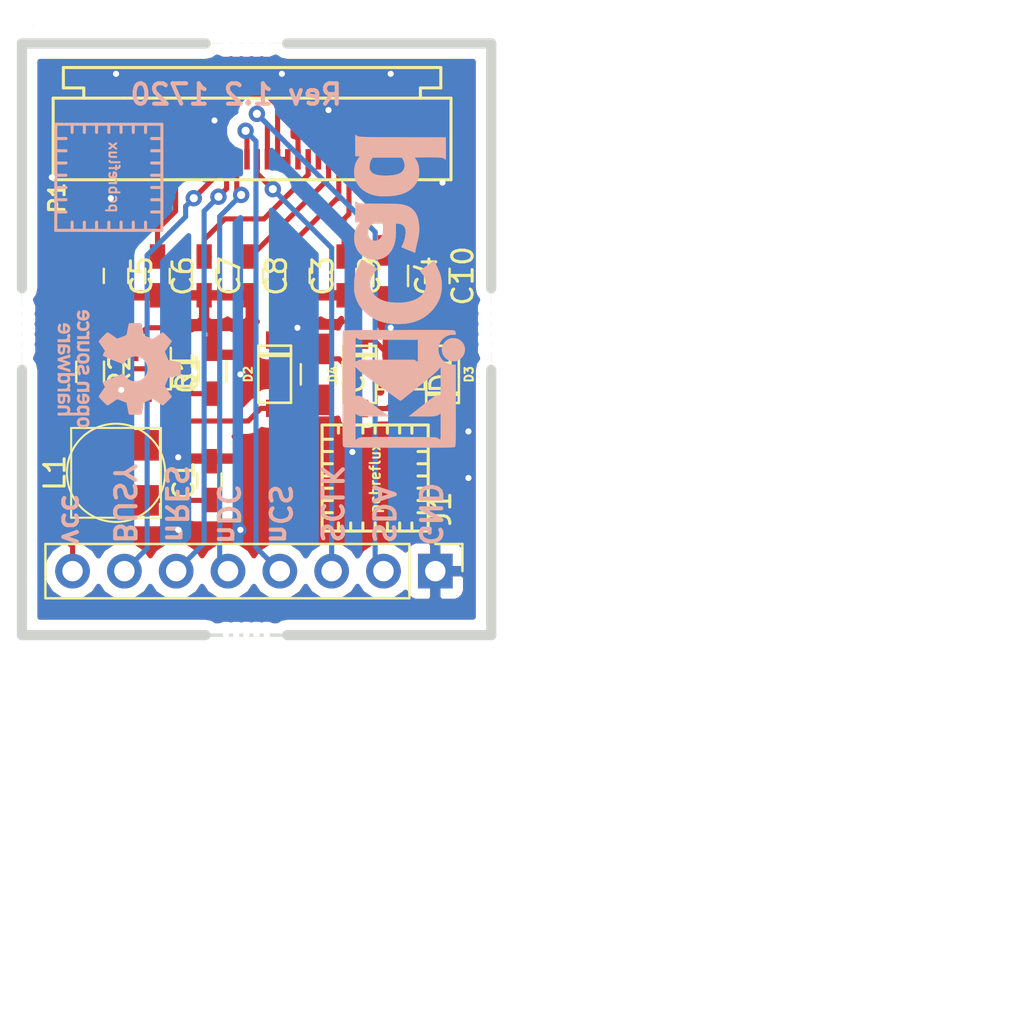
<source format=kicad_pcb>
(kicad_pcb (version 4) (host pcbnew 4.0.7)

  (general
    (links 64)
    (no_connects 0)
    (area 20.725999 141.779999 44.226001 171.280001)
    (thickness 1.6)
    (drawings 26)
    (tracks 165)
    (zones 0)
    (modules 46)
    (nets 25)
  )

  (page A4)
  (layers
    (0 F.Cu signal)
    (31 B.Cu signal)
    (32 B.Adhes user)
    (33 F.Adhes user)
    (34 B.Paste user hide)
    (35 F.Paste user hide)
    (36 B.SilkS user hide)
    (37 F.SilkS user)
    (38 B.Mask user hide)
    (39 F.Mask user hide)
    (40 Dwgs.User user)
    (41 Cmts.User user)
    (42 Eco1.User user)
    (43 Eco2.User user)
    (44 Edge.Cuts user)
    (45 Margin user)
    (46 B.CrtYd user)
    (47 F.CrtYd user)
    (48 B.Fab user)
    (49 F.Fab user hide)
  )

  (setup
    (last_trace_width 0.25)
    (trace_clearance 0.2)
    (zone_clearance 0.508)
    (zone_45_only no)
    (trace_min 0.2)
    (segment_width 0.2)
    (edge_width 0.5)
    (via_size 0.8)
    (via_drill 0.4)
    (via_min_size 0.4)
    (via_min_drill 0.3)
    (uvia_size 0.3)
    (uvia_drill 0.1)
    (uvias_allowed no)
    (uvia_min_size 0.2)
    (uvia_min_drill 0.1)
    (pcb_text_width 0.3)
    (pcb_text_size 1 1)
    (mod_edge_width 0.15)
    (mod_text_size 1 1)
    (mod_text_width 0.2)
    (pad_size 1.5 3)
    (pad_drill 0)
    (pad_to_mask_clearance 0.2)
    (aux_axis_origin 20 190)
    (grid_origin 20 190)
    (visible_elements FFFFFF7F)
    (pcbplotparams
      (layerselection 0x030fc_ffffffff)
      (usegerberextensions false)
      (excludeedgelayer true)
      (linewidth 0.100000)
      (plotframeref false)
      (viasonmask false)
      (mode 1)
      (useauxorigin false)
      (hpglpennumber 1)
      (hpglpenspeed 20)
      (hpglpendiameter 15)
      (hpglpenoverlay 2)
      (psnegative false)
      (psa4output false)
      (plotreference true)
      (plotvalue true)
      (plotinvisibletext false)
      (padsonsilk false)
      (subtractmaskfromsilk false)
      (outputformat 1)
      (mirror false)
      (drillshape 0)
      (scaleselection 1)
      (outputdirectory Gerber/))
  )

  (net 0 "")
  (net 1 GND)
  (net 2 /VCCEPD)
  (net 3 /SW)
  (net 4 "Net-(C2-Pad1)")
  (net 5 /PREVGH)
  (net 6 /PREVGL)
  (net 7 /VGL)
  (net 8 /VGH)
  (net 9 /VDD)
  (net 10 /VSH)
  (net 11 /VSL)
  (net 12 /VCOM)
  (net 13 /BUSY)
  (net 14 /nRES)
  (net 15 /nDC)
  (net 16 /nCS)
  (net 17 /SCLK)
  (net 18 /SDA)
  (net 19 /NC1)
  (net 20 /GDR)
  (net 21 /RESE)
  (net 22 /TSCL)
  (net 23 /TSDA)
  (net 24 /VPP)

  (net_class Default "This is the default net class."
    (clearance 0.2)
    (trace_width 0.25)
    (via_dia 0.8)
    (via_drill 0.4)
    (uvia_dia 0.3)
    (uvia_drill 0.1)
    (add_net /BUSY)
    (add_net /GDR)
    (add_net /NC1)
    (add_net /PREVGH)
    (add_net /PREVGL)
    (add_net /RESE)
    (add_net /SCLK)
    (add_net /SDA)
    (add_net /SW)
    (add_net /TSCL)
    (add_net /TSDA)
    (add_net /VCCEPD)
    (add_net /VCOM)
    (add_net /VDD)
    (add_net /VGH)
    (add_net /VGL)
    (add_net /VPP)
    (add_net /VSH)
    (add_net /VSL)
    (add_net /nCS)
    (add_net /nDC)
    (add_net /nRES)
    (add_net GND)
    (add_net "Net-(C2-Pad1)")
  )

  (net_class XXL ""
    (clearance 0.2)
    (trace_width 1)
    (via_dia 0.8)
    (via_drill 0.4)
    (uvia_dia 0.3)
    (uvia_drill 0.1)
  )

  (module module:Via-0.6mm (layer F.Cu) (tedit 5909B7EE) (tstamp 5926E091)
    (at 25.842 159.012 90)
    (fp_text reference REF** (at 0 1 90) (layer F.SilkS) hide
      (effects (font (size 1 1) (thickness 0.15)))
    )
    (fp_text value Via-0.6mm (at 0.5 -1 90) (layer F.Fab) hide
      (effects (font (size 1 1) (thickness 0.15)))
    )
    (pad 1 thru_hole circle (at 0 0 90) (size 0.6 0.6) (drill 0.3) (layers *.Cu)
      (net 1 GND) (zone_connect 2))
  )

  (module module:sod123 (layer F.Cu) (tedit 591C12A6) (tstamp 5909FD25)
    (at 33.362 158.242 90)
    (descr SOD123)
    (path /591C2B21)
    (fp_text reference D2 (at 0 -1.30048 90) (layer F.SilkS)
      (effects (font (size 0.4 0.4) (thickness 0.1)))
    )
    (fp_text value MBR0530 (at 0 1.19888 90) (layer F.SilkS) hide
      (effects (font (size 0.4 0.4) (thickness 0.1)))
    )
    (fp_line (start -1.39954 0.8001) (end -1.39954 -0.8001) (layer F.SilkS) (width 0.127))
    (fp_line (start 1.39954 0.8001) (end -1.39954 0.8001) (layer F.SilkS) (width 0.127))
    (fp_line (start 1.39954 -0.8001) (end 1.39954 0.8001) (layer F.SilkS) (width 0.127))
    (fp_line (start -1.39954 -0.8001) (end 1.39954 -0.8001) (layer F.SilkS) (width 0.127))
    (fp_line (start 1.00076 -0.8001) (end 1.00076 0.8001) (layer F.SilkS) (width 0.127))
    (fp_line (start 0.89916 0.8001) (end 0.89916 -0.8001) (layer F.SilkS) (width 0.127))
    (pad 2 smd rect (at -1.67386 0 90) (size 0.8509 0.8509) (layers F.Cu F.Paste F.Mask)
      (net 3 /SW))
    (pad 1 smd rect (at 1.67386 0 90) (size 0.8509 0.8509) (layers F.Cu F.Paste F.Mask)
      (net 5 /PREVGH))
    (model ${KIWALTER3DMOD}/walter/smd_diode/sod123.wrl
      (at (xyz 0 0 0))
      (scale (xyz 1 1 1))
      (rotate (xyz 0 0 0))
    )
  )

  (module module:pcbreflux_logo (layer F.Cu) (tedit 590B21D7) (tstamp 590B6FB1)
    (at 38.288 163.33 270)
    (fp_text reference REF** (at 0 3.8 270) (layer F.SilkS) hide
      (effects (font (size 1 1) (thickness 0.15)))
    )
    (fp_text value pcbreflux_logo (at 0.2 -3.6 270) (layer F.Fab) hide
      (effects (font (size 1 1) (thickness 0.15)))
    )
    (fp_line (start -2.6 2.6) (end -2.6 -2.6) (layer F.SilkS) (width 0.15))
    (fp_line (start 2.6 -2.6) (end 2.6 2.6) (layer F.SilkS) (width 0.15))
    (fp_line (start 2.2 -1.8) (end 2.6 -1.8) (layer F.SilkS) (width 0.15))
    (fp_line (start 2.2 -1.2) (end 2.6 -1.2) (layer F.SilkS) (width 0.15))
    (fp_line (start 2.2 -0.6) (end 2.6 -0.6) (layer F.SilkS) (width 0.15))
    (fp_line (start 2.2 0) (end 2.6 0) (layer F.SilkS) (width 0.15))
    (fp_line (start 2.2 0.6) (end 2.6 0.6) (layer F.SilkS) (width 0.15))
    (fp_line (start 2.2 1.2) (end 2.6 1.2) (layer F.SilkS) (width 0.15))
    (fp_line (start 2.2 1.8) (end 2.6 1.8) (layer F.SilkS) (width 0.15))
    (fp_line (start -2.6 1.8) (end -2.2 1.8) (layer F.SilkS) (width 0.15))
    (fp_line (start -2.6 1.2) (end -2.2 1.2) (layer F.SilkS) (width 0.15))
    (fp_line (start -2.6 0.6) (end -2.2 0.6) (layer F.SilkS) (width 0.15))
    (fp_line (start -2.6 0) (end -2.2 0) (layer F.SilkS) (width 0.15))
    (fp_line (start -2.6 -0.6) (end -2.2 -0.6) (layer F.SilkS) (width 0.15))
    (fp_line (start -2.6 -1.2) (end -2.2 -1.2) (layer F.SilkS) (width 0.15))
    (fp_line (start -2.6 -1.8) (end -2.2 -1.8) (layer F.SilkS) (width 0.15))
    (fp_line (start 1.7 -2.1) (end 1.7 -2.5) (layer F.SilkS) (width 0.15))
    (fp_line (start 1.1 -2.1) (end 1.1 -2.5) (layer F.SilkS) (width 0.15))
    (fp_line (start 0.5 -2.1) (end 0.5 -2.5) (layer F.SilkS) (width 0.15))
    (fp_line (start -0.1 -2.1) (end -0.1 -2.5) (layer F.SilkS) (width 0.15))
    (fp_line (start -0.7 -2.1) (end -0.7 -2.5) (layer F.SilkS) (width 0.15))
    (fp_line (start -1.3 -2.1) (end -1.3 -2.5) (layer F.SilkS) (width 0.15))
    (fp_line (start -1.9 -2.1) (end -1.9 -2.5) (layer F.SilkS) (width 0.15))
    (fp_line (start -2.6 2.6) (end 2.6 2.6) (layer F.SilkS) (width 0.15))
    (fp_line (start -2.6 -2.6) (end 2.6 -2.6) (layer F.SilkS) (width 0.15))
    (fp_line (start -1.9 2.5) (end -1.9 2.1) (layer F.SilkS) (width 0.15))
    (fp_line (start -1.3 2.5) (end -1.3 2.1) (layer F.SilkS) (width 0.15))
    (fp_line (start -0.7 2.5) (end -0.7 2.1) (layer F.SilkS) (width 0.15))
    (fp_line (start -0.1 2.5) (end -0.1 2.1) (layer F.SilkS) (width 0.15))
    (fp_line (start 0.5 2.5) (end 0.5 2.1) (layer F.SilkS) (width 0.15))
    (fp_line (start 1.1 2.5) (end 1.1 2.1) (layer F.SilkS) (width 0.15))
    (fp_line (start 1.7 2.5) (end 1.7 2.1) (layer F.SilkS) (width 0.15))
    (fp_text user pcbreflux (at 0 0 270) (layer F.SilkS)
      (effects (font (size 0.5 0.5) (thickness 0.1)))
    )
  )

  (module module:MOLEX_FPC_RCPT_24POS_0_5MM (layer F.Cu) (tedit 590B20B6) (tstamp 5909FD78)
    (at 36.506 151.71 180)
    (descr "MSOP10 10pins pitch 0.5mm")
    (path /5AADB8B4)
    (attr smd)
    (fp_text reference P1 (at 13.812 2.104 270) (layer F.SilkS)
      (effects (font (size 0.762 0.762) (thickness 0.1524)))
    )
    (fp_text value MOLEX_FPC_RCPT_24POS (at 4.5 6.5 180) (layer F.SilkS) hide
      (effects (font (size 0.762 0.762) (thickness 0.1524)))
    )
    (fp_line (start -5.5 7) (end 10.5 7) (layer F.SilkS) (width 0.15))
    (fp_line (start -5.5 3) (end -5.5 7) (layer F.SilkS) (width 0.15))
    (fp_line (start 14 7) (end 10.5 7) (layer F.SilkS) (width 0.15))
    (fp_line (start 14 3) (end 14 7) (layer F.SilkS) (width 0.15))
    (fp_line (start -1.5 3) (end -5.5 3) (layer F.SilkS) (width 0.15))
    (fp_line (start -1.5 3) (end 14 3) (layer F.SilkS) (width 0.15))
    (fp_line (start 12.5 7.5) (end 12.5 7) (layer F.SilkS) (width 0.15))
    (fp_line (start 13.5 7.5) (end 12.5 7.5) (layer F.SilkS) (width 0.15))
    (fp_line (start 13.5 8) (end 13.5 7.5) (layer F.SilkS) (width 0.15))
    (fp_line (start 13.5 8.5) (end 13.5 8) (layer F.SilkS) (width 0.15))
    (fp_line (start -5 8.5) (end 13.5 8.5) (layer F.SilkS) (width 0.15))
    (fp_line (start -5 7.5) (end -5 8.5) (layer F.SilkS) (width 0.15))
    (fp_line (start -4 7.5) (end -5 7.5) (layer F.SilkS) (width 0.15))
    (fp_line (start -4 7) (end -4 7.5) (layer F.SilkS) (width 0.15))
    (pad M2 smd rect (at 13 6 180) (size 1.5 3) (layers F.Cu F.Paste F.Mask))
    (pad M1 smd rect (at -4.5 6 180) (size 1.5 3) (layers F.Cu F.Paste F.Mask))
    (pad 24 smd rect (at -1.5 4) (size 0.26924 1.00076) (layers F.Cu F.Paste F.Mask)
      (net 12 /VCOM) (solder_mask_margin 0.05))
    (pad 23 smd rect (at -1 4) (size 0.26924 1.00076) (layers F.Cu F.Paste F.Mask)
      (net 6 /PREVGL) (solder_mask_margin 0.05))
    (pad 22 smd rect (at -0.5 4) (size 0.26924 1.00076) (layers F.Cu F.Paste F.Mask)
      (net 11 /VSL) (solder_mask_margin 0.05))
    (pad 21 smd rect (at 0 4) (size 0.26924 1.00076) (layers F.Cu F.Paste F.Mask)
      (net 5 /PREVGH) (solder_mask_margin 0.05))
    (pad 20 smd rect (at 0.5 4) (size 0.26924 1.00076) (layers F.Cu F.Paste F.Mask)
      (net 10 /VSH) (solder_mask_margin 0.05))
    (pad 19 smd rect (at 1 4) (size 0.26924 1.00076) (layers F.Cu F.Paste F.Mask)
      (net 24 /VPP) (solder_mask_margin 0.05))
    (pad 18 smd rect (at 1.5 4) (size 0.26924 1.00076) (layers F.Cu F.Paste F.Mask)
      (net 9 /VDD) (solder_mask_margin 0.05))
    (pad 17 smd rect (at 2 4) (size 0.26924 1.00076) (layers F.Cu F.Paste F.Mask)
      (net 1 GND) (solder_mask_margin 0.05))
    (pad 16 smd rect (at 2.5 4) (size 0.26924 1.00076) (layers F.Cu F.Paste F.Mask)
      (net 2 /VCCEPD) (solder_mask_margin 0.05))
    (pad 15 smd rect (at 3 4) (size 0.26924 1.00076) (layers F.Cu F.Paste F.Mask)
      (net 2 /VCCEPD) (solder_mask_margin 0.05))
    (pad 14 smd rect (at 3.5 4) (size 0.26924 1.00076) (layers F.Cu F.Paste F.Mask)
      (net 18 /SDA) (solder_mask_margin 0.05))
    (pad 13 smd rect (at 4 4) (size 0.26924 1.00076) (layers F.Cu F.Paste F.Mask)
      (net 17 /SCLK) (solder_mask_margin 0.05))
    (pad 12 smd rect (at 4.5 4) (size 0.26924 1.00076) (layers F.Cu F.Paste F.Mask)
      (net 16 /nCS) (solder_mask_margin 0.05))
    (pad 11 smd rect (at 5 4) (size 0.26924 1.00076) (layers F.Cu F.Paste F.Mask)
      (net 15 /nDC) (solder_mask_margin 0.05))
    (pad 10 smd rect (at 5.5 4) (size 0.26924 1.00076) (layers F.Cu F.Paste F.Mask)
      (net 14 /nRES) (solder_mask_margin 0.05))
    (pad 9 smd rect (at 6 4) (size 0.26924 1.00076) (layers F.Cu F.Paste F.Mask)
      (net 13 /BUSY) (solder_mask_margin 0.05))
    (pad 8 smd rect (at 6.5 4) (size 0.26924 1.00076) (layers F.Cu F.Paste F.Mask)
      (net 1 GND) (solder_mask_margin 0.05))
    (pad 7 smd rect (at 7 4) (size 0.26924 1.00076) (layers F.Cu F.Paste F.Mask)
      (net 23 /TSDA) (solder_mask_margin 0.05))
    (pad 6 smd rect (at 7.5 4) (size 0.26924 1.00076) (layers F.Cu F.Paste F.Mask)
      (net 22 /TSCL) (solder_mask_margin 0.05))
    (pad 5 smd rect (at 8 4) (size 0.26924 1.00076) (layers F.Cu F.Paste F.Mask)
      (net 8 /VGH) (solder_mask_margin 0.05))
    (pad 4 smd rect (at 8.5 4) (size 0.26924 1.00076) (layers F.Cu F.Paste F.Mask)
      (net 7 /VGL) (solder_mask_margin 0.05))
    (pad 3 smd rect (at 9 4) (size 0.26924 1.00076) (layers F.Cu F.Paste F.Mask)
      (net 21 /RESE) (solder_mask_margin 0.05))
    (pad 2 smd rect (at 9.5 4) (size 0.26924 1.00076) (layers F.Cu F.Paste F.Mask)
      (net 20 /GDR) (solder_mask_margin 0.05))
    (pad 1 smd rect (at 10 4) (size 0.26924 1.00076) (layers F.Cu F.Paste F.Mask)
      (net 19 /NC1) (solder_mask_margin 0.05))
    (model ${KIWALTER3DMOD}/walter/conn_panelmate/panelmate_smd_20.wrl
      (at (xyz 0.1653543307086614 -0.2322834645669292 0))
      (scale (xyz 0.6 0.6 0.6))
      (rotate (xyz 0 0 0))
    )
  )

  (module module:Via-0.6mm (layer F.Cu) (tedit 5909B7F5) (tstamp 590AE2DB)
    (at 31.684 158.25 90)
    (fp_text reference REF** (at 0 1 90) (layer F.SilkS) hide
      (effects (font (size 1 1) (thickness 0.15)))
    )
    (fp_text value Via-0.6mm (at 0.5 -1 90) (layer F.Fab) hide
      (effects (font (size 1 1) (thickness 0.15)))
    )
    (pad 1 thru_hole circle (at 0 0 90) (size 0.6 0.6) (drill 0.3) (layers *.Cu)
      (net 1 GND) (zone_connect 2))
  )

  (module module:Via-0.6mm (layer F.Cu) (tedit 5909B7F5) (tstamp 590AE2CE)
    (at 36.002 145.296 90)
    (fp_text reference REF** (at 0 1 90) (layer F.SilkS) hide
      (effects (font (size 1 1) (thickness 0.15)))
    )
    (fp_text value Via-0.6mm (at 0.5 -1 90) (layer F.Fab) hide
      (effects (font (size 1 1) (thickness 0.15)))
    )
    (pad 1 thru_hole circle (at 0 0 90) (size 0.6 0.6) (drill 0.3) (layers *.Cu)
      (net 1 GND) (zone_connect 2))
  )

  (module module:Via-0.6mm (layer F.Cu) (tedit 5909B7F5) (tstamp 590AE2BA)
    (at 39.05 143.518 90)
    (fp_text reference REF** (at 0 1 90) (layer F.SilkS) hide
      (effects (font (size 1 1) (thickness 0.15)))
    )
    (fp_text value Via-0.6mm (at 0.5 -1 90) (layer F.Fab) hide
      (effects (font (size 1 1) (thickness 0.15)))
    )
    (pad 1 thru_hole circle (at 0 0 90) (size 0.6 0.6) (drill 0.3) (layers *.Cu)
      (net 1 GND) (zone_connect 2))
  )

  (module module:Via-0.6mm (layer F.Cu) (tedit 5909B7F5) (tstamp 590AE2B5)
    (at 25.588 143.518 90)
    (fp_text reference REF** (at 0 1 90) (layer F.SilkS) hide
      (effects (font (size 1 1) (thickness 0.15)))
    )
    (fp_text value Via-0.6mm (at 0.5 -1 90) (layer F.Fab) hide
      (effects (font (size 1 1) (thickness 0.15)))
    )
    (pad 1 thru_hole circle (at 0 0 90) (size 0.6 0.6) (drill 0.3) (layers *.Cu)
      (net 1 GND) (zone_connect 2))
  )

  (module module:Via-0.6mm (layer F.Cu) (tedit 5909B7F5) (tstamp 590AE2AA)
    (at 33.716 143.518 90)
    (fp_text reference REF** (at 0 1 90) (layer F.SilkS) hide
      (effects (font (size 1 1) (thickness 0.15)))
    )
    (fp_text value Via-0.6mm (at 0.5 -1 90) (layer F.Fab) hide
      (effects (font (size 1 1) (thickness 0.15)))
    )
    (pad 1 thru_hole circle (at 0 0 90) (size 0.6 0.6) (drill 0.3) (layers *.Cu)
      (net 1 GND) (zone_connect 2))
  )

  (module module:Via-0.6mm (layer F.Cu) (tedit 5909B7F5) (tstamp 590AE296)
    (at 39.05 155.964 90)
    (fp_text reference REF** (at 0 1 90) (layer F.SilkS) hide
      (effects (font (size 1 1) (thickness 0.15)))
    )
    (fp_text value Via-0.6mm (at 0.5 -1 90) (layer F.Fab) hide
      (effects (font (size 1 1) (thickness 0.15)))
    )
    (pad 1 thru_hole circle (at 0 0 90) (size 0.6 0.6) (drill 0.3) (layers *.Cu)
      (net 1 GND) (zone_connect 2))
  )

  (module module:Via-0.6mm (layer F.Cu) (tedit 5909B7F5) (tstamp 590AE279)
    (at 34.478 155.964 90)
    (fp_text reference REF** (at 0 1 90) (layer F.SilkS) hide
      (effects (font (size 1 1) (thickness 0.15)))
    )
    (fp_text value Via-0.6mm (at 0.5 -1 90) (layer F.Fab) hide
      (effects (font (size 1 1) (thickness 0.15)))
    )
    (pad 1 thru_hole circle (at 0 0 90) (size 0.6 0.6) (drill 0.3) (layers *.Cu)
      (net 1 GND) (zone_connect 2))
  )

  (module module:Via-0.6mm (layer F.Cu) (tedit 5909B7F5) (tstamp 590AE1C2)
    (at 42.86 163.33 90)
    (fp_text reference REF** (at 0 1 90) (layer F.SilkS) hide
      (effects (font (size 1 1) (thickness 0.15)))
    )
    (fp_text value Via-0.6mm (at 0.5 -1 90) (layer F.Fab) hide
      (effects (font (size 1 1) (thickness 0.15)))
    )
    (pad 1 thru_hole circle (at 0 0 90) (size 0.6 0.6) (drill 0.3) (layers *.Cu)
      (net 1 GND) (zone_connect 2))
  )

  (module module:inductor_smd_4mmx4mm (layer F.Cu) (tedit 5909D409) (tstamp 5909FD4C)
    (at 25.588 163.076 90)
    (path /5AADAD0E)
    (fp_text reference L1 (at 0 -3 90) (layer F.SilkS)
      (effects (font (size 1 1) (thickness 0.15)))
    )
    (fp_text value 68u (at 0 3 90) (layer F.Fab) hide
      (effects (font (size 1 1) (thickness 0.15)))
    )
    (fp_line (start -2.2 2.2) (end -2.2 -2.2) (layer F.SilkS) (width 0.1))
    (fp_line (start 2.2 2.2) (end -2.2 2.2) (layer F.SilkS) (width 0.1))
    (fp_line (start 2.2 -2.2) (end 2.2 2.2) (layer F.SilkS) (width 0.1))
    (fp_line (start -2.2 -2.2) (end 2.2 -2.2) (layer F.SilkS) (width 0.1))
    (fp_circle (center 0 0) (end 1.8 1.6) (layer F.SilkS) (width 0.1))
    (fp_line (start 21.930215 -4.11265) (end 21.930215 -4.11265) (layer F.SilkS) (width 0.05))
    (pad 2 smd rect (at 1.35 0 90) (size 1.5 4.2) (layers F.Cu F.Paste F.Mask)
      (net 3 /SW))
    (pad 1 smd rect (at -1.35 0 90) (size 1.5 4.2) (layers F.Cu F.Paste F.Mask)
      (net 2 /VCCEPD))
    (model ${KIWALTER3DMOD}/walter/smd_inductors/inductor_smd_5.8x2.8mm.wrl
      (at (xyz 0 0 0))
      (scale (xyz 0.7 0.7 0.5))
      (rotate (xyz 0 0 0))
    )
  )

  (module module:micro_bite (layer F.Cu) (tedit 57C1973E) (tstamp 590A2939)
    (at 31.976 142.03 180)
    (fp_text reference REF** (at 0 1 180) (layer F.SilkS) hide
      (effects (font (size 0.5 0.5) (thickness 0.1)))
    )
    (fp_text value micro_bite (at 0 -1 180) (layer F.Fab) hide
      (effects (font (size 0.5 0.5) (thickness 0.1)))
    )
    (pad "" np_thru_hole circle (at 1 0 180) (size 0.3 0.3) (drill 0.3) (layers *.Cu))
    (pad "" np_thru_hole circle (at 0.5 0 180) (size 0.3 0.3) (drill 0.3) (layers *.Cu))
    (pad "" np_thru_hole circle (at -1 0 180) (size 0.3 0.3) (drill 0.3) (layers *.Cu))
    (pad "" np_thru_hole circle (at -0.5 0 180) (size 0.3 0.3) (drill 0.3) (layers *.Cu))
    (pad "" np_thru_hole circle (at 0 0 180) (size 0.3 0.3) (drill 0.3) (layers *.Cu))
  )

  (module module:micro_bite (layer F.Cu) (tedit 57C1973E) (tstamp 590A2931)
    (at 31.976 171.03 180)
    (fp_text reference REF** (at 0 1 180) (layer F.SilkS) hide
      (effects (font (size 0.5 0.5) (thickness 0.1)))
    )
    (fp_text value micro_bite (at 0 -1 180) (layer F.Fab) hide
      (effects (font (size 0.5 0.5) (thickness 0.1)))
    )
    (pad "" np_thru_hole circle (at 0 0 180) (size 0.3 0.3) (drill 0.3) (layers *.Cu))
    (pad "" np_thru_hole circle (at -0.5 0 180) (size 0.3 0.3) (drill 0.3) (layers *.Cu))
    (pad "" np_thru_hole circle (at -1 0 180) (size 0.3 0.3) (drill 0.3) (layers *.Cu))
    (pad "" np_thru_hole circle (at 0.5 0 180) (size 0.3 0.3) (drill 0.3) (layers *.Cu))
    (pad "" np_thru_hole circle (at 1 0 180) (size 0.3 0.3) (drill 0.3) (layers *.Cu))
  )

  (module module:micro_bite (layer F.Cu) (tedit 57C1973E) (tstamp 590A2929)
    (at 43.976 156.03 90)
    (fp_text reference REF** (at 0 1 90) (layer F.SilkS) hide
      (effects (font (size 0.5 0.5) (thickness 0.1)))
    )
    (fp_text value micro_bite (at 0 -1 90) (layer F.Fab) hide
      (effects (font (size 0.5 0.5) (thickness 0.1)))
    )
    (pad "" np_thru_hole circle (at 1 0 90) (size 0.3 0.3) (drill 0.3) (layers *.Cu))
    (pad "" np_thru_hole circle (at 0.5 0 90) (size 0.3 0.3) (drill 0.3) (layers *.Cu))
    (pad "" np_thru_hole circle (at -1 0 90) (size 0.3 0.3) (drill 0.3) (layers *.Cu))
    (pad "" np_thru_hole circle (at -0.5 0 90) (size 0.3 0.3) (drill 0.3) (layers *.Cu))
    (pad "" np_thru_hole circle (at 0 0 90) (size 0.3 0.3) (drill 0.3) (layers *.Cu))
  )

  (module module:micro_bite (layer F.Cu) (tedit 57C1973E) (tstamp 590A2927)
    (at 20.976 156.03 90)
    (fp_text reference REF** (at 0 1 90) (layer F.SilkS) hide
      (effects (font (size 0.5 0.5) (thickness 0.1)))
    )
    (fp_text value micro_bite (at 0 -1 90) (layer F.Fab) hide
      (effects (font (size 0.5 0.5) (thickness 0.1)))
    )
    (pad "" np_thru_hole circle (at 0 0 90) (size 0.3 0.3) (drill 0.3) (layers *.Cu))
    (pad "" np_thru_hole circle (at -0.5 0 90) (size 0.3 0.3) (drill 0.3) (layers *.Cu))
    (pad "" np_thru_hole circle (at -1 0 90) (size 0.3 0.3) (drill 0.3) (layers *.Cu))
    (pad "" np_thru_hole circle (at 0.5 0 90) (size 0.3 0.3) (drill 0.3) (layers *.Cu))
    (pad "" np_thru_hole circle (at 1 0 90) (size 0.3 0.3) (drill 0.3) (layers *.Cu))
  )

  (module module:Via-0.6mm (layer F.Cu) (tedit 5909B7EE) (tstamp 590A1419)
    (at 25.334 149.614 90)
    (fp_text reference REF** (at 0 1 90) (layer F.SilkS) hide
      (effects (font (size 1 1) (thickness 0.15)))
    )
    (fp_text value Via-0.6mm (at 0.5 -1 90) (layer F.Fab) hide
      (effects (font (size 1 1) (thickness 0.15)))
    )
    (pad 1 thru_hole circle (at 0 0 90) (size 0.6 0.6) (drill 0.3) (layers *.Cu)
      (net 1 GND) (zone_connect 2))
  )

  (module module:Via-0.6mm (layer F.Cu) (tedit 5909B7DC) (tstamp 590A1414)
    (at 28.636 165.87 90)
    (fp_text reference REF** (at 0 1 90) (layer F.SilkS) hide
      (effects (font (size 1 1) (thickness 0.15)))
    )
    (fp_text value Via-0.6mm (at 0.5 -1 90) (layer F.Fab) hide
      (effects (font (size 1 1) (thickness 0.15)))
    )
    (pad 1 thru_hole circle (at 0 0 90) (size 0.6 0.6) (drill 0.3) (layers *.Cu)
      (net 1 GND) (zone_connect 2))
  )

  (module module:Via-0.6mm (layer F.Cu) (tedit 5909B7F5) (tstamp 590A1408)
    (at 37.172 162.052 90)
    (fp_text reference REF** (at 0 1 90) (layer F.SilkS) hide
      (effects (font (size 1 1) (thickness 0.15)))
    )
    (fp_text value Via-0.6mm (at 0.5 -1 90) (layer F.Fab) hide
      (effects (font (size 1 1) (thickness 0.15)))
    )
    (pad 1 thru_hole circle (at 0 0 90) (size 0.6 0.6) (drill 0.3) (layers *.Cu)
      (net 1 GND) (zone_connect 2))
  )

  (module module:Via-0.6mm (layer F.Cu) (tedit 5909B7F5) (tstamp 590A13FE)
    (at 30.414 145.804 90)
    (fp_text reference REF** (at 0 1 90) (layer F.SilkS) hide
      (effects (font (size 1 1) (thickness 0.15)))
    )
    (fp_text value Via-0.6mm (at 0.5 -1 90) (layer F.Fab) hide
      (effects (font (size 1 1) (thickness 0.15)))
    )
    (pad 1 thru_hole circle (at 0 0 90) (size 0.6 0.6) (drill 0.3) (layers *.Cu)
      (net 1 GND) (zone_connect 2))
  )

  (module module:Via-0.6mm (layer F.Cu) (tedit 5909B806) (tstamp 590A1368)
    (at 41.59 148.852 90)
    (fp_text reference REF** (at 0 1 90) (layer F.SilkS) hide
      (effects (font (size 1 1) (thickness 0.15)))
    )
    (fp_text value Via-0.6mm (at 0.5 -1 90) (layer F.Fab) hide
      (effects (font (size 1 1) (thickness 0.15)))
    )
    (pad 1 thru_hole circle (at 0 0 90) (size 0.6 0.6) (drill 0.3) (layers *.Cu)
      (net 1 GND) (zone_connect 2))
  )

  (module module:Via-0.6mm (layer F.Cu) (tedit 5927F47C) (tstamp 590A1363)
    (at 40.466 161.548 90)
    (fp_text reference REF** (at 0 1 90) (layer F.SilkS) hide
      (effects (font (size 1 1) (thickness 0.15)))
    )
    (fp_text value Via-0.6mm (at 0.5 -1 90) (layer F.Fab) hide
      (effects (font (size 1 1) (thickness 0.15)))
    )
    (pad 1 thru_hole circle (at 0.504 2.394 90) (size 0.6 0.6) (drill 0.3) (layers *.Cu)
      (net 1 GND) (zone_connect 2))
  )

  (module module:Via-0.6mm (layer F.Cu) (tedit 5909B7F5) (tstamp 590A135E)
    (at 22.44 148.59 90)
    (fp_text reference REF** (at 0 1 90) (layer F.SilkS) hide
      (effects (font (size 1 1) (thickness 0.15)))
    )
    (fp_text value Via-0.6mm (at 0.5 -1 90) (layer F.Fab) hide
      (effects (font (size 1 1) (thickness 0.15)))
    )
    (pad 1 thru_hole circle (at 0 0 90) (size 0.6 0.6) (drill 0.3) (layers *.Cu)
      (net 1 GND) (zone_connect 2))
  )

  (module module:Via-0.6mm (layer F.Cu) (tedit 5909B7EE) (tstamp 590A1357)
    (at 28.636 162.314 90)
    (fp_text reference REF** (at 0 1 90) (layer F.SilkS) hide
      (effects (font (size 1 1) (thickness 0.15)))
    )
    (fp_text value Via-0.6mm (at 0.5 -1 90) (layer F.Fab) hide
      (effects (font (size 1 1) (thickness 0.15)))
    )
    (pad 1 thru_hole circle (at 0 0 90) (size 0.6 0.6) (drill 0.3) (layers *.Cu)
      (net 1 GND) (zone_connect 2))
  )

  (module module:Via-0.6mm (layer F.Cu) (tedit 5909B7DC) (tstamp 590A1340)
    (at 31.684 165.87 90)
    (fp_text reference REF** (at 0 1 90) (layer F.SilkS) hide
      (effects (font (size 1 1) (thickness 0.15)))
    )
    (fp_text value Via-0.6mm (at 0.5 -1 90) (layer F.Fab) hide
      (effects (font (size 1 1) (thickness 0.15)))
    )
    (pad 1 thru_hole circle (at 0 0 90) (size 0.6 0.6) (drill 0.3) (layers *.Cu)
      (net 1 GND) (zone_connect 2))
  )

  (module Pin_Headers:Pin_Header_Straight_1x08_Pitch2.54mm (layer F.Cu) (tedit 5909C137) (tstamp 5909FD40)
    (at 41.236 167.894 270)
    (descr "Through hole straight pin header, 1x08, 2.54mm pitch, single row")
    (tags "Through hole pin header THT 1x08 2.54mm single row")
    (path /5909961C)
    (fp_text reference J1 (at -3.048 -0.254 270) (layer F.SilkS)
      (effects (font (size 1 1) (thickness 0.15)))
    )
    (fp_text value CONN_01X08 (at 0 20.11 270) (layer F.Fab) hide
      (effects (font (size 1 1) (thickness 0.15)))
    )
    (fp_text user %R (at -2.286 -0.762 270) (layer F.Fab) hide
      (effects (font (size 1 1) (thickness 0.15)))
    )
    (fp_line (start 1.8 -1.8) (end -1.8 -1.8) (layer F.CrtYd) (width 0.05))
    (fp_line (start 1.8 19.55) (end 1.8 -1.8) (layer F.CrtYd) (width 0.05))
    (fp_line (start -1.8 19.55) (end 1.8 19.55) (layer F.CrtYd) (width 0.05))
    (fp_line (start -1.8 -1.8) (end -1.8 19.55) (layer F.CrtYd) (width 0.05))
    (fp_line (start -1.33 -1.33) (end 0 -1.33) (layer F.SilkS) (width 0.12))
    (fp_line (start -1.33 0) (end -1.33 -1.33) (layer F.SilkS) (width 0.12))
    (fp_line (start 1.33 1.27) (end -1.33 1.27) (layer F.SilkS) (width 0.12))
    (fp_line (start 1.33 19.11) (end 1.33 1.27) (layer F.SilkS) (width 0.12))
    (fp_line (start -1.33 19.11) (end 1.33 19.11) (layer F.SilkS) (width 0.12))
    (fp_line (start -1.33 1.27) (end -1.33 19.11) (layer F.SilkS) (width 0.12))
    (fp_line (start 1.27 -1.27) (end -1.27 -1.27) (layer F.Fab) (width 0.1))
    (fp_line (start 1.27 19.05) (end 1.27 -1.27) (layer F.Fab) (width 0.1))
    (fp_line (start -1.27 19.05) (end 1.27 19.05) (layer F.Fab) (width 0.1))
    (fp_line (start -1.27 -1.27) (end -1.27 19.05) (layer F.Fab) (width 0.1))
    (pad 8 thru_hole oval (at 0 17.78 270) (size 1.7 1.7) (drill 1) (layers *.Cu *.Mask)
      (net 2 /VCCEPD))
    (pad 7 thru_hole oval (at 0 15.24 270) (size 1.7 1.7) (drill 1) (layers *.Cu *.Mask)
      (net 13 /BUSY))
    (pad 6 thru_hole oval (at 0 12.7 270) (size 1.7 1.7) (drill 1) (layers *.Cu *.Mask)
      (net 14 /nRES))
    (pad 5 thru_hole oval (at 0 10.16 270) (size 1.7 1.7) (drill 1) (layers *.Cu *.Mask)
      (net 15 /nDC))
    (pad 4 thru_hole oval (at 0 7.62 270) (size 1.7 1.7) (drill 1) (layers *.Cu *.Mask)
      (net 16 /nCS))
    (pad 3 thru_hole oval (at 0 5.08 270) (size 1.7 1.7) (drill 1) (layers *.Cu *.Mask)
      (net 17 /SCLK))
    (pad 2 thru_hole oval (at 0 2.54 270) (size 1.7 1.7) (drill 1) (layers *.Cu *.Mask)
      (net 18 /SDA))
    (pad 1 thru_hole rect (at 0 0 270) (size 1.7 1.7) (drill 1) (layers *.Cu *.Mask)
      (net 1 GND))
    (model ${KISYS3DMOD}/Pin_Headers.3dshapes/Pin_Header_Straight_1x08_Pitch2.54mm.wrl
      (at (xyz 0 -0.35 0))
      (scale (xyz 1 1 1))
      (rotate (xyz 0 0 90))
    )
  )

  (module module:pcbreflux_logo (layer B.Cu) (tedit 5909BF6A) (tstamp 590A17B9)
    (at 25.234 148.59 270)
    (fp_text reference REF** (at 0 -3.8 270) (layer B.SilkS) hide
      (effects (font (size 1 1) (thickness 0.15)) (justify mirror))
    )
    (fp_text value pcbreflux_logo (at 0.2 3.6 270) (layer B.Fab) hide
      (effects (font (size 1 1) (thickness 0.15)) (justify mirror))
    )
    (fp_text user pcbreflux (at 0 0 270) (layer B.SilkS) hide
      (effects (font (size 0.5 0.5) (thickness 0.1)) (justify mirror))
    )
    (fp_line (start 1.7 -2.5) (end 1.7 -2.1) (layer B.SilkS) (width 0.15))
    (fp_line (start 1.1 -2.5) (end 1.1 -2.1) (layer B.SilkS) (width 0.15))
    (fp_line (start 0.5 -2.5) (end 0.5 -2.1) (layer B.SilkS) (width 0.15))
    (fp_line (start -0.1 -2.5) (end -0.1 -2.1) (layer B.SilkS) (width 0.15))
    (fp_line (start -0.7 -2.5) (end -0.7 -2.1) (layer B.SilkS) (width 0.15))
    (fp_line (start -1.3 -2.5) (end -1.3 -2.1) (layer B.SilkS) (width 0.15))
    (fp_line (start -1.9 -2.5) (end -1.9 -2.1) (layer B.SilkS) (width 0.15))
    (fp_line (start -2.6 2.6) (end 2.6 2.6) (layer B.SilkS) (width 0.15))
    (fp_line (start -2.6 -2.6) (end 2.6 -2.6) (layer B.SilkS) (width 0.15))
    (fp_line (start -1.9 2.1) (end -1.9 2.5) (layer B.SilkS) (width 0.15))
    (fp_line (start -1.3 2.1) (end -1.3 2.5) (layer B.SilkS) (width 0.15))
    (fp_line (start -0.7 2.1) (end -0.7 2.5) (layer B.SilkS) (width 0.15))
    (fp_line (start -0.1 2.1) (end -0.1 2.5) (layer B.SilkS) (width 0.15))
    (fp_line (start 0.5 2.1) (end 0.5 2.5) (layer B.SilkS) (width 0.15))
    (fp_line (start 1.1 2.1) (end 1.1 2.5) (layer B.SilkS) (width 0.15))
    (fp_line (start 1.7 2.1) (end 1.7 2.5) (layer B.SilkS) (width 0.15))
    (fp_line (start -2.6 1.8) (end -2.2 1.8) (layer B.SilkS) (width 0.15))
    (fp_line (start -2.6 1.2) (end -2.2 1.2) (layer B.SilkS) (width 0.15))
    (fp_line (start -2.6 0.6) (end -2.2 0.6) (layer B.SilkS) (width 0.15))
    (fp_line (start -2.6 0) (end -2.2 0) (layer B.SilkS) (width 0.15))
    (fp_line (start -2.6 -0.6) (end -2.2 -0.6) (layer B.SilkS) (width 0.15))
    (fp_line (start -2.6 -1.2) (end -2.2 -1.2) (layer B.SilkS) (width 0.15))
    (fp_line (start -2.6 -1.8) (end -2.2 -1.8) (layer B.SilkS) (width 0.15))
    (fp_line (start 2.2 -1.8) (end 2.6 -1.8) (layer B.SilkS) (width 0.15))
    (fp_line (start 2.2 -1.2) (end 2.6 -1.2) (layer B.SilkS) (width 0.15))
    (fp_line (start 2.2 -0.6) (end 2.6 -0.6) (layer B.SilkS) (width 0.15))
    (fp_line (start 2.2 0) (end 2.6 0) (layer B.SilkS) (width 0.15))
    (fp_line (start 2.2 0.6) (end 2.6 0.6) (layer B.SilkS) (width 0.15))
    (fp_line (start 2.2 1.2) (end 2.6 1.2) (layer B.SilkS) (width 0.15))
    (fp_line (start 2.2 1.8) (end 2.6 1.8) (layer B.SilkS) (width 0.15))
    (fp_line (start 2.6 2.6) (end 2.6 -2.6) (layer B.SilkS) (width 0.15))
    (fp_line (start -2.6 -2.6) (end -2.6 2.6) (layer B.SilkS) (width 0.15))
  )

  (module Symbols:KiCad-Logo_6mm_SilkScreen (layer B.Cu) (tedit 0) (tstamp 590A19E4)
    (at 39.712 154.178 90)
    (descr "KiCad Logo")
    (tags "Logo KiCad")
    (attr virtual)
    (fp_text reference REF*** (at 0 0 90) (layer B.SilkS) hide
      (effects (font (size 1 1) (thickness 0.15)) (justify mirror))
    )
    (fp_text value KiCad-Logo_6mm_SilkScreen (at 0.75 0 90) (layer B.Fab) hide
      (effects (font (size 1 1) (thickness 0.15)) (justify mirror))
    )
    (fp_poly (pts (xy -5.955743 2.526311) (xy -5.69122 2.526275) (xy -5.568088 2.52627) (xy -3.597189 2.52627)
      (xy -3.597189 2.41009) (xy -3.584789 2.268709) (xy -3.547364 2.138316) (xy -3.484577 2.018138)
      (xy -3.396094 1.907398) (xy -3.366157 1.877489) (xy -3.258466 1.792652) (xy -3.139725 1.730779)
      (xy -3.01346 1.691841) (xy -2.883197 1.67581) (xy -2.752465 1.682658) (xy -2.624788 1.712357)
      (xy -2.503695 1.76488) (xy -2.392712 1.840197) (xy -2.342868 1.885637) (xy -2.249983 1.997048)
      (xy -2.181873 2.119565) (xy -2.139129 2.251785) (xy -2.122347 2.392308) (xy -2.122124 2.406133)
      (xy -2.121244 2.526266) (xy -2.068443 2.526268) (xy -2.021604 2.519911) (xy -1.978817 2.504444)
      (xy -1.975989 2.502846) (xy -1.966325 2.497832) (xy -1.957451 2.493927) (xy -1.949335 2.489993)
      (xy -1.941943 2.484894) (xy -1.935245 2.477492) (xy -1.929208 2.466649) (xy -1.923801 2.451228)
      (xy -1.91899 2.430091) (xy -1.914745 2.402101) (xy -1.911032 2.366121) (xy -1.907821 2.321013)
      (xy -1.905078 2.26564) (xy -1.902772 2.198863) (xy -1.900871 2.119547) (xy -1.899342 2.026553)
      (xy -1.898154 1.918743) (xy -1.897274 1.794981) (xy -1.89667 1.654129) (xy -1.896311 1.49505)
      (xy -1.896165 1.316605) (xy -1.896198 1.117658) (xy -1.89638 0.897071) (xy -1.896677 0.653707)
      (xy -1.897059 0.386428) (xy -1.897492 0.094097) (xy -1.897945 -0.224424) (xy -1.897998 -0.26323)
      (xy -1.898404 -0.583782) (xy -1.898749 -0.878012) (xy -1.899069 -1.147056) (xy -1.8994 -1.392052)
      (xy -1.899779 -1.614137) (xy -1.900243 -1.814447) (xy -1.900828 -1.994119) (xy -1.90157 -2.15429)
      (xy -1.902506 -2.296098) (xy -1.903673 -2.420679) (xy -1.905107 -2.52917) (xy -1.906844 -2.622707)
      (xy -1.908922 -2.702429) (xy -1.911376 -2.769472) (xy -1.914244 -2.824973) (xy -1.917561 -2.870068)
      (xy -1.921364 -2.905895) (xy -1.92569 -2.933591) (xy -1.930575 -2.954293) (xy -1.936055 -2.969137)
      (xy -1.942168 -2.97926) (xy -1.94895 -2.9858) (xy -1.956437 -2.989893) (xy -1.964666 -2.992676)
      (xy -1.973673 -2.995287) (xy -1.983495 -2.998862) (xy -1.985894 -2.99995) (xy -1.993435 -3.002396)
      (xy -2.006056 -3.004642) (xy -2.024859 -3.006698) (xy -2.050947 -3.008572) (xy -2.085422 -3.010271)
      (xy -2.129385 -3.011803) (xy -2.183939 -3.013177) (xy -2.250185 -3.0144) (xy -2.329226 -3.015481)
      (xy -2.422163 -3.016427) (xy -2.530099 -3.017247) (xy -2.654136 -3.017947) (xy -2.795376 -3.018538)
      (xy -2.954921 -3.019025) (xy -3.133872 -3.019419) (xy -3.333332 -3.019725) (xy -3.554404 -3.019953)
      (xy -3.798188 -3.02011) (xy -4.065787 -3.020205) (xy -4.358303 -3.020245) (xy -4.676839 -3.020238)
      (xy -4.780021 -3.020228) (xy -5.105623 -3.020176) (xy -5.404881 -3.020091) (xy -5.678909 -3.019963)
      (xy -5.928824 -3.019785) (xy -6.15574 -3.019548) (xy -6.360773 -3.019242) (xy -6.545038 -3.01886)
      (xy -6.70965 -3.018392) (xy -6.855725 -3.01783) (xy -6.984376 -3.017165) (xy -7.096721 -3.016388)
      (xy -7.193874 -3.015491) (xy -7.27695 -3.014465) (xy -7.347064 -3.013301) (xy -7.405332 -3.011991)
      (xy -7.452869 -3.010525) (xy -7.49079 -3.008896) (xy -7.52021 -3.007093) (xy -7.542245 -3.00511)
      (xy -7.55801 -3.002936) (xy -7.56862 -3.000563) (xy -7.574404 -2.998391) (xy -7.584684 -2.994056)
      (xy -7.594122 -2.990859) (xy -7.602755 -2.987665) (xy -7.610619 -2.983338) (xy -7.617748 -2.976744)
      (xy -7.624179 -2.966747) (xy -7.629947 -2.952212) (xy -7.635089 -2.932003) (xy -7.63964 -2.904985)
      (xy -7.643635 -2.870023) (xy -7.647111 -2.825981) (xy -7.650102 -2.771724) (xy -7.652646 -2.706117)
      (xy -7.654777 -2.628024) (xy -7.656532 -2.53631) (xy -7.657945 -2.42984) (xy -7.658315 -2.388973)
      (xy -7.291884 -2.388973) (xy -5.996734 -2.388973) (xy -6.021655 -2.351217) (xy -6.046447 -2.312417)
      (xy -6.06744 -2.275469) (xy -6.084935 -2.237788) (xy -6.09923 -2.196788) (xy -6.110623 -2.149883)
      (xy -6.119413 -2.094487) (xy -6.125898 -2.028016) (xy -6.130377 -1.947883) (xy -6.13315 -1.851502)
      (xy -6.134513 -1.736289) (xy -6.134767 -1.599657) (xy -6.134209 -1.43902) (xy -6.133893 -1.379382)
      (xy -6.130325 -0.740041) (xy -5.725298 -1.291449) (xy -5.610554 -1.447876) (xy -5.511143 -1.584088)
      (xy -5.42599 -1.70189) (xy -5.354022 -1.803084) (xy -5.294166 -1.889477) (xy -5.245348 -1.962874)
      (xy -5.206495 -2.025077) (xy -5.176534 -2.077893) (xy -5.154391 -2.123125) (xy -5.138993 -2.162578)
      (xy -5.129266 -2.198058) (xy -5.124137 -2.231368) (xy -5.122532 -2.264313) (xy -5.123379 -2.298697)
      (xy -5.123595 -2.303019) (xy -5.128054 -2.389031) (xy -3.708692 -2.388973) (xy -3.814265 -2.282522)
      (xy -3.842913 -2.253406) (xy -3.87009 -2.225076) (xy -3.896989 -2.195968) (xy -3.924803 -2.16452)
      (xy -3.954725 -2.129169) (xy -3.987946 -2.088354) (xy -4.025661 -2.040511) (xy -4.06906 -1.984079)
      (xy -4.119338 -1.917494) (xy -4.177688 -1.839195) (xy -4.2453 -1.747619) (xy -4.323369 -1.641204)
      (xy -4.413088 -1.518387) (xy -4.515648 -1.377605) (xy -4.632242 -1.217297) (xy -4.727809 -1.085798)
      (xy -4.847749 -0.920596) (xy -4.95238 -0.776152) (xy -5.042648 -0.651094) (xy -5.119503 -0.544052)
      (xy -5.183891 -0.453654) (xy -5.236761 -0.378529) (xy -5.27906 -0.317304) (xy -5.311736 -0.26861)
      (xy -5.335738 -0.231074) (xy -5.352013 -0.203325) (xy -5.361508 -0.183992) (xy -5.365173 -0.171703)
      (xy -5.364071 -0.165242) (xy -5.350724 -0.148048) (xy -5.321866 -0.111655) (xy -5.27924 -0.058224)
      (xy -5.224585 0.010081) (xy -5.159644 0.091097) (xy -5.086158 0.18266) (xy -5.005868 0.282608)
      (xy -4.920515 0.388776) (xy -4.83184 0.499003) (xy -4.741586 0.611124) (xy -4.691944 0.672756)
      (xy -3.459373 0.672756) (xy -3.408146 0.580081) (xy -3.356919 0.487405) (xy -3.356919 -2.203622)
      (xy -3.408146 -2.296298) (xy -3.459373 -2.388973) (xy -2.853396 -2.388973) (xy -2.708734 -2.388931)
      (xy -2.589244 -2.388741) (xy -2.492642 -2.388308) (xy -2.416642 -2.387536) (xy -2.358957 -2.38633)
      (xy -2.317301 -2.384594) (xy -2.289389 -2.382232) (xy -2.272935 -2.37915) (xy -2.265652 -2.375251)
      (xy -2.265255 -2.37044) (xy -2.269458 -2.364622) (xy -2.269501 -2.364574) (xy -2.286813 -2.339532)
      (xy -2.309736 -2.298815) (xy -2.329981 -2.258168) (xy -2.368379 -2.176162) (xy -2.376211 0.672756)
      (xy -3.459373 0.672756) (xy -4.691944 0.672756) (xy -4.651493 0.722976) (xy -4.563302 0.832396)
      (xy -4.478754 0.937222) (xy -4.399592 1.035289) (xy -4.327556 1.124434) (xy -4.264387 1.202495)
      (xy -4.211827 1.267308) (xy -4.171617 1.31671) (xy -4.148 1.345513) (xy -4.05629 1.453222)
      (xy -3.96806 1.55042) (xy -3.886403 1.633924) (xy -3.81441 1.700552) (xy -3.763319 1.741401)
      (xy -3.702907 1.784865) (xy -5.092298 1.784865) (xy -5.091908 1.703334) (xy -5.095791 1.643394)
      (xy -5.11039 1.587823) (xy -5.132988 1.535145) (xy -5.147678 1.505385) (xy -5.163472 1.475897)
      (xy -5.181814 1.444724) (xy -5.204145 1.409907) (xy -5.231909 1.36949) (xy -5.266549 1.321514)
      (xy -5.309507 1.264022) (xy -5.362227 1.195057) (xy -5.426151 1.112661) (xy -5.502721 1.014876)
      (xy -5.593381 0.899745) (xy -5.699574 0.76531) (xy -5.711568 0.750141) (xy -6.130325 0.220588)
      (xy -6.134378 0.807078) (xy -6.135195 0.982749) (xy -6.135021 1.131468) (xy -6.133849 1.253725)
      (xy -6.131669 1.350011) (xy -6.128474 1.420817) (xy -6.124256 1.466631) (xy -6.122838 1.475321)
      (xy -6.100591 1.566865) (xy -6.071443 1.649392) (xy -6.038182 1.715747) (xy -6.0182 1.74389)
      (xy -5.983722 1.784865) (xy -6.637914 1.784865) (xy -6.793969 1.784731) (xy -6.924467 1.784297)
      (xy -7.03131 1.783511) (xy -7.116398 1.782324) (xy -7.181635 1.780683) (xy -7.228921 1.778539)
      (xy -7.260157 1.775841) (xy -7.277246 1.772538) (xy -7.282088 1.768579) (xy -7.281753 1.767702)
      (xy -7.267885 1.746769) (xy -7.244732 1.713588) (xy -7.232754 1.696807) (xy -7.220369 1.68006)
      (xy -7.209237 1.665085) (xy -7.199288 1.650406) (xy -7.190451 1.634551) (xy -7.182657 1.616045)
      (xy -7.175835 1.593415) (xy -7.169916 1.565187) (xy -7.164829 1.529887) (xy -7.160504 1.486042)
      (xy -7.156871 1.432178) (xy -7.15386 1.36682) (xy -7.151401 1.288496) (xy -7.149423 1.195732)
      (xy -7.147858 1.087053) (xy -7.146634 0.960987) (xy -7.145681 0.816058) (xy -7.14493 0.650794)
      (xy -7.144311 0.463721) (xy -7.143752 0.253365) (xy -7.143185 0.018252) (xy -7.142655 -0.197741)
      (xy -7.142155 -0.438535) (xy -7.141895 -0.668274) (xy -7.141868 -0.885493) (xy -7.142067 -1.088722)
      (xy -7.142486 -1.276496) (xy -7.143118 -1.447345) (xy -7.143956 -1.599803) (xy -7.144992 -1.732403)
      (xy -7.14622 -1.843676) (xy -7.147633 -1.932156) (xy -7.149225 -1.996375) (xy -7.150987 -2.034865)
      (xy -7.151321 -2.038933) (xy -7.163466 -2.132248) (xy -7.182427 -2.20719) (xy -7.211302 -2.272594)
      (xy -7.25319 -2.337293) (xy -7.258429 -2.344352) (xy -7.291884 -2.388973) (xy -7.658315 -2.388973)
      (xy -7.659054 -2.307479) (xy -7.659893 -2.16809) (xy -7.660498 -2.010539) (xy -7.660905 -1.833691)
      (xy -7.66115 -1.63641) (xy -7.661267 -1.41756) (xy -7.661295 -1.176007) (xy -7.661267 -0.910615)
      (xy -7.66122 -0.620249) (xy -7.66119 -0.303773) (xy -7.661189 -0.240946) (xy -7.661172 0.078863)
      (xy -7.661112 0.372339) (xy -7.661002 0.64061) (xy -7.660833 0.884802) (xy -7.660597 1.106043)
      (xy -7.660284 1.30546) (xy -7.659885 1.48418) (xy -7.659393 1.643329) (xy -7.658797 1.784034)
      (xy -7.65809 1.907424) (xy -7.657263 2.014624) (xy -7.656307 2.106762) (xy -7.655213 2.184965)
      (xy -7.653973 2.250359) (xy -7.652578 2.304072) (xy -7.651018 2.347231) (xy -7.649286 2.380963)
      (xy -7.647372 2.406395) (xy -7.645268 2.424653) (xy -7.642966 2.436866) (xy -7.640455 2.444159)
      (xy -7.640363 2.444341) (xy -7.635192 2.455482) (xy -7.630885 2.465569) (xy -7.626121 2.474654)
      (xy -7.619578 2.482788) (xy -7.609935 2.490024) (xy -7.595871 2.496414) (xy -7.576063 2.502011)
      (xy -7.549191 2.506867) (xy -7.513933 2.511034) (xy -7.468968 2.514564) (xy -7.412974 2.517509)
      (xy -7.344629 2.519923) (xy -7.262614 2.521856) (xy -7.165605 2.523362) (xy -7.052282 2.524492)
      (xy -6.921323 2.525298) (xy -6.771407 2.525834) (xy -6.601213 2.526151) (xy -6.409418 2.526301)
      (xy -6.194702 2.526337) (xy -5.955743 2.526311)) (layer B.SilkS) (width 0.01))
    (fp_poly (pts (xy 0.439962 1.839501) (xy 0.588014 1.823293) (xy 0.731452 1.794282) (xy 0.87611 1.750955)
      (xy 1.027824 1.691799) (xy 1.192428 1.6153) (xy 1.222071 1.600483) (xy 1.290098 1.566969)
      (xy 1.354256 1.536792) (xy 1.408215 1.512834) (xy 1.44564 1.497976) (xy 1.451389 1.496105)
      (xy 1.506486 1.479598) (xy 1.259851 1.120799) (xy 1.199552 1.033107) (xy 1.144422 0.952988)
      (xy 1.096336 0.883164) (xy 1.057168 0.826353) (xy 1.028794 0.785277) (xy 1.013087 0.762654)
      (xy 1.010536 0.759072) (xy 1.000171 0.766562) (xy 0.97466 0.789082) (xy 0.938563 0.822539)
      (xy 0.918642 0.84145) (xy 0.805773 0.931222) (xy 0.679014 0.999439) (xy 0.569783 1.036805)
      (xy 0.504214 1.04854) (xy 0.422116 1.055692) (xy 0.333144 1.058126) (xy 0.246956 1.055712)
      (xy 0.173205 1.048317) (xy 0.143776 1.042653) (xy 0.011133 0.997018) (xy -0.108394 0.927337)
      (xy -0.214717 0.83374) (xy -0.307747 0.716351) (xy -0.387395 0.5753) (xy -0.453574 0.410714)
      (xy -0.506194 0.22272) (xy -0.537467 0.061783) (xy -0.545626 -0.009263) (xy -0.551185 -0.101046)
      (xy -0.554198 -0.206968) (xy -0.554719 -0.320434) (xy -0.5528 -0.434849) (xy -0.548497 -0.543617)
      (xy -0.541863 -0.640143) (xy -0.532951 -0.717831) (xy -0.531021 -0.729817) (xy -0.488501 -0.922892)
      (xy -0.430567 -1.093773) (xy -0.356867 -1.243224) (xy -0.267049 -1.372011) (xy -0.203293 -1.441639)
      (xy -0.088714 -1.536173) (xy 0.036942 -1.606246) (xy 0.171557 -1.651477) (xy 0.313011 -1.671484)
      (xy 0.459183 -1.665885) (xy 0.607955 -1.6343) (xy 0.695911 -1.603394) (xy 0.817629 -1.541506)
      (xy 0.94308 -1.452729) (xy 1.013353 -1.392694) (xy 1.052811 -1.357947) (xy 1.083812 -1.332454)
      (xy 1.101458 -1.32017) (xy 1.103648 -1.319795) (xy 1.111524 -1.332347) (xy 1.131932 -1.365516)
      (xy 1.163132 -1.416458) (xy 1.203386 -1.482331) (xy 1.250957 -1.560289) (xy 1.304104 -1.64749)
      (xy 1.333687 -1.696067) (xy 1.559648 -2.067215) (xy 1.277527 -2.206639) (xy 1.175522 -2.256719)
      (xy 1.092889 -2.29621) (xy 1.024578 -2.327073) (xy 0.965537 -2.351268) (xy 0.910714 -2.370758)
      (xy 0.85506 -2.387503) (xy 0.793523 -2.403465) (xy 0.73454 -2.417482) (xy 0.682115 -2.428329)
      (xy 0.627288 -2.436526) (xy 0.564572 -2.442528) (xy 0.488477 -2.44679) (xy 0.393516 -2.449767)
      (xy 0.329513 -2.451052) (xy 0.238192 -2.45193) (xy 0.150627 -2.451487) (xy 0.072612 -2.449852)
      (xy 0.009942 -2.447149) (xy -0.031587 -2.443505) (xy -0.034048 -2.443142) (xy -0.249697 -2.396487)
      (xy -0.452207 -2.325729) (xy -0.641505 -2.230914) (xy -0.817521 -2.112089) (xy -0.980184 -1.9693)
      (xy -1.129422 -1.802594) (xy -1.237504 -1.654433) (xy -1.352566 -1.460502) (xy -1.445577 -1.255699)
      (xy -1.516987 -1.038383) (xy -1.567244 -0.806912) (xy -1.596799 -0.559643) (xy -1.606111 -0.308559)
      (xy -1.598452 -0.06567) (xy -1.574387 0.15843) (xy -1.533148 0.367523) (xy -1.473973 0.565387)
      (xy -1.396096 0.755804) (xy -1.386797 0.775532) (xy -1.284352 0.959941) (xy -1.158528 1.135424)
      (xy -1.012888 1.29835) (xy -0.850999 1.445086) (xy -0.676424 1.571999) (xy -0.513756 1.665095)
      (xy -0.349427 1.738009) (xy -0.184749 1.790826) (xy -0.013348 1.824985) (xy 0.171153 1.841922)
      (xy 0.281459 1.84442) (xy 0.439962 1.839501)) (layer B.SilkS) (width 0.01))
    (fp_poly (pts (xy 3.167505 0.735771) (xy 3.235531 0.730622) (xy 3.430163 0.704727) (xy 3.602529 0.663425)
      (xy 3.75347 0.606147) (xy 3.883825 0.532326) (xy 3.994434 0.441392) (xy 4.086135 0.332778)
      (xy 4.15977 0.205915) (xy 4.213539 0.068648) (xy 4.227187 0.024863) (xy 4.239073 -0.016141)
      (xy 4.249334 -0.056569) (xy 4.258113 -0.09863) (xy 4.265548 -0.144531) (xy 4.27178 -0.19648)
      (xy 4.27695 -0.256685) (xy 4.281196 -0.327352) (xy 4.28466 -0.410689) (xy 4.287481 -0.508905)
      (xy 4.2898 -0.624205) (xy 4.291757 -0.758799) (xy 4.293491 -0.914893) (xy 4.295143 -1.094695)
      (xy 4.296324 -1.235676) (xy 4.30427 -2.203622) (xy 4.355756 -2.29677) (xy 4.380137 -2.341645)
      (xy 4.39828 -2.376501) (xy 4.406935 -2.395054) (xy 4.407243 -2.396311) (xy 4.394014 -2.397749)
      (xy 4.356326 -2.399074) (xy 4.297183 -2.400249) (xy 4.219586 -2.401237) (xy 4.126536 -2.401999)
      (xy 4.021035 -2.4025) (xy 3.906084 -2.402701) (xy 3.892378 -2.402703) (xy 3.377513 -2.402703)
      (xy 3.377513 -2.286) (xy 3.376635 -2.23326) (xy 3.374292 -2.192926) (xy 3.370921 -2.1713)
      (xy 3.369431 -2.169298) (xy 3.355804 -2.177683) (xy 3.327757 -2.199692) (xy 3.291303 -2.230601)
      (xy 3.290485 -2.231316) (xy 3.223962 -2.280843) (xy 3.139948 -2.330575) (xy 3.047937 -2.375626)
      (xy 2.957421 -2.41111) (xy 2.917567 -2.423236) (xy 2.838255 -2.438637) (xy 2.740935 -2.448465)
      (xy 2.634516 -2.45258) (xy 2.527907 -2.450841) (xy 2.430017 -2.443108) (xy 2.361513 -2.431981)
      (xy 2.19352 -2.382648) (xy 2.042281 -2.312342) (xy 1.908782 -2.221933) (xy 1.794006 -2.112295)
      (xy 1.698937 -1.984299) (xy 1.62456 -1.838818) (xy 1.592474 -1.750541) (xy 1.572365 -1.664739)
      (xy 1.559038 -1.561736) (xy 1.552872 -1.451034) (xy 1.553074 -1.434925) (xy 2.481648 -1.434925)
      (xy 2.489348 -1.517184) (xy 2.514989 -1.585546) (xy 2.562378 -1.64897) (xy 2.580579 -1.667567)
      (xy 2.645282 -1.717846) (xy 2.720066 -1.750056) (xy 2.809662 -1.765648) (xy 2.904012 -1.766796)
      (xy 2.993501 -1.759216) (xy 3.062018 -1.744389) (xy 3.091775 -1.733253) (xy 3.145408 -1.702904)
      (xy 3.202235 -1.660221) (xy 3.254082 -1.612317) (xy 3.292778 -1.566301) (xy 3.303054 -1.549421)
      (xy 3.311042 -1.525782) (xy 3.316721 -1.488168) (xy 3.320356 -1.432985) (xy 3.322211 -1.35664)
      (xy 3.322594 -1.283981) (xy 3.322335 -1.19927) (xy 3.321287 -1.138018) (xy 3.319045 -1.096227)
      (xy 3.315206 -1.069899) (xy 3.309365 -1.055035) (xy 3.301118 -1.047639) (xy 3.298567 -1.046461)
      (xy 3.2764 -1.042833) (xy 3.23268 -1.039866) (xy 3.173311 -1.037827) (xy 3.104196 -1.036983)
      (xy 3.089189 -1.036982) (xy 2.996805 -1.038457) (xy 2.925432 -1.042842) (xy 2.868719 -1.050738)
      (xy 2.821872 -1.06227) (xy 2.705669 -1.106215) (xy 2.614543 -1.160243) (xy 2.547705 -1.225219)
      (xy 2.504365 -1.302005) (xy 2.483734 -1.391467) (xy 2.481648 -1.434925) (xy 1.553074 -1.434925)
      (xy 1.554244 -1.342133) (xy 1.563532 -1.244536) (xy 1.570777 -1.205105) (xy 1.617039 -1.058701)
      (xy 1.687384 -0.923995) (xy 1.780484 -0.80228) (xy 1.895012 -0.694847) (xy 2.02964 -0.602988)
      (xy 2.18304 -0.527996) (xy 2.313459 -0.482458) (xy 2.400623 -0.458533) (xy 2.483996 -0.439943)
      (xy 2.568976 -0.426084) (xy 2.660965 -0.416351) (xy 2.765362 -0.410141) (xy 2.887568 -0.406851)
      (xy 2.998055 -0.405924) (xy 3.325677 -0.405027) (xy 3.319401 -0.306547) (xy 3.301579 -0.199695)
      (xy 3.263667 -0.107852) (xy 3.20728 -0.03331) (xy 3.134031 0.021636) (xy 3.069535 0.048448)
      (xy 2.977123 0.065346) (xy 2.867111 0.067773) (xy 2.744656 0.056622) (xy 2.614914 0.03279)
      (xy 2.483042 -0.00283) (xy 2.354198 -0.049343) (xy 2.260566 -0.091883) (xy 2.215517 -0.113728)
      (xy 2.181156 -0.128984) (xy 2.163681 -0.134937) (xy 2.162733 -0.134746) (xy 2.156703 -0.121412)
      (xy 2.141645 -0.086068) (xy 2.118977 -0.032101) (xy 2.090115 0.037104) (xy 2.056477 0.11816)
      (xy 2.022284 0.200882) (xy 1.885586 0.532197) (xy 1.98282 0.548167) (xy 2.024964 0.55618)
      (xy 2.088319 0.569639) (xy 2.167457 0.587321) (xy 2.256951 0.608004) (xy 2.351373 0.630468)
      (xy 2.388973 0.639597) (xy 2.551637 0.677326) (xy 2.69405 0.705612) (xy 2.821527 0.725028)
      (xy 2.939384 0.736146) (xy 3.052938 0.739536) (xy 3.167505 0.735771)) (layer B.SilkS) (width 0.01))
    (fp_poly (pts (xy 6.84227 2.043175) (xy 6.959041 2.042696) (xy 6.998729 2.042455) (xy 7.544486 2.038865)
      (xy 7.551351 -0.054919) (xy 7.552258 -0.338842) (xy 7.553062 -0.59664) (xy 7.553815 -0.829646)
      (xy 7.554569 -1.039194) (xy 7.555375 -1.226618) (xy 7.556285 -1.39325) (xy 7.557351 -1.540425)
      (xy 7.558624 -1.669477) (xy 7.560156 -1.781739) (xy 7.561998 -1.878544) (xy 7.564203 -1.961226)
      (xy 7.566822 -2.031119) (xy 7.569906 -2.089557) (xy 7.573508 -2.137872) (xy 7.577678 -2.1774)
      (xy 7.582469 -2.209473) (xy 7.587931 -2.235424) (xy 7.594118 -2.256589) (xy 7.60108 -2.274299)
      (xy 7.608869 -2.289889) (xy 7.617537 -2.304693) (xy 7.627135 -2.320044) (xy 7.637715 -2.337276)
      (xy 7.639884 -2.340946) (xy 7.676268 -2.403031) (xy 7.150431 -2.399434) (xy 6.624594 -2.395838)
      (xy 6.617729 -2.280331) (xy 6.613992 -2.224899) (xy 6.610097 -2.192851) (xy 6.604811 -2.180135)
      (xy 6.596903 -2.182696) (xy 6.59027 -2.190024) (xy 6.561374 -2.216714) (xy 6.514279 -2.251021)
      (xy 6.45562 -2.288846) (xy 6.392031 -2.32609) (xy 6.330149 -2.358653) (xy 6.282634 -2.380077)
      (xy 6.171316 -2.415283) (xy 6.043596 -2.440222) (xy 5.908901 -2.453941) (xy 5.776663 -2.455486)
      (xy 5.656308 -2.443906) (xy 5.654326 -2.443574) (xy 5.489641 -2.40225) (xy 5.335479 -2.336412)
      (xy 5.193328 -2.247474) (xy 5.064675 -2.136852) (xy 4.951007 -2.005961) (xy 4.85381 -1.856216)
      (xy 4.774572 -1.689033) (xy 4.73143 -1.56519) (xy 4.702979 -1.461581) (xy 4.68188 -1.361252)
      (xy 4.667488 -1.258109) (xy 4.659158 -1.146057) (xy 4.656245 -1.019001) (xy 4.657535 -0.915252)
      (xy 5.67065 -0.915252) (xy 5.675444 -1.089222) (xy 5.690568 -1.238895) (xy 5.716485 -1.365597)
      (xy 5.753663 -1.470658) (xy 5.802565 -1.555406) (xy 5.863658 -1.621169) (xy 5.934177 -1.667659)
      (xy 5.970871 -1.685014) (xy 6.002696 -1.695419) (xy 6.038177 -1.700179) (xy 6.085841 -1.700601)
      (xy 6.137189 -1.698748) (xy 6.238169 -1.689841) (xy 6.318035 -1.672398) (xy 6.343135 -1.663661)
      (xy 6.400448 -1.637857) (xy 6.460897 -1.605453) (xy 6.487297 -1.589233) (xy 6.555946 -1.544205)
      (xy 6.555946 -0.116982) (xy 6.480432 -0.071718) (xy 6.375121 -0.020572) (xy 6.267525 0.009676)
      (xy 6.161581 0.019205) (xy 6.061224 0.008193) (xy 5.970387 -0.023181) (xy 5.893007 -0.07474)
      (xy 5.868039 -0.099488) (xy 5.807856 -0.180577) (xy 5.759145 -0.278734) (xy 5.721499 -0.395643)
      (xy 5.694512 -0.532985) (xy 5.677775 -0.692444) (xy 5.670883 -0.8757) (xy 5.67065 -0.915252)
      (xy 4.657535 -0.915252) (xy 4.658073 -0.872067) (xy 4.669647 -0.646053) (xy 4.69292 -0.442192)
      (xy 4.728504 -0.257513) (xy 4.777013 -0.089048) (xy 4.83906 0.066174) (xy 4.861201 0.112192)
      (xy 4.950385 0.262261) (xy 5.058159 0.395623) (xy 5.18199 0.510123) (xy 5.319342 0.603611)
      (xy 5.467683 0.673932) (xy 5.556604 0.70294) (xy 5.643933 0.72016) (xy 5.749011 0.730406)
      (xy 5.863029 0.733682) (xy 5.977177 0.729991) (xy 6.082648 0.71934) (xy 6.167334 0.70263)
      (xy 6.268128 0.66986) (xy 6.365822 0.627721) (xy 6.451296 0.580481) (xy 6.496789 0.548419)
      (xy 6.528169 0.524578) (xy 6.550142 0.510061) (xy 6.555141 0.508) (xy 6.55669 0.521282)
      (xy 6.558135 0.559337) (xy 6.559443 0.619481) (xy 6.560583 0.699027) (xy 6.561521 0.795289)
      (xy 6.562226 0.905581) (xy 6.562667 1.027219) (xy 6.562811 1.151115) (xy 6.56273 1.309804)
      (xy 6.562335 1.443592) (xy 6.561395 1.55504) (xy 6.55968 1.646705) (xy 6.556957 1.721147)
      (xy 6.552997 1.780925) (xy 6.547569 1.828598) (xy 6.540441 1.866726) (xy 6.531384 1.897866)
      (xy 6.520167 1.924579) (xy 6.506558 1.949423) (xy 6.490328 1.974957) (xy 6.48824 1.978119)
      (xy 6.467306 2.01119) (xy 6.454667 2.033931) (xy 6.452973 2.038728) (xy 6.466216 2.040241)
      (xy 6.504002 2.041472) (xy 6.563416 2.042401) (xy 6.641542 2.043008) (xy 6.735465 2.043273)
      (xy 6.84227 2.043175)) (layer B.SilkS) (width 0.01))
    (fp_poly (pts (xy -2.726079 2.96351) (xy -2.622973 2.927762) (xy -2.526978 2.871493) (xy -2.441247 2.794712)
      (xy -2.36893 2.697427) (xy -2.336445 2.636108) (xy -2.308332 2.55034) (xy -2.294705 2.451323)
      (xy -2.296214 2.349529) (xy -2.312969 2.257286) (xy -2.358763 2.144568) (xy -2.425168 2.046793)
      (xy -2.508809 1.965885) (xy -2.606312 1.903768) (xy -2.7143 1.862366) (xy -2.829399 1.843603)
      (xy -2.948234 1.849402) (xy -3.006811 1.861794) (xy -3.120972 1.906203) (xy -3.222365 1.973967)
      (xy -3.308545 2.062999) (xy -3.377066 2.171209) (xy -3.382864 2.183027) (xy -3.402904 2.227372)
      (xy -3.415487 2.26472) (xy -3.422319 2.30412) (xy -3.425105 2.354619) (xy -3.425568 2.409567)
      (xy -3.424803 2.475585) (xy -3.421352 2.523311) (xy -3.413477 2.561897) (xy -3.399443 2.600494)
      (xy -3.38212 2.638574) (xy -3.317505 2.746672) (xy -3.237934 2.834197) (xy -3.14656 2.901159)
      (xy -3.046536 2.947564) (xy -2.941012 2.973419) (xy -2.833142 2.978732) (xy -2.726079 2.96351)) (layer B.SilkS) (width 0.01))
  )

  (module Symbols:OSHW-Logo_5.7x6mm_SilkScreen (layer B.Cu) (tedit 0) (tstamp 590A19E5)
    (at 25.742 157.988 90)
    (descr "Open Source Hardware Logo")
    (tags "Logo OSHW")
    (attr virtual)
    (fp_text reference REF*** (at 0 0 90) (layer B.SilkS) hide
      (effects (font (size 1 1) (thickness 0.15)) (justify mirror))
    )
    (fp_text value OSHW-Logo_5.7x6mm_SilkScreen (at 0.75 0 90) (layer B.Fab) hide
      (effects (font (size 1 1) (thickness 0.15)) (justify mirror))
    )
    (fp_poly (pts (xy -1.908759 -1.469184) (xy -1.882247 -1.482282) (xy -1.849553 -1.505106) (xy -1.825725 -1.529996)
      (xy -1.809406 -1.561249) (xy -1.79924 -1.603166) (xy -1.793872 -1.660044) (xy -1.791944 -1.736184)
      (xy -1.791831 -1.768917) (xy -1.792161 -1.840656) (xy -1.793527 -1.891927) (xy -1.7965 -1.927404)
      (xy -1.801649 -1.951763) (xy -1.809543 -1.96968) (xy -1.817757 -1.981902) (xy -1.870187 -2.033905)
      (xy -1.93193 -2.065184) (xy -1.998536 -2.074592) (xy -2.065558 -2.06098) (xy -2.086792 -2.051354)
      (xy -2.137624 -2.024859) (xy -2.137624 -2.440052) (xy -2.100525 -2.420868) (xy -2.051643 -2.406025)
      (xy -1.991561 -2.402222) (xy -1.931564 -2.409243) (xy -1.886256 -2.425013) (xy -1.848675 -2.455047)
      (xy -1.816564 -2.498024) (xy -1.81415 -2.502436) (xy -1.803967 -2.523221) (xy -1.79653 -2.54417)
      (xy -1.791411 -2.569548) (xy -1.788181 -2.603618) (xy -1.786413 -2.650641) (xy -1.785677 -2.714882)
      (xy -1.785544 -2.787176) (xy -1.785544 -3.017822) (xy -1.923861 -3.017822) (xy -1.923861 -2.592533)
      (xy -1.962549 -2.559979) (xy -2.002738 -2.53394) (xy -2.040797 -2.529205) (xy -2.079066 -2.541389)
      (xy -2.099462 -2.55332) (xy -2.114642 -2.570313) (xy -2.125438 -2.595995) (xy -2.132683 -2.633991)
      (xy -2.137208 -2.687926) (xy -2.139844 -2.761425) (xy -2.140772 -2.810347) (xy -2.143911 -3.011535)
      (xy -2.209926 -3.015336) (xy -2.27594 -3.019136) (xy -2.27594 -1.77065) (xy -2.137624 -1.77065)
      (xy -2.134097 -1.840254) (xy -2.122215 -1.888569) (xy -2.10002 -1.918631) (xy -2.065559 -1.933471)
      (xy -2.030742 -1.936436) (xy -1.991329 -1.933028) (xy -1.965171 -1.919617) (xy -1.948814 -1.901896)
      (xy -1.935937 -1.882835) (xy -1.928272 -1.861601) (xy -1.924861 -1.831849) (xy -1.924749 -1.787236)
      (xy -1.925897 -1.74988) (xy -1.928532 -1.693604) (xy -1.932456 -1.656658) (xy -1.939063 -1.633223)
      (xy -1.949749 -1.61748) (xy -1.959833 -1.60838) (xy -2.00197 -1.588537) (xy -2.05184 -1.585332)
      (xy -2.080476 -1.592168) (xy -2.108828 -1.616464) (xy -2.127609 -1.663728) (xy -2.136712 -1.733624)
      (xy -2.137624 -1.77065) (xy -2.27594 -1.77065) (xy -2.27594 -1.458614) (xy -2.206782 -1.458614)
      (xy -2.16526 -1.460256) (xy -2.143838 -1.466087) (xy -2.137626 -1.477461) (xy -2.137624 -1.477798)
      (xy -2.134742 -1.488938) (xy -2.12203 -1.487673) (xy -2.096757 -1.475433) (xy -2.037869 -1.456707)
      (xy -1.971615 -1.454739) (xy -1.908759 -1.469184)) (layer B.SilkS) (width 0.01))
    (fp_poly (pts (xy -1.38421 -2.406555) (xy -1.325055 -2.422339) (xy -1.280023 -2.450948) (xy -1.248246 -2.488419)
      (xy -1.238366 -2.504411) (xy -1.231073 -2.521163) (xy -1.225974 -2.542592) (xy -1.222679 -2.572616)
      (xy -1.220797 -2.615154) (xy -1.219937 -2.674122) (xy -1.219707 -2.75344) (xy -1.219703 -2.774484)
      (xy -1.219703 -3.017822) (xy -1.280059 -3.017822) (xy -1.318557 -3.015126) (xy -1.347023 -3.008295)
      (xy -1.354155 -3.004083) (xy -1.373652 -2.996813) (xy -1.393566 -3.004083) (xy -1.426353 -3.01316)
      (xy -1.473978 -3.016813) (xy -1.526764 -3.015228) (xy -1.575036 -3.008589) (xy -1.603218 -3.000072)
      (xy -1.657753 -2.965063) (xy -1.691835 -2.916479) (xy -1.707157 -2.851882) (xy -1.707299 -2.850223)
      (xy -1.705955 -2.821566) (xy -1.584356 -2.821566) (xy -1.573726 -2.854161) (xy -1.55641 -2.872505)
      (xy -1.521652 -2.886379) (xy -1.475773 -2.891917) (xy -1.428988 -2.889191) (xy -1.391514 -2.878274)
      (xy -1.381015 -2.871269) (xy -1.362668 -2.838904) (xy -1.35802 -2.802111) (xy -1.35802 -2.753763)
      (xy -1.427582 -2.753763) (xy -1.493667 -2.75885) (xy -1.543764 -2.773263) (xy -1.574929 -2.795729)
      (xy -1.584356 -2.821566) (xy -1.705955 -2.821566) (xy -1.703987 -2.779647) (xy -1.68071 -2.723845)
      (xy -1.636948 -2.681647) (xy -1.630899 -2.677808) (xy -1.604907 -2.665309) (xy -1.572735 -2.65774)
      (xy -1.52776 -2.654061) (xy -1.474331 -2.653216) (xy -1.35802 -2.653169) (xy -1.35802 -2.604411)
      (xy -1.362953 -2.566581) (xy -1.375543 -2.541236) (xy -1.377017 -2.539887) (xy -1.405034 -2.5288)
      (xy -1.447326 -2.524503) (xy -1.494064 -2.526615) (xy -1.535418 -2.534756) (xy -1.559957 -2.546965)
      (xy -1.573253 -2.556746) (xy -1.587294 -2.558613) (xy -1.606671 -2.5506) (xy -1.635976 -2.530739)
      (xy -1.679803 -2.497063) (xy -1.683825 -2.493909) (xy -1.681764 -2.482236) (xy -1.664568 -2.462822)
      (xy -1.638433 -2.441248) (xy -1.609552 -2.423096) (xy -1.600478 -2.418809) (xy -1.56738 -2.410256)
      (xy -1.51888 -2.404155) (xy -1.464695 -2.401708) (xy -1.462161 -2.401703) (xy -1.38421 -2.406555)) (layer B.SilkS) (width 0.01))
    (fp_poly (pts (xy -0.993356 -2.40302) (xy -0.974539 -2.40866) (xy -0.968473 -2.421053) (xy -0.968218 -2.426647)
      (xy -0.967129 -2.44223) (xy -0.959632 -2.444676) (xy -0.939381 -2.433993) (xy -0.927351 -2.426694)
      (xy -0.8894 -2.411063) (xy -0.844072 -2.403334) (xy -0.796544 -2.40274) (xy -0.751995 -2.408513)
      (xy -0.715602 -2.419884) (xy -0.692543 -2.436088) (xy -0.687996 -2.456355) (xy -0.690291 -2.461843)
      (xy -0.70702 -2.484626) (xy -0.732963 -2.512647) (xy -0.737655 -2.517177) (xy -0.762383 -2.538005)
      (xy -0.783718 -2.544735) (xy -0.813555 -2.540038) (xy -0.825508 -2.536917) (xy -0.862705 -2.529421)
      (xy -0.888859 -2.532792) (xy -0.910946 -2.544681) (xy -0.931178 -2.560635) (xy -0.946079 -2.5807)
      (xy -0.956434 -2.608702) (xy -0.963029 -2.648467) (xy -0.966649 -2.703823) (xy -0.968078 -2.778594)
      (xy -0.968218 -2.82374) (xy -0.968218 -3.017822) (xy -1.09396 -3.017822) (xy -1.09396 -2.401683)
      (xy -1.031089 -2.401683) (xy -0.993356 -2.40302)) (layer B.SilkS) (width 0.01))
    (fp_poly (pts (xy -0.201188 -3.017822) (xy -0.270346 -3.017822) (xy -0.310488 -3.016645) (xy -0.331394 -3.011772)
      (xy -0.338922 -3.001186) (xy -0.339505 -2.994029) (xy -0.340774 -2.979676) (xy -0.348779 -2.976923)
      (xy -0.369815 -2.985771) (xy -0.386173 -2.994029) (xy -0.448977 -3.013597) (xy -0.517248 -3.014729)
      (xy -0.572752 -3.000135) (xy -0.624438 -2.964877) (xy -0.663838 -2.912835) (xy -0.685413 -2.85145)
      (xy -0.685962 -2.848018) (xy -0.689167 -2.810571) (xy -0.690761 -2.756813) (xy -0.690633 -2.716155)
      (xy -0.553279 -2.716155) (xy -0.550097 -2.770194) (xy -0.542859 -2.814735) (xy -0.53306 -2.839888)
      (xy -0.495989 -2.87426) (xy -0.451974 -2.886582) (xy -0.406584 -2.876618) (xy -0.367797 -2.846895)
      (xy -0.353108 -2.826905) (xy -0.344519 -2.80305) (xy -0.340496 -2.76823) (xy -0.339505 -2.71593)
      (xy -0.341278 -2.664139) (xy -0.345963 -2.618634) (xy -0.352603 -2.588181) (xy -0.35371 -2.585452)
      (xy -0.380491 -2.553) (xy -0.419579 -2.535183) (xy -0.463315 -2.532306) (xy -0.504038 -2.544674)
      (xy -0.534087 -2.572593) (xy -0.537204 -2.578148) (xy -0.546961 -2.612022) (xy -0.552277 -2.660728)
      (xy -0.553279 -2.716155) (xy -0.690633 -2.716155) (xy -0.690568 -2.69554) (xy -0.689664 -2.662563)
      (xy -0.683514 -2.580981) (xy -0.670733 -2.51973) (xy -0.649471 -2.474449) (xy -0.617878 -2.440779)
      (xy -0.587207 -2.421014) (xy -0.544354 -2.40712) (xy -0.491056 -2.402354) (xy -0.43648 -2.406236)
      (xy -0.389792 -2.418282) (xy -0.365124 -2.432693) (xy -0.339505 -2.455878) (xy -0.339505 -2.162773)
      (xy -0.201188 -2.162773) (xy -0.201188 -3.017822)) (layer B.SilkS) (width 0.01))
    (fp_poly (pts (xy 0.281524 -2.404237) (xy 0.331255 -2.407971) (xy 0.461291 -2.797773) (xy 0.481678 -2.728614)
      (xy 0.493946 -2.685874) (xy 0.510085 -2.628115) (xy 0.527512 -2.564625) (xy 0.536726 -2.53057)
      (xy 0.571388 -2.401683) (xy 0.714391 -2.401683) (xy 0.671646 -2.536857) (xy 0.650596 -2.603342)
      (xy 0.625167 -2.683539) (xy 0.59861 -2.767193) (xy 0.574902 -2.841782) (xy 0.520902 -3.011535)
      (xy 0.462598 -3.015328) (xy 0.404295 -3.019122) (xy 0.372679 -2.914734) (xy 0.353182 -2.849889)
      (xy 0.331904 -2.7784) (xy 0.313308 -2.715263) (xy 0.312574 -2.71275) (xy 0.298684 -2.669969)
      (xy 0.286429 -2.640779) (xy 0.277846 -2.629741) (xy 0.276082 -2.631018) (xy 0.269891 -2.64813)
      (xy 0.258128 -2.684787) (xy 0.242225 -2.736378) (xy 0.223614 -2.798294) (xy 0.213543 -2.832352)
      (xy 0.159007 -3.017822) (xy 0.043264 -3.017822) (xy -0.049263 -2.725471) (xy -0.075256 -2.643462)
      (xy -0.098934 -2.568987) (xy -0.11918 -2.505544) (xy -0.134874 -2.456632) (xy -0.144898 -2.425749)
      (xy -0.147945 -2.416726) (xy -0.145533 -2.407487) (xy -0.126592 -2.403441) (xy -0.087177 -2.403846)
      (xy -0.081007 -2.404152) (xy -0.007914 -2.407971) (xy 0.039957 -2.58401) (xy 0.057553 -2.648211)
      (xy 0.073277 -2.704649) (xy 0.085746 -2.748422) (xy 0.093574 -2.77463) (xy 0.09502 -2.778903)
      (xy 0.101014 -2.77399) (xy 0.113101 -2.748532) (xy 0.129893 -2.705997) (xy 0.150003 -2.64985)
      (xy 0.167003 -2.59913) (xy 0.231794 -2.400504) (xy 0.281524 -2.404237)) (layer B.SilkS) (width 0.01))
    (fp_poly (pts (xy 1.038411 -2.405417) (xy 1.091411 -2.41829) (xy 1.106731 -2.42511) (xy 1.136428 -2.442974)
      (xy 1.15922 -2.463093) (xy 1.176083 -2.488962) (xy 1.187998 -2.524073) (xy 1.195942 -2.57192)
      (xy 1.200894 -2.635996) (xy 1.203831 -2.719794) (xy 1.204947 -2.775768) (xy 1.209052 -3.017822)
      (xy 1.138932 -3.017822) (xy 1.096393 -3.016038) (xy 1.074476 -3.009942) (xy 1.068812 -2.999706)
      (xy 1.065821 -2.988637) (xy 1.052451 -2.990754) (xy 1.034233 -2.999629) (xy 0.988624 -3.013233)
      (xy 0.930007 -3.016899) (xy 0.868354 -3.010903) (xy 0.813638 -2.995521) (xy 0.80873 -2.993386)
      (xy 0.758723 -2.958255) (xy 0.725756 -2.909419) (xy 0.710587 -2.852333) (xy 0.711746 -2.831824)
      (xy 0.835508 -2.831824) (xy 0.846413 -2.859425) (xy 0.878745 -2.879204) (xy 0.93091 -2.889819)
      (xy 0.958787 -2.891228) (xy 1.005247 -2.88762) (xy 1.036129 -2.873597) (xy 1.043664 -2.866931)
      (xy 1.064076 -2.830666) (xy 1.068812 -2.797773) (xy 1.068812 -2.753763) (xy 1.007513 -2.753763)
      (xy 0.936256 -2.757395) (xy 0.886276 -2.768818) (xy 0.854696 -2.788824) (xy 0.847626 -2.797743)
      (xy 0.835508 -2.831824) (xy 0.711746 -2.831824) (xy 0.713971 -2.792456) (xy 0.736663 -2.735244)
      (xy 0.767624 -2.69658) (xy 0.786376 -2.679864) (xy 0.804733 -2.668878) (xy 0.828619 -2.66218)
      (xy 0.863957 -2.658326) (xy 0.916669 -2.655873) (xy 0.937577 -2.655168) (xy 1.068812 -2.650879)
      (xy 1.06862 -2.611158) (xy 1.063537 -2.569405) (xy 1.045162 -2.544158) (xy 1.008039 -2.52803)
      (xy 1.007043 -2.527742) (xy 0.95441 -2.5214) (xy 0.902906 -2.529684) (xy 0.86463 -2.549827)
      (xy 0.849272 -2.559773) (xy 0.83273 -2.558397) (xy 0.807275 -2.543987) (xy 0.792328 -2.533817)
      (xy 0.763091 -2.512088) (xy 0.74498 -2.4958) (xy 0.742074 -2.491137) (xy 0.75404 -2.467005)
      (xy 0.789396 -2.438185) (xy 0.804753 -2.428461) (xy 0.848901 -2.411714) (xy 0.908398 -2.402227)
      (xy 0.974487 -2.400095) (xy 1.038411 -2.405417)) (layer B.SilkS) (width 0.01))
    (fp_poly (pts (xy 1.635255 -2.401486) (xy 1.683595 -2.411015) (xy 1.711114 -2.425125) (xy 1.740064 -2.448568)
      (xy 1.698876 -2.500571) (xy 1.673482 -2.532064) (xy 1.656238 -2.547428) (xy 1.639102 -2.549776)
      (xy 1.614027 -2.542217) (xy 1.602257 -2.537941) (xy 1.55427 -2.531631) (xy 1.510324 -2.545156)
      (xy 1.47806 -2.57571) (xy 1.472819 -2.585452) (xy 1.467112 -2.611258) (xy 1.462706 -2.658817)
      (xy 1.459811 -2.724758) (xy 1.458631 -2.80571) (xy 1.458614 -2.817226) (xy 1.458614 -3.017822)
      (xy 1.320297 -3.017822) (xy 1.320297 -2.401683) (xy 1.389456 -2.401683) (xy 1.429333 -2.402725)
      (xy 1.450107 -2.407358) (xy 1.457789 -2.417849) (xy 1.458614 -2.427745) (xy 1.458614 -2.453806)
      (xy 1.491745 -2.427745) (xy 1.529735 -2.409965) (xy 1.58077 -2.401174) (xy 1.635255 -2.401486)) (layer B.SilkS) (width 0.01))
    (fp_poly (pts (xy 2.032581 -2.40497) (xy 2.092685 -2.420597) (xy 2.143021 -2.452848) (xy 2.167393 -2.47694)
      (xy 2.207345 -2.533895) (xy 2.230242 -2.599965) (xy 2.238108 -2.681182) (xy 2.238148 -2.687748)
      (xy 2.238218 -2.753763) (xy 1.858264 -2.753763) (xy 1.866363 -2.788342) (xy 1.880987 -2.819659)
      (xy 1.906581 -2.852291) (xy 1.911935 -2.8575) (xy 1.957943 -2.885694) (xy 2.01041 -2.890475)
      (xy 2.070803 -2.871926) (xy 2.08104 -2.866931) (xy 2.112439 -2.851745) (xy 2.13347 -2.843094)
      (xy 2.137139 -2.842293) (xy 2.149948 -2.850063) (xy 2.174378 -2.869072) (xy 2.186779 -2.87946)
      (xy 2.212476 -2.903321) (xy 2.220915 -2.919077) (xy 2.215058 -2.933571) (xy 2.211928 -2.937534)
      (xy 2.190725 -2.954879) (xy 2.155738 -2.975959) (xy 2.131337 -2.988265) (xy 2.062072 -3.009946)
      (xy 1.985388 -3.016971) (xy 1.912765 -3.008647) (xy 1.892426 -3.002686) (xy 1.829476 -2.968952)
      (xy 1.782815 -2.917045) (xy 1.752173 -2.846459) (xy 1.737282 -2.756692) (xy 1.735647 -2.709753)
      (xy 1.740421 -2.641413) (xy 1.86099 -2.641413) (xy 1.872652 -2.646465) (xy 1.903998 -2.650429)
      (xy 1.949571 -2.652768) (xy 1.980446 -2.653169) (xy 2.035981 -2.652783) (xy 2.071033 -2.650975)
      (xy 2.090262 -2.646773) (xy 2.09833 -2.639203) (xy 2.099901 -2.628218) (xy 2.089121 -2.594381)
      (xy 2.06198 -2.56094) (xy 2.026277 -2.535272) (xy 1.99056 -2.524772) (xy 1.942048 -2.534086)
      (xy 1.900053 -2.561013) (xy 1.870936 -2.599827) (xy 1.86099 -2.641413) (xy 1.740421 -2.641413)
      (xy 1.742599 -2.610236) (xy 1.764055 -2.530949) (xy 1.80047 -2.471263) (xy 1.852297 -2.430549)
      (xy 1.91999 -2.408179) (xy 1.956662 -2.403871) (xy 2.032581 -2.40497)) (layer B.SilkS) (width 0.01))
    (fp_poly (pts (xy -2.538261 -1.465148) (xy -2.472479 -1.494231) (xy -2.42254 -1.542793) (xy -2.388374 -1.610908)
      (xy -2.369907 -1.698651) (xy -2.368583 -1.712351) (xy -2.367546 -1.808939) (xy -2.380993 -1.893602)
      (xy -2.408108 -1.962221) (xy -2.422627 -1.984294) (xy -2.473201 -2.031011) (xy -2.537609 -2.061268)
      (xy -2.609666 -2.073824) (xy -2.683185 -2.067439) (xy -2.739072 -2.047772) (xy -2.787132 -2.014629)
      (xy -2.826412 -1.971175) (xy -2.827092 -1.970158) (xy -2.843044 -1.943338) (xy -2.85341 -1.916368)
      (xy -2.859688 -1.882332) (xy -2.863373 -1.83431) (xy -2.864997 -1.794931) (xy -2.865672 -1.759219)
      (xy -2.739955 -1.759219) (xy -2.738726 -1.79477) (xy -2.734266 -1.842094) (xy -2.726397 -1.872465)
      (xy -2.712207 -1.894072) (xy -2.698917 -1.906694) (xy -2.651802 -1.933122) (xy -2.602505 -1.936653)
      (xy -2.556593 -1.917639) (xy -2.533638 -1.896331) (xy -2.517096 -1.874859) (xy -2.507421 -1.854313)
      (xy -2.503174 -1.827574) (xy -2.50292 -1.787523) (xy -2.504228 -1.750638) (xy -2.507043 -1.697947)
      (xy -2.511505 -1.663772) (xy -2.519548 -1.64148) (xy -2.533103 -1.624442) (xy -2.543845 -1.614703)
      (xy -2.588777 -1.589123) (xy -2.637249 -1.587847) (xy -2.677894 -1.602999) (xy -2.712567 -1.634642)
      (xy -2.733224 -1.68662) (xy -2.739955 -1.759219) (xy -2.865672 -1.759219) (xy -2.866479 -1.716621)
      (xy -2.863948 -1.658056) (xy -2.856362 -1.614007) (xy -2.842681 -1.579248) (xy -2.821865 -1.548551)
      (xy -2.814147 -1.539436) (xy -2.765889 -1.494021) (xy -2.714128 -1.467493) (xy -2.650828 -1.456379)
      (xy -2.619961 -1.455471) (xy -2.538261 -1.465148)) (layer B.SilkS) (width 0.01))
    (fp_poly (pts (xy -1.356699 -1.472614) (xy -1.344168 -1.478514) (xy -1.300799 -1.510283) (xy -1.25979 -1.556646)
      (xy -1.229168 -1.607696) (xy -1.220459 -1.631166) (xy -1.212512 -1.673091) (xy -1.207774 -1.723757)
      (xy -1.207199 -1.744679) (xy -1.207129 -1.810693) (xy -1.587083 -1.810693) (xy -1.578983 -1.845273)
      (xy -1.559104 -1.88617) (xy -1.524347 -1.921514) (xy -1.482998 -1.944282) (xy -1.456649 -1.94901)
      (xy -1.420916 -1.943273) (xy -1.378282 -1.928882) (xy -1.363799 -1.922262) (xy -1.31024 -1.895513)
      (xy -1.264533 -1.930376) (xy -1.238158 -1.953955) (xy -1.224124 -1.973417) (xy -1.223414 -1.979129)
      (xy -1.235951 -1.992973) (xy -1.263428 -2.014012) (xy -1.288366 -2.030425) (xy -1.355664 -2.05993)
      (xy -1.43111 -2.073284) (xy -1.505888 -2.069812) (xy -1.565495 -2.051663) (xy -1.626941 -2.012784)
      (xy -1.670608 -1.961595) (xy -1.697926 -1.895367) (xy -1.710322 -1.811371) (xy -1.711421 -1.772936)
      (xy -1.707022 -1.684861) (xy -1.706482 -1.682299) (xy -1.580582 -1.682299) (xy -1.577115 -1.690558)
      (xy -1.562863 -1.695113) (xy -1.53347 -1.697065) (xy -1.484575 -1.697517) (xy -1.465748 -1.697525)
      (xy -1.408467 -1.696843) (xy -1.372141 -1.694364) (xy -1.352604 -1.689443) (xy -1.34569 -1.681434)
      (xy -1.345445 -1.678862) (xy -1.353336 -1.658423) (xy -1.373085 -1.629789) (xy -1.381575 -1.619763)
      (xy -1.413094 -1.591408) (xy -1.445949 -1.580259) (xy -1.463651 -1.579327) (xy -1.511539 -1.590981)
      (xy -1.551699 -1.622285) (xy -1.577173 -1.667752) (xy -1.577625 -1.669233) (xy -1.580582 -1.682299)
      (xy -1.706482 -1.682299) (xy -1.692392 -1.61551) (xy -1.666038 -1.560025) (xy -1.633807 -1.520639)
      (xy -1.574217 -1.477931) (xy -1.504168 -1.455109) (xy -1.429661 -1.453046) (xy -1.356699 -1.472614)) (layer B.SilkS) (width 0.01))
    (fp_poly (pts (xy 0.014017 -1.456452) (xy 0.061634 -1.465482) (xy 0.111034 -1.48437) (xy 0.116312 -1.486777)
      (xy 0.153774 -1.506476) (xy 0.179717 -1.524781) (xy 0.188103 -1.536508) (xy 0.180117 -1.555632)
      (xy 0.16072 -1.58385) (xy 0.15211 -1.594384) (xy 0.116628 -1.635847) (xy 0.070885 -1.608858)
      (xy 0.02735 -1.590878) (xy -0.02295 -1.581267) (xy -0.071188 -1.58066) (xy -0.108533 -1.589691)
      (xy -0.117495 -1.595327) (xy -0.134563 -1.621171) (xy -0.136637 -1.650941) (xy -0.123866 -1.674197)
      (xy -0.116312 -1.678708) (xy -0.093675 -1.684309) (xy -0.053885 -1.690892) (xy -0.004834 -1.697183)
      (xy 0.004215 -1.69817) (xy 0.082996 -1.711798) (xy 0.140136 -1.734946) (xy 0.17803 -1.769752)
      (xy 0.199079 -1.818354) (xy 0.205635 -1.877718) (xy 0.196577 -1.945198) (xy 0.167164 -1.998188)
      (xy 0.117278 -2.036783) (xy 0.0468 -2.061081) (xy -0.031435 -2.070667) (xy -0.095234 -2.070552)
      (xy -0.146984 -2.061845) (xy -0.182327 -2.049825) (xy -0.226983 -2.02888) (xy -0.268253 -2.004574)
      (xy -0.282921 -1.993876) (xy -0.320643 -1.963084) (xy -0.275148 -1.917049) (xy -0.229653 -1.871013)
      (xy -0.177928 -1.905243) (xy -0.126048 -1.930952) (xy -0.070649 -1.944399) (xy -0.017395 -1.945818)
      (xy 0.028049 -1.935443) (xy 0.060016 -1.913507) (xy 0.070338 -1.894998) (xy 0.068789 -1.865314)
      (xy 0.04314 -1.842615) (xy -0.00654 -1.82694) (xy -0.060969 -1.819695) (xy -0.144736 -1.805873)
      (xy -0.206967 -1.779796) (xy -0.248493 -1.740699) (xy -0.270147 -1.68782) (xy -0.273147 -1.625126)
      (xy -0.258329 -1.559642) (xy -0.224546 -1.510144) (xy -0.171495 -1.476408) (xy -0.098874 -1.458207)
      (xy -0.045072 -1.454639) (xy 0.014017 -1.456452)) (layer B.SilkS) (width 0.01))
    (fp_poly (pts (xy 0.610762 -1.466055) (xy 0.674363 -1.500692) (xy 0.724123 -1.555372) (xy 0.747568 -1.599842)
      (xy 0.757634 -1.639121) (xy 0.764156 -1.695116) (xy 0.766951 -1.759621) (xy 0.765836 -1.824429)
      (xy 0.760626 -1.881334) (xy 0.754541 -1.911727) (xy 0.734014 -1.953306) (xy 0.698463 -1.997468)
      (xy 0.655619 -2.036087) (xy 0.613211 -2.061034) (xy 0.612177 -2.06143) (xy 0.559553 -2.072331)
      (xy 0.497188 -2.072601) (xy 0.437924 -2.062676) (xy 0.41504 -2.054722) (xy 0.356102 -2.0213)
      (xy 0.31389 -1.977511) (xy 0.286156 -1.919538) (xy 0.270651 -1.843565) (xy 0.267143 -1.803771)
      (xy 0.26759 -1.753766) (xy 0.402376 -1.753766) (xy 0.406917 -1.826732) (xy 0.419986 -1.882334)
      (xy 0.440756 -1.917861) (xy 0.455552 -1.92802) (xy 0.493464 -1.935104) (xy 0.538527 -1.933007)
      (xy 0.577487 -1.922812) (xy 0.587704 -1.917204) (xy 0.614659 -1.884538) (xy 0.632451 -1.834545)
      (xy 0.640024 -1.773705) (xy 0.636325 -1.708497) (xy 0.628057 -1.669253) (xy 0.60432 -1.623805)
      (xy 0.566849 -1.595396) (xy 0.52172 -1.585573) (xy 0.475011 -1.595887) (xy 0.439132 -1.621112)
      (xy 0.420277 -1.641925) (xy 0.409272 -1.662439) (xy 0.404026 -1.690203) (xy 0.402449 -1.732762)
      (xy 0.402376 -1.753766) (xy 0.26759 -1.753766) (xy 0.268094 -1.69758) (xy 0.285388 -1.610501)
      (xy 0.319029 -1.54253) (xy 0.369018 -1.493664) (xy 0.435356 -1.463899) (xy 0.449601 -1.460448)
      (xy 0.53521 -1.452345) (xy 0.610762 -1.466055)) (layer B.SilkS) (width 0.01))
    (fp_poly (pts (xy 0.993367 -1.654342) (xy 0.994555 -1.746563) (xy 0.998897 -1.81661) (xy 1.007558 -1.867381)
      (xy 1.021704 -1.901772) (xy 1.0425 -1.922679) (xy 1.07111 -1.933) (xy 1.106535 -1.935636)
      (xy 1.143636 -1.932682) (xy 1.171818 -1.921889) (xy 1.192243 -1.90036) (xy 1.206079 -1.865199)
      (xy 1.214491 -1.81351) (xy 1.218643 -1.742394) (xy 1.219703 -1.654342) (xy 1.219703 -1.458614)
      (xy 1.35802 -1.458614) (xy 1.35802 -2.062179) (xy 1.288862 -2.062179) (xy 1.24717 -2.060489)
      (xy 1.225701 -2.054556) (xy 1.219703 -2.043293) (xy 1.216091 -2.033261) (xy 1.201714 -2.035383)
      (xy 1.172736 -2.04958) (xy 1.106319 -2.07148) (xy 1.035875 -2.069928) (xy 0.968377 -2.046147)
      (xy 0.936233 -2.027362) (xy 0.911715 -2.007022) (xy 0.893804 -1.981573) (xy 0.881479 -1.947458)
      (xy 0.873723 -1.901121) (xy 0.869516 -1.839007) (xy 0.86784 -1.757561) (xy 0.867624 -1.694578)
      (xy 0.867624 -1.458614) (xy 0.993367 -1.458614) (xy 0.993367 -1.654342)) (layer B.SilkS) (width 0.01))
    (fp_poly (pts (xy 2.217226 -1.46388) (xy 2.29008 -1.49483) (xy 2.313027 -1.509895) (xy 2.342354 -1.533048)
      (xy 2.360764 -1.551253) (xy 2.363961 -1.557183) (xy 2.354935 -1.57034) (xy 2.331837 -1.592667)
      (xy 2.313344 -1.60825) (xy 2.262728 -1.648926) (xy 2.22276 -1.615295) (xy 2.191874 -1.593584)
      (xy 2.161759 -1.58609) (xy 2.127292 -1.58792) (xy 2.072561 -1.601528) (xy 2.034886 -1.629772)
      (xy 2.011991 -1.675433) (xy 2.001597 -1.741289) (xy 2.001595 -1.741331) (xy 2.002494 -1.814939)
      (xy 2.016463 -1.868946) (xy 2.044328 -1.905716) (xy 2.063325 -1.918168) (xy 2.113776 -1.933673)
      (xy 2.167663 -1.933683) (xy 2.214546 -1.918638) (xy 2.225644 -1.911287) (xy 2.253476 -1.892511)
      (xy 2.275236 -1.889434) (xy 2.298704 -1.903409) (xy 2.324649 -1.92851) (xy 2.365716 -1.97088)
      (xy 2.320121 -2.008464) (xy 2.249674 -2.050882) (xy 2.170233 -2.071785) (xy 2.087215 -2.070272)
      (xy 2.032694 -2.056411) (xy 1.96897 -2.022135) (xy 1.918005 -1.968212) (xy 1.894851 -1.930149)
      (xy 1.876099 -1.875536) (xy 1.866715 -1.806369) (xy 1.866643 -1.731407) (xy 1.875824 -1.659409)
      (xy 1.894199 -1.599137) (xy 1.897093 -1.592958) (xy 1.939952 -1.532351) (xy 1.997979 -1.488224)
      (xy 2.066591 -1.461493) (xy 2.141201 -1.453073) (xy 2.217226 -1.46388)) (layer B.SilkS) (width 0.01))
    (fp_poly (pts (xy 2.677898 -1.456457) (xy 2.710096 -1.464279) (xy 2.771825 -1.492921) (xy 2.82461 -1.536667)
      (xy 2.861141 -1.589117) (xy 2.86616 -1.600893) (xy 2.873045 -1.63174) (xy 2.877864 -1.677371)
      (xy 2.879505 -1.723492) (xy 2.879505 -1.810693) (xy 2.697178 -1.810693) (xy 2.621979 -1.810978)
      (xy 2.569003 -1.812704) (xy 2.535325 -1.817181) (xy 2.51802 -1.82572) (xy 2.514163 -1.83963)
      (xy 2.520829 -1.860222) (xy 2.53277 -1.884315) (xy 2.56608 -1.924525) (xy 2.612368 -1.944558)
      (xy 2.668944 -1.943905) (xy 2.733031 -1.922101) (xy 2.788417 -1.895193) (xy 2.834375 -1.931532)
      (xy 2.880333 -1.967872) (xy 2.837096 -2.007819) (xy 2.779374 -2.045563) (xy 2.708386 -2.06832)
      (xy 2.632029 -2.074688) (xy 2.558199 -2.063268) (xy 2.546287 -2.059393) (xy 2.481399 -2.025506)
      (xy 2.43313 -1.974986) (xy 2.400465 -1.906325) (xy 2.382385 -1.818014) (xy 2.382175 -1.816121)
      (xy 2.380556 -1.719878) (xy 2.3871 -1.685542) (xy 2.514852 -1.685542) (xy 2.526584 -1.690822)
      (xy 2.558438 -1.694867) (xy 2.605397 -1.697176) (xy 2.635154 -1.697525) (xy 2.690648 -1.697306)
      (xy 2.725346 -1.695916) (xy 2.743601 -1.692251) (xy 2.749766 -1.68521) (xy 2.748195 -1.67369)
      (xy 2.746878 -1.669233) (xy 2.724382 -1.627355) (xy 2.689003 -1.593604) (xy 2.65778 -1.578773)
      (xy 2.616301 -1.579668) (xy 2.574269 -1.598164) (xy 2.539012 -1.628786) (xy 2.517854 -1.666062)
      (xy 2.514852 -1.685542) (xy 2.3871 -1.685542) (xy 2.39669 -1.635229) (xy 2.428698 -1.564191)
      (xy 2.474701 -1.508779) (xy 2.532821 -1.471009) (xy 2.60118 -1.452896) (xy 2.677898 -1.456457)) (layer B.SilkS) (width 0.01))
    (fp_poly (pts (xy -0.754012 -1.469002) (xy -0.722717 -1.48395) (xy -0.692409 -1.505541) (xy -0.669318 -1.530391)
      (xy -0.6525 -1.562087) (xy -0.641006 -1.604214) (xy -0.633891 -1.660358) (xy -0.630207 -1.734106)
      (xy -0.629008 -1.829044) (xy -0.628989 -1.838985) (xy -0.628713 -2.062179) (xy -0.76703 -2.062179)
      (xy -0.76703 -1.856418) (xy -0.767128 -1.780189) (xy -0.767809 -1.724939) (xy -0.769651 -1.686501)
      (xy -0.773233 -1.660706) (xy -0.779132 -1.643384) (xy -0.787927 -1.630368) (xy -0.80018 -1.617507)
      (xy -0.843047 -1.589873) (xy -0.889843 -1.584745) (xy -0.934424 -1.602217) (xy -0.949928 -1.615221)
      (xy -0.96131 -1.627447) (xy -0.969481 -1.64054) (xy -0.974974 -1.658615) (xy -0.97832 -1.685787)
      (xy -0.980051 -1.72617) (xy -0.980697 -1.783879) (xy -0.980792 -1.854132) (xy -0.980792 -2.062179)
      (xy -1.119109 -2.062179) (xy -1.119109 -1.458614) (xy -1.04995 -1.458614) (xy -1.008428 -1.460256)
      (xy -0.987006 -1.466087) (xy -0.980795 -1.477461) (xy -0.980792 -1.477798) (xy -0.97791 -1.488938)
      (xy -0.965199 -1.487674) (xy -0.939926 -1.475434) (xy -0.882605 -1.457424) (xy -0.817037 -1.455421)
      (xy -0.754012 -1.469002)) (layer B.SilkS) (width 0.01))
    (fp_poly (pts (xy 1.79946 -1.45803) (xy 1.842711 -1.471245) (xy 1.870558 -1.487941) (xy 1.879629 -1.501145)
      (xy 1.877132 -1.516797) (xy 1.860931 -1.541385) (xy 1.847232 -1.5588) (xy 1.818992 -1.590283)
      (xy 1.797775 -1.603529) (xy 1.779688 -1.602664) (xy 1.726035 -1.58901) (xy 1.68663 -1.58963)
      (xy 1.654632 -1.605104) (xy 1.64389 -1.614161) (xy 1.609505 -1.646027) (xy 1.609505 -2.062179)
      (xy 1.471188 -2.062179) (xy 1.471188 -1.458614) (xy 1.540347 -1.458614) (xy 1.581869 -1.460256)
      (xy 1.603291 -1.466087) (xy 1.609502 -1.477461) (xy 1.609505 -1.477798) (xy 1.612439 -1.489713)
      (xy 1.625704 -1.488159) (xy 1.644084 -1.479563) (xy 1.682046 -1.463568) (xy 1.712872 -1.453945)
      (xy 1.752536 -1.451478) (xy 1.79946 -1.45803)) (layer B.SilkS) (width 0.01))
    (fp_poly (pts (xy 0.376964 2.709982) (xy 0.433812 2.40843) (xy 0.853338 2.235488) (xy 1.104984 2.406605)
      (xy 1.175458 2.45425) (xy 1.239163 2.49679) (xy 1.293126 2.532285) (xy 1.334373 2.55879)
      (xy 1.359934 2.574364) (xy 1.366895 2.577722) (xy 1.379435 2.569086) (xy 1.406231 2.545208)
      (xy 1.44428 2.509141) (xy 1.490579 2.463933) (xy 1.542123 2.412636) (xy 1.595909 2.358299)
      (xy 1.648935 2.303972) (xy 1.698195 2.252705) (xy 1.740687 2.207549) (xy 1.773407 2.171554)
      (xy 1.793351 2.14777) (xy 1.798119 2.13981) (xy 1.791257 2.125135) (xy 1.77202 2.092986)
      (xy 1.74243 2.046508) (xy 1.70451 1.988844) (xy 1.660282 1.92314) (xy 1.634654 1.885664)
      (xy 1.587941 1.817232) (xy 1.546432 1.75548) (xy 1.51214 1.703481) (xy 1.48708 1.664308)
      (xy 1.473264 1.641035) (xy 1.471188 1.636145) (xy 1.475895 1.622245) (xy 1.488723 1.58985)
      (xy 1.507738 1.543515) (xy 1.531003 1.487794) (xy 1.556584 1.427242) (xy 1.582545 1.366414)
      (xy 1.60695 1.309864) (xy 1.627863 1.262148) (xy 1.643349 1.227819) (xy 1.651472 1.211432)
      (xy 1.651952 1.210788) (xy 1.664707 1.207659) (xy 1.698677 1.200679) (xy 1.75034 1.190533)
      (xy 1.816176 1.177908) (xy 1.892664 1.163491) (xy 1.93729 1.155177) (xy 2.019021 1.139616)
      (xy 2.092843 1.124808) (xy 2.155021 1.111564) (xy 2.201822 1.100695) (xy 2.229509 1.093011)
      (xy 2.235074 1.090573) (xy 2.240526 1.07407) (xy 2.244924 1.0368) (xy 2.248272 0.98312)
      (xy 2.250574 0.917388) (xy 2.251832 0.843963) (xy 2.252048 0.767204) (xy 2.251227 0.691468)
      (xy 2.249371 0.621114) (xy 2.246482 0.5605) (xy 2.242565 0.513984) (xy 2.237622 0.485925)
      (xy 2.234657 0.480084) (xy 2.216934 0.473083) (xy 2.179381 0.463073) (xy 2.126964 0.451231)
      (xy 2.064652 0.438733) (xy 2.0429 0.43469) (xy 1.938024 0.41548) (xy 1.85518 0.400009)
      (xy 1.79163 0.387663) (xy 1.744637 0.377827) (xy 1.711463 0.369886) (xy 1.689371 0.363224)
      (xy 1.675624 0.357227) (xy 1.667484 0.351281) (xy 1.666345 0.350106) (xy 1.654977 0.331174)
      (xy 1.637635 0.294331) (xy 1.61605 0.244087) (xy 1.591954 0.184954) (xy 1.567079 0.121444)
      (xy 1.543157 0.058068) (xy 1.521919 -0.000662) (xy 1.505097 -0.050235) (xy 1.494422 -0.086139)
      (xy 1.491627 -0.103862) (xy 1.49186 -0.104483) (xy 1.501331 -0.11897) (xy 1.522818 -0.150844)
      (xy 1.554063 -0.196789) (xy 1.592807 -0.253485) (xy 1.636793 -0.317617) (xy 1.649319 -0.335842)
      (xy 1.693984 -0.401914) (xy 1.733288 -0.4622) (xy 1.765088 -0.513235) (xy 1.787245 -0.55156)
      (xy 1.797617 -0.573711) (xy 1.798119 -0.576432) (xy 1.789405 -0.590736) (xy 1.765325 -0.619072)
      (xy 1.728976 -0.658396) (xy 1.683453 -0.705661) (xy 1.631852 -0.757823) (xy 1.577267 -0.811835)
      (xy 1.522794 -0.864653) (xy 1.471529 -0.913231) (xy 1.426567 -0.954523) (xy 1.391004 -0.985485)
      (xy 1.367935 -1.00307) (xy 1.361554 -1.005941) (xy 1.346699 -0.999178) (xy 1.316286 -0.980939)
      (xy 1.275268 -0.954297) (xy 1.243709 -0.932852) (xy 1.186525 -0.893503) (xy 1.118806 -0.847171)
      (xy 1.05088 -0.800913) (xy 1.014361 -0.776155) (xy 0.890752 -0.692547) (xy 0.786991 -0.74865)
      (xy 0.73972 -0.773228) (xy 0.699523 -0.792331) (xy 0.672326 -0.803227) (xy 0.665402 -0.804743)
      (xy 0.657077 -0.793549) (xy 0.640654 -0.761917) (xy 0.617357 -0.712765) (xy 0.588414 -0.64901)
      (xy 0.55505 -0.573571) (xy 0.518491 -0.489364) (xy 0.479964 -0.399308) (xy 0.440694 -0.306321)
      (xy 0.401908 -0.21332) (xy 0.36483 -0.123223) (xy 0.330689 -0.038948) (xy 0.300708 0.036587)
      (xy 0.276116 0.100466) (xy 0.258136 0.149769) (xy 0.247997 0.181579) (xy 0.246366 0.192504)
      (xy 0.259291 0.206439) (xy 0.287589 0.22906) (xy 0.325346 0.255667) (xy 0.328515 0.257772)
      (xy 0.4261 0.335886) (xy 0.504786 0.427018) (xy 0.563891 0.528255) (xy 0.602732 0.636682)
      (xy 0.620628 0.749386) (xy 0.616897 0.863452) (xy 0.590857 0.975966) (xy 0.541825 1.084015)
      (xy 0.5274 1.107655) (xy 0.452369 1.203113) (xy 0.36373 1.279768) (xy 0.264549 1.33722)
      (xy 0.157895 1.375071) (xy 0.046836 1.392922) (xy -0.065561 1.390375) (xy -0.176227 1.36703)
      (xy -0.282094 1.32249) (xy -0.380095 1.256355) (xy -0.41041 1.229513) (xy -0.487562 1.145488)
      (xy -0.543782 1.057034) (xy -0.582347 0.957885) (xy -0.603826 0.859697) (xy -0.609128 0.749303)
      (xy -0.591448 0.63836) (xy -0.552581 0.530619) (xy -0.494323 0.429831) (xy -0.418469 0.339744)
      (xy -0.326817 0.264108) (xy -0.314772 0.256136) (xy -0.276611 0.230026) (xy -0.247601 0.207405)
      (xy -0.233732 0.192961) (xy -0.233531 0.192504) (xy -0.236508 0.176879) (xy -0.248311 0.141418)
      (xy -0.267714 0.089038) (xy -0.293488 0.022655) (xy -0.324409 -0.054814) (xy -0.359249 -0.14045)
      (xy -0.396783 -0.231337) (xy -0.435783 -0.324559) (xy -0.475023 -0.417197) (xy -0.513276 -0.506335)
      (xy -0.549317 -0.589055) (xy -0.581917 -0.662441) (xy -0.609852 -0.723575) (xy -0.631895 -0.769541)
      (xy -0.646818 -0.797421) (xy -0.652828 -0.804743) (xy -0.671191 -0.799041) (xy -0.705552 -0.783749)
      (xy -0.749984 -0.761599) (xy -0.774417 -0.74865) (xy -0.878178 -0.692547) (xy -1.001787 -0.776155)
      (xy -1.064886 -0.818987) (xy -1.13397 -0.866122) (xy -1.198707 -0.910503) (xy -1.231134 -0.932852)
      (xy -1.276741 -0.963477) (xy -1.31536 -0.987747) (xy -1.341952 -1.002587) (xy -1.35059 -1.005724)
      (xy -1.363161 -0.997261) (xy -1.390984 -0.973636) (xy -1.431361 -0.937302) (xy -1.481595 -0.890711)
      (xy -1.538988 -0.836317) (xy -1.575286 -0.801392) (xy -1.63879 -0.738996) (xy -1.693673 -0.683188)
      (xy -1.737714 -0.636354) (xy -1.768695 -0.600882) (xy -1.784398 -0.579161) (xy -1.785905 -0.574752)
      (xy -1.778914 -0.557985) (xy -1.759594 -0.524082) (xy -1.730091 -0.476476) (xy -1.692545 -0.418599)
      (xy -1.6491 -0.353884) (xy -1.636745 -0.335842) (xy -1.591727 -0.270267) (xy -1.55134 -0.211228)
      (xy -1.51784 -0.162042) (xy -1.493486 -0.126028) (xy -1.480536 -0.106502) (xy -1.479285 -0.104483)
      (xy -1.481156 -0.088922) (xy -1.491087 -0.054709) (xy -1.507347 -0.006355) (xy -1.528205 0.051629)
      (xy -1.551927 0.11473) (xy -1.576784 0.178437) (xy -1.601042 0.238239) (xy -1.622971 0.289624)
      (xy -1.640838 0.328081) (xy -1.652913 0.349098) (xy -1.653771 0.350106) (xy -1.661154 0.356112)
      (xy -1.673625 0.362052) (xy -1.69392 0.36854) (xy -1.724778 0.376191) (xy -1.768934 0.38562)
      (xy -1.829126 0.397441) (xy -1.908093 0.412271) (xy -2.00857 0.430723) (xy -2.030325 0.43469)
      (xy -2.094802 0.447147) (xy -2.151011 0.459334) (xy -2.193987 0.470074) (xy -2.21876 0.478191)
      (xy -2.222082 0.480084) (xy -2.227556 0.496862) (xy -2.232006 0.534355) (xy -2.235428 0.588206)
      (xy -2.237819 0.654056) (xy -2.239177 0.727547) (xy -2.239499 0.80432) (xy -2.238781 0.880017)
      (xy -2.237021 0.95028) (xy -2.234216 1.01075) (xy -2.230362 1.05707) (xy -2.225457 1.084881)
      (xy -2.2225 1.090573) (xy -2.206037 1.096314) (xy -2.168551 1.105655) (xy -2.113775 1.117785)
      (xy -2.045445 1.131893) (xy -1.967294 1.14717) (xy -1.924716 1.155177) (xy -1.843929 1.170279)
      (xy -1.771887 1.18396) (xy -1.712111 1.195533) (xy -1.668121 1.204313) (xy -1.643439 1.209613)
      (xy -1.639377 1.210788) (xy -1.632511 1.224035) (xy -1.617998 1.255943) (xy -1.597771 1.301953)
      (xy -1.573766 1.357508) (xy -1.547918 1.418047) (xy -1.52216 1.479014) (xy -1.498427 1.535849)
      (xy -1.478654 1.583994) (xy -1.464776 1.61889) (xy -1.458726 1.635979) (xy -1.458614 1.636726)
      (xy -1.465472 1.650207) (xy -1.484698 1.68123) (xy -1.514272 1.726711) (xy -1.552173 1.783568)
      (xy -1.59638 1.848717) (xy -1.622079 1.886138) (xy -1.668907 1.954753) (xy -1.710499 2.017048)
      (xy -1.744825 2.069871) (xy -1.769857 2.110073) (xy -1.783565 2.1345) (xy -1.785544 2.139976)
      (xy -1.777034 2.152722) (xy -1.753507 2.179937) (xy -1.717968 2.218572) (xy -1.673423 2.265577)
      (xy -1.622877 2.317905) (xy -1.569336 2.372505) (xy -1.515805 2.42633) (xy -1.465289 2.47633)
      (xy -1.420794 2.519457) (xy -1.385325 2.552661) (xy -1.361887 2.572894) (xy -1.354046 2.577722)
      (xy -1.34128 2.570933) (xy -1.310744 2.551858) (xy -1.26541 2.522439) (xy -1.208244 2.484619)
      (xy -1.142216 2.440339) (xy -1.09241 2.406605) (xy -0.840764 2.235488) (xy -0.631001 2.321959)
      (xy -0.421237 2.40843) (xy -0.364389 2.709982) (xy -0.30754 3.011534) (xy 0.320115 3.011534)
      (xy 0.376964 2.709982)) (layer B.SilkS) (width 0.01))
  )

  (module module:sod123 (layer F.Cu) (tedit 591C12A6) (tstamp 5927F5A1)
    (at 41.59 158.25 270)
    (descr SOD123)
    (path /59280548)
    (fp_text reference D3 (at 0 -1.30048 270) (layer F.SilkS)
      (effects (font (size 0.4 0.4) (thickness 0.1)))
    )
    (fp_text value "MBR0530 (opt)" (at 0 1.19888 270) (layer F.SilkS) hide
      (effects (font (size 0.4 0.4) (thickness 0.1)))
    )
    (fp_line (start -1.39954 0.8001) (end -1.39954 -0.8001) (layer F.SilkS) (width 0.127))
    (fp_line (start 1.39954 0.8001) (end -1.39954 0.8001) (layer F.SilkS) (width 0.127))
    (fp_line (start 1.39954 -0.8001) (end 1.39954 0.8001) (layer F.SilkS) (width 0.127))
    (fp_line (start -1.39954 -0.8001) (end 1.39954 -0.8001) (layer F.SilkS) (width 0.127))
    (fp_line (start 1.00076 -0.8001) (end 1.00076 0.8001) (layer F.SilkS) (width 0.127))
    (fp_line (start 0.89916 0.8001) (end 0.89916 -0.8001) (layer F.SilkS) (width 0.127))
    (pad 2 smd rect (at -1.67386 0 270) (size 0.8509 0.8509) (layers F.Cu F.Paste F.Mask)
      (net 6 /PREVGL))
    (pad 1 smd rect (at 1.67386 0 270) (size 0.8509 0.8509) (layers F.Cu F.Paste F.Mask)
      (net 4 "Net-(C2-Pad1)"))
    (model ${KIWALTER3DMOD}/walter/smd_diode/sod123.wrl
      (at (xyz 0 0 0))
      (scale (xyz 1 1 1))
      (rotate (xyz 0 0 0))
    )
  )

  (module module:sod123 (layer F.Cu) (tedit 591C12A6) (tstamp 5927F5AD)
    (at 37.526 158.25 90)
    (descr SOD123)
    (path /59280691)
    (fp_text reference D4 (at 0 -1.30048 90) (layer F.SilkS)
      (effects (font (size 0.4 0.4) (thickness 0.1)))
    )
    (fp_text value "MBR0530 (opt)" (at 0 1.19888 90) (layer F.SilkS) hide
      (effects (font (size 0.4 0.4) (thickness 0.1)))
    )
    (fp_line (start 0.89916 0.8001) (end 0.89916 -0.8001) (layer F.SilkS) (width 0.127))
    (fp_line (start 1.00076 -0.8001) (end 1.00076 0.8001) (layer F.SilkS) (width 0.127))
    (fp_line (start -1.39954 -0.8001) (end 1.39954 -0.8001) (layer F.SilkS) (width 0.127))
    (fp_line (start 1.39954 -0.8001) (end 1.39954 0.8001) (layer F.SilkS) (width 0.127))
    (fp_line (start 1.39954 0.8001) (end -1.39954 0.8001) (layer F.SilkS) (width 0.127))
    (fp_line (start -1.39954 0.8001) (end -1.39954 -0.8001) (layer F.SilkS) (width 0.127))
    (pad 1 smd rect (at 1.67386 0 90) (size 0.8509 0.8509) (layers F.Cu F.Paste F.Mask)
      (net 1 GND))
    (pad 2 smd rect (at -1.67386 0 90) (size 0.8509 0.8509) (layers F.Cu F.Paste F.Mask)
      (net 4 "Net-(C2-Pad1)"))
    (model ${KIWALTER3DMOD}/walter/smd_diode/sod123.wrl
      (at (xyz 0 0 0))
      (scale (xyz 1 1 1))
      (rotate (xyz 0 0 0))
    )
  )

  (module Capacitors_SMD:C_0603_HandSoldering (layer F.Cu) (tedit 58AA848B) (tstamp 5AADB1C6)
    (at 30.16 163.457 90)
    (descr "Capacitor SMD 0603, hand soldering")
    (tags "capacitor 0603")
    (path /5909AB6B)
    (attr smd)
    (fp_text reference C1 (at 0 -1.25 90) (layer F.SilkS)
      (effects (font (size 1 1) (thickness 0.15)))
    )
    (fp_text value 4u7/6V (at 0 1.5 90) (layer F.Fab)
      (effects (font (size 1 1) (thickness 0.15)))
    )
    (fp_text user %R (at 0 -1.25 90) (layer F.Fab)
      (effects (font (size 1 1) (thickness 0.15)))
    )
    (fp_line (start -0.8 0.4) (end -0.8 -0.4) (layer F.Fab) (width 0.1))
    (fp_line (start 0.8 0.4) (end -0.8 0.4) (layer F.Fab) (width 0.1))
    (fp_line (start 0.8 -0.4) (end 0.8 0.4) (layer F.Fab) (width 0.1))
    (fp_line (start -0.8 -0.4) (end 0.8 -0.4) (layer F.Fab) (width 0.1))
    (fp_line (start -0.35 -0.6) (end 0.35 -0.6) (layer F.SilkS) (width 0.12))
    (fp_line (start 0.35 0.6) (end -0.35 0.6) (layer F.SilkS) (width 0.12))
    (fp_line (start -1.8 -0.65) (end 1.8 -0.65) (layer F.CrtYd) (width 0.05))
    (fp_line (start -1.8 -0.65) (end -1.8 0.65) (layer F.CrtYd) (width 0.05))
    (fp_line (start 1.8 0.65) (end 1.8 -0.65) (layer F.CrtYd) (width 0.05))
    (fp_line (start 1.8 0.65) (end -1.8 0.65) (layer F.CrtYd) (width 0.05))
    (pad 1 smd rect (at -0.95 0 90) (size 1.2 0.75) (layers F.Cu F.Paste F.Mask)
      (net 2 /VCCEPD))
    (pad 2 smd rect (at 0.95 0 90) (size 1.2 0.75) (layers F.Cu F.Paste F.Mask)
      (net 1 GND))
    (model Capacitors_SMD.3dshapes/C_0603.wrl
      (at (xyz 0 0 0))
      (scale (xyz 1 1 1))
      (rotate (xyz 0 0 0))
    )
  )

  (module Capacitors_SMD:C_0603_HandSoldering (layer F.Cu) (tedit 58AA848B) (tstamp 5AADB1CC)
    (at 34.478 153.424 270)
    (descr "Capacitor SMD 0603, hand soldering")
    (tags "capacitor 0603")
    (path /5909AE2E)
    (attr smd)
    (fp_text reference C3 (at 0 -1.25 270) (layer F.SilkS)
      (effects (font (size 1 1) (thickness 0.15)))
    )
    (fp_text value 1u/50V (at 0 1.5 270) (layer F.Fab)
      (effects (font (size 1 1) (thickness 0.15)))
    )
    (fp_text user %R (at 0 -1.25 270) (layer F.Fab)
      (effects (font (size 1 1) (thickness 0.15)))
    )
    (fp_line (start -0.8 0.4) (end -0.8 -0.4) (layer F.Fab) (width 0.1))
    (fp_line (start 0.8 0.4) (end -0.8 0.4) (layer F.Fab) (width 0.1))
    (fp_line (start 0.8 -0.4) (end 0.8 0.4) (layer F.Fab) (width 0.1))
    (fp_line (start -0.8 -0.4) (end 0.8 -0.4) (layer F.Fab) (width 0.1))
    (fp_line (start -0.35 -0.6) (end 0.35 -0.6) (layer F.SilkS) (width 0.12))
    (fp_line (start 0.35 0.6) (end -0.35 0.6) (layer F.SilkS) (width 0.12))
    (fp_line (start -1.8 -0.65) (end 1.8 -0.65) (layer F.CrtYd) (width 0.05))
    (fp_line (start -1.8 -0.65) (end -1.8 0.65) (layer F.CrtYd) (width 0.05))
    (fp_line (start 1.8 0.65) (end 1.8 -0.65) (layer F.CrtYd) (width 0.05))
    (fp_line (start 1.8 0.65) (end -1.8 0.65) (layer F.CrtYd) (width 0.05))
    (pad 1 smd rect (at -0.95 0 270) (size 1.2 0.75) (layers F.Cu F.Paste F.Mask)
      (net 5 /PREVGH))
    (pad 2 smd rect (at 0.95 0 270) (size 1.2 0.75) (layers F.Cu F.Paste F.Mask)
      (net 1 GND))
    (model Capacitors_SMD.3dshapes/C_0603.wrl
      (at (xyz 0 0 0))
      (scale (xyz 1 1 1))
      (rotate (xyz 0 0 0))
    )
  )

  (module Capacitors_SMD:C_0805_HandSoldering (layer F.Cu) (tedit 58AA84A8) (tstamp 5AADB1D2)
    (at 39.05 153.424 270)
    (descr "Capacitor SMD 0805, hand soldering")
    (tags "capacitor 0805")
    (path /5909AC67)
    (attr smd)
    (fp_text reference C4 (at 0 -1.75 270) (layer F.SilkS)
      (effects (font (size 1 1) (thickness 0.15)))
    )
    (fp_text value 2u2/50V (at 0 1.75 270) (layer F.Fab)
      (effects (font (size 1 1) (thickness 0.15)))
    )
    (fp_text user %R (at 0 -1.75 270) (layer F.Fab)
      (effects (font (size 1 1) (thickness 0.15)))
    )
    (fp_line (start -1 0.62) (end -1 -0.62) (layer F.Fab) (width 0.1))
    (fp_line (start 1 0.62) (end -1 0.62) (layer F.Fab) (width 0.1))
    (fp_line (start 1 -0.62) (end 1 0.62) (layer F.Fab) (width 0.1))
    (fp_line (start -1 -0.62) (end 1 -0.62) (layer F.Fab) (width 0.1))
    (fp_line (start 0.5 -0.85) (end -0.5 -0.85) (layer F.SilkS) (width 0.12))
    (fp_line (start -0.5 0.85) (end 0.5 0.85) (layer F.SilkS) (width 0.12))
    (fp_line (start -2.25 -0.88) (end 2.25 -0.88) (layer F.CrtYd) (width 0.05))
    (fp_line (start -2.25 -0.88) (end -2.25 0.87) (layer F.CrtYd) (width 0.05))
    (fp_line (start 2.25 0.87) (end 2.25 -0.88) (layer F.CrtYd) (width 0.05))
    (fp_line (start 2.25 0.87) (end -2.25 0.87) (layer F.CrtYd) (width 0.05))
    (pad 1 smd rect (at -1.25 0 270) (size 1.5 1.25) (layers F.Cu F.Paste F.Mask)
      (net 6 /PREVGL))
    (pad 2 smd rect (at 1.25 0 270) (size 1.5 1.25) (layers F.Cu F.Paste F.Mask)
      (net 1 GND))
    (model Capacitors_SMD.3dshapes/C_0805.wrl
      (at (xyz 0 0 0))
      (scale (xyz 1 1 1))
      (rotate (xyz 0 0 0))
    )
  )

  (module Capacitors_SMD:C_0603_HandSoldering (layer F.Cu) (tedit 58AA848B) (tstamp 5AADB1D8)
    (at 25.588 153.424 270)
    (descr "Capacitor SMD 0603, hand soldering")
    (tags "capacitor 0603")
    (path /5909AFAC)
    (attr smd)
    (fp_text reference C5 (at 0 -1.25 270) (layer F.SilkS)
      (effects (font (size 1 1) (thickness 0.15)))
    )
    (fp_text value 1u/50V (at 0 1.5 270) (layer F.Fab)
      (effects (font (size 1 1) (thickness 0.15)))
    )
    (fp_text user %R (at 0 -1.25 270) (layer F.Fab)
      (effects (font (size 1 1) (thickness 0.15)))
    )
    (fp_line (start -0.8 0.4) (end -0.8 -0.4) (layer F.Fab) (width 0.1))
    (fp_line (start 0.8 0.4) (end -0.8 0.4) (layer F.Fab) (width 0.1))
    (fp_line (start 0.8 -0.4) (end 0.8 0.4) (layer F.Fab) (width 0.1))
    (fp_line (start -0.8 -0.4) (end 0.8 -0.4) (layer F.Fab) (width 0.1))
    (fp_line (start -0.35 -0.6) (end 0.35 -0.6) (layer F.SilkS) (width 0.12))
    (fp_line (start 0.35 0.6) (end -0.35 0.6) (layer F.SilkS) (width 0.12))
    (fp_line (start -1.8 -0.65) (end 1.8 -0.65) (layer F.CrtYd) (width 0.05))
    (fp_line (start -1.8 -0.65) (end -1.8 0.65) (layer F.CrtYd) (width 0.05))
    (fp_line (start 1.8 0.65) (end 1.8 -0.65) (layer F.CrtYd) (width 0.05))
    (fp_line (start 1.8 0.65) (end -1.8 0.65) (layer F.CrtYd) (width 0.05))
    (pad 1 smd rect (at -0.95 0 270) (size 1.2 0.75) (layers F.Cu F.Paste F.Mask)
      (net 7 /VGL))
    (pad 2 smd rect (at 0.95 0 270) (size 1.2 0.75) (layers F.Cu F.Paste F.Mask)
      (net 1 GND))
    (model Capacitors_SMD.3dshapes/C_0603.wrl
      (at (xyz 0 0 0))
      (scale (xyz 1 1 1))
      (rotate (xyz 0 0 0))
    )
  )

  (module Capacitors_SMD:C_0603_HandSoldering (layer F.Cu) (tedit 58AA848B) (tstamp 5AADB1DE)
    (at 27.62 153.424 270)
    (descr "Capacitor SMD 0603, hand soldering")
    (tags "capacitor 0603")
    (path /5909B02B)
    (attr smd)
    (fp_text reference C6 (at 0 -1.25 270) (layer F.SilkS)
      (effects (font (size 1 1) (thickness 0.15)))
    )
    (fp_text value 1u/50V (at 0 1.5 270) (layer F.Fab)
      (effects (font (size 1 1) (thickness 0.15)))
    )
    (fp_text user %R (at 0 -1.25 270) (layer F.Fab)
      (effects (font (size 1 1) (thickness 0.15)))
    )
    (fp_line (start -0.8 0.4) (end -0.8 -0.4) (layer F.Fab) (width 0.1))
    (fp_line (start 0.8 0.4) (end -0.8 0.4) (layer F.Fab) (width 0.1))
    (fp_line (start 0.8 -0.4) (end 0.8 0.4) (layer F.Fab) (width 0.1))
    (fp_line (start -0.8 -0.4) (end 0.8 -0.4) (layer F.Fab) (width 0.1))
    (fp_line (start -0.35 -0.6) (end 0.35 -0.6) (layer F.SilkS) (width 0.12))
    (fp_line (start 0.35 0.6) (end -0.35 0.6) (layer F.SilkS) (width 0.12))
    (fp_line (start -1.8 -0.65) (end 1.8 -0.65) (layer F.CrtYd) (width 0.05))
    (fp_line (start -1.8 -0.65) (end -1.8 0.65) (layer F.CrtYd) (width 0.05))
    (fp_line (start 1.8 0.65) (end 1.8 -0.65) (layer F.CrtYd) (width 0.05))
    (fp_line (start 1.8 0.65) (end -1.8 0.65) (layer F.CrtYd) (width 0.05))
    (pad 1 smd rect (at -0.95 0 270) (size 1.2 0.75) (layers F.Cu F.Paste F.Mask)
      (net 8 /VGH))
    (pad 2 smd rect (at 0.95 0 270) (size 1.2 0.75) (layers F.Cu F.Paste F.Mask)
      (net 1 GND))
    (model Capacitors_SMD.3dshapes/C_0603.wrl
      (at (xyz 0 0 0))
      (scale (xyz 1 1 1))
      (rotate (xyz 0 0 0))
    )
  )

  (module Capacitors_SMD:C_0603_HandSoldering (layer F.Cu) (tedit 58AA848B) (tstamp 5AADB1E4)
    (at 29.906 153.424 270)
    (descr "Capacitor SMD 0603, hand soldering")
    (tags "capacitor 0603")
    (path /5909B312)
    (attr smd)
    (fp_text reference C7 (at 0 -1.25 270) (layer F.SilkS)
      (effects (font (size 1 1) (thickness 0.15)))
    )
    (fp_text value 1u/50V (at 0 1.5 270) (layer F.Fab)
      (effects (font (size 1 1) (thickness 0.15)))
    )
    (fp_text user %R (at 0 -1.25 270) (layer F.Fab)
      (effects (font (size 1 1) (thickness 0.15)))
    )
    (fp_line (start -0.8 0.4) (end -0.8 -0.4) (layer F.Fab) (width 0.1))
    (fp_line (start 0.8 0.4) (end -0.8 0.4) (layer F.Fab) (width 0.1))
    (fp_line (start 0.8 -0.4) (end 0.8 0.4) (layer F.Fab) (width 0.1))
    (fp_line (start -0.8 -0.4) (end 0.8 -0.4) (layer F.Fab) (width 0.1))
    (fp_line (start -0.35 -0.6) (end 0.35 -0.6) (layer F.SilkS) (width 0.12))
    (fp_line (start 0.35 0.6) (end -0.35 0.6) (layer F.SilkS) (width 0.12))
    (fp_line (start -1.8 -0.65) (end 1.8 -0.65) (layer F.CrtYd) (width 0.05))
    (fp_line (start -1.8 -0.65) (end -1.8 0.65) (layer F.CrtYd) (width 0.05))
    (fp_line (start 1.8 0.65) (end 1.8 -0.65) (layer F.CrtYd) (width 0.05))
    (fp_line (start 1.8 0.65) (end -1.8 0.65) (layer F.CrtYd) (width 0.05))
    (pad 1 smd rect (at -0.95 0 270) (size 1.2 0.75) (layers F.Cu F.Paste F.Mask)
      (net 9 /VDD))
    (pad 2 smd rect (at 0.95 0 270) (size 1.2 0.75) (layers F.Cu F.Paste F.Mask)
      (net 1 GND))
    (model Capacitors_SMD.3dshapes/C_0603.wrl
      (at (xyz 0 0 0))
      (scale (xyz 1 1 1))
      (rotate (xyz 0 0 0))
    )
  )

  (module Capacitors_SMD:C_0603_HandSoldering (layer F.Cu) (tedit 58AA848B) (tstamp 5AADB1EA)
    (at 32.192 153.424 270)
    (descr "Capacitor SMD 0603, hand soldering")
    (tags "capacitor 0603")
    (path /5909B36A)
    (attr smd)
    (fp_text reference C8 (at 0 -1.25 270) (layer F.SilkS)
      (effects (font (size 1 1) (thickness 0.15)))
    )
    (fp_text value 1u/50V (at 0 1.5 270) (layer F.Fab)
      (effects (font (size 1 1) (thickness 0.15)))
    )
    (fp_text user %R (at 0 -1.25 270) (layer F.Fab)
      (effects (font (size 1 1) (thickness 0.15)))
    )
    (fp_line (start -0.8 0.4) (end -0.8 -0.4) (layer F.Fab) (width 0.1))
    (fp_line (start 0.8 0.4) (end -0.8 0.4) (layer F.Fab) (width 0.1))
    (fp_line (start 0.8 -0.4) (end 0.8 0.4) (layer F.Fab) (width 0.1))
    (fp_line (start -0.8 -0.4) (end 0.8 -0.4) (layer F.Fab) (width 0.1))
    (fp_line (start -0.35 -0.6) (end 0.35 -0.6) (layer F.SilkS) (width 0.12))
    (fp_line (start 0.35 0.6) (end -0.35 0.6) (layer F.SilkS) (width 0.12))
    (fp_line (start -1.8 -0.65) (end 1.8 -0.65) (layer F.CrtYd) (width 0.05))
    (fp_line (start -1.8 -0.65) (end -1.8 0.65) (layer F.CrtYd) (width 0.05))
    (fp_line (start 1.8 0.65) (end 1.8 -0.65) (layer F.CrtYd) (width 0.05))
    (fp_line (start 1.8 0.65) (end -1.8 0.65) (layer F.CrtYd) (width 0.05))
    (pad 1 smd rect (at -0.95 0 270) (size 1.2 0.75) (layers F.Cu F.Paste F.Mask)
      (net 10 /VSH))
    (pad 2 smd rect (at 0.95 0 270) (size 1.2 0.75) (layers F.Cu F.Paste F.Mask)
      (net 1 GND))
    (model Capacitors_SMD.3dshapes/C_0603.wrl
      (at (xyz 0 0 0))
      (scale (xyz 1 1 1))
      (rotate (xyz 0 0 0))
    )
  )

  (module Capacitors_SMD:C_0603_HandSoldering (layer F.Cu) (tedit 58AA848B) (tstamp 5AADB1F0)
    (at 36.764 153.424 270)
    (descr "Capacitor SMD 0603, hand soldering")
    (tags "capacitor 0603")
    (path /5909B3A4)
    (attr smd)
    (fp_text reference C9 (at 0 -1.25 270) (layer F.SilkS)
      (effects (font (size 1 1) (thickness 0.15)))
    )
    (fp_text value 1u/50V (at 0 1.5 270) (layer F.Fab)
      (effects (font (size 1 1) (thickness 0.15)))
    )
    (fp_text user %R (at 0 -1.25 270) (layer F.Fab)
      (effects (font (size 1 1) (thickness 0.15)))
    )
    (fp_line (start -0.8 0.4) (end -0.8 -0.4) (layer F.Fab) (width 0.1))
    (fp_line (start 0.8 0.4) (end -0.8 0.4) (layer F.Fab) (width 0.1))
    (fp_line (start 0.8 -0.4) (end 0.8 0.4) (layer F.Fab) (width 0.1))
    (fp_line (start -0.8 -0.4) (end 0.8 -0.4) (layer F.Fab) (width 0.1))
    (fp_line (start -0.35 -0.6) (end 0.35 -0.6) (layer F.SilkS) (width 0.12))
    (fp_line (start 0.35 0.6) (end -0.35 0.6) (layer F.SilkS) (width 0.12))
    (fp_line (start -1.8 -0.65) (end 1.8 -0.65) (layer F.CrtYd) (width 0.05))
    (fp_line (start -1.8 -0.65) (end -1.8 0.65) (layer F.CrtYd) (width 0.05))
    (fp_line (start 1.8 0.65) (end 1.8 -0.65) (layer F.CrtYd) (width 0.05))
    (fp_line (start 1.8 0.65) (end -1.8 0.65) (layer F.CrtYd) (width 0.05))
    (pad 1 smd rect (at -0.95 0 270) (size 1.2 0.75) (layers F.Cu F.Paste F.Mask)
      (net 11 /VSL))
    (pad 2 smd rect (at 0.95 0 270) (size 1.2 0.75) (layers F.Cu F.Paste F.Mask)
      (net 1 GND))
    (model Capacitors_SMD.3dshapes/C_0603.wrl
      (at (xyz 0 0 0))
      (scale (xyz 1 1 1))
      (rotate (xyz 0 0 0))
    )
  )

  (module Capacitors_SMD:C_0603_HandSoldering (layer F.Cu) (tedit 58AA848B) (tstamp 5AADB1F6)
    (at 41.336 153.424 270)
    (descr "Capacitor SMD 0603, hand soldering")
    (tags "capacitor 0603")
    (path /5909B3DA)
    (attr smd)
    (fp_text reference C10 (at 0 -1.25 270) (layer F.SilkS)
      (effects (font (size 1 1) (thickness 0.15)))
    )
    (fp_text value 1u/50V (at 0 1.5 270) (layer F.Fab)
      (effects (font (size 1 1) (thickness 0.15)))
    )
    (fp_text user %R (at 0 -1.25 270) (layer F.Fab)
      (effects (font (size 1 1) (thickness 0.15)))
    )
    (fp_line (start -0.8 0.4) (end -0.8 -0.4) (layer F.Fab) (width 0.1))
    (fp_line (start 0.8 0.4) (end -0.8 0.4) (layer F.Fab) (width 0.1))
    (fp_line (start 0.8 -0.4) (end 0.8 0.4) (layer F.Fab) (width 0.1))
    (fp_line (start -0.8 -0.4) (end 0.8 -0.4) (layer F.Fab) (width 0.1))
    (fp_line (start -0.35 -0.6) (end 0.35 -0.6) (layer F.SilkS) (width 0.12))
    (fp_line (start 0.35 0.6) (end -0.35 0.6) (layer F.SilkS) (width 0.12))
    (fp_line (start -1.8 -0.65) (end 1.8 -0.65) (layer F.CrtYd) (width 0.05))
    (fp_line (start -1.8 -0.65) (end -1.8 0.65) (layer F.CrtYd) (width 0.05))
    (fp_line (start 1.8 0.65) (end 1.8 -0.65) (layer F.CrtYd) (width 0.05))
    (fp_line (start 1.8 0.65) (end -1.8 0.65) (layer F.CrtYd) (width 0.05))
    (pad 1 smd rect (at -0.95 0 270) (size 1.2 0.75) (layers F.Cu F.Paste F.Mask)
      (net 12 /VCOM))
    (pad 2 smd rect (at 0.95 0 270) (size 1.2 0.75) (layers F.Cu F.Paste F.Mask)
      (net 1 GND))
    (model Capacitors_SMD.3dshapes/C_0603.wrl
      (at (xyz 0 0 0))
      (scale (xyz 1 1 1))
      (rotate (xyz 0 0 0))
    )
  )

  (module TO_SOT_Packages_SMD:SOT-323_SC-70 (layer F.Cu) (tedit 58CE4E7E) (tstamp 5AADB1FD)
    (at 39.558 158.25 270)
    (descr "SOT-323, SC-70")
    (tags "SOT-323 SC-70")
    (path /5AADCE94)
    (attr smd)
    (fp_text reference D1 (at -0.05 -1.95 270) (layer F.SilkS)
      (effects (font (size 1 1) (thickness 0.15)))
    )
    (fp_text value BAT30SWFILM (at -0.05 2.05 270) (layer F.Fab)
      (effects (font (size 1 1) (thickness 0.15)))
    )
    (fp_text user %R (at 0 0 360) (layer F.Fab)
      (effects (font (size 0.5 0.5) (thickness 0.075)))
    )
    (fp_line (start 0.73 0.5) (end 0.73 1.16) (layer F.SilkS) (width 0.12))
    (fp_line (start 0.73 -1.16) (end 0.73 -0.5) (layer F.SilkS) (width 0.12))
    (fp_line (start 1.7 1.3) (end -1.7 1.3) (layer F.CrtYd) (width 0.05))
    (fp_line (start 1.7 -1.3) (end 1.7 1.3) (layer F.CrtYd) (width 0.05))
    (fp_line (start -1.7 -1.3) (end 1.7 -1.3) (layer F.CrtYd) (width 0.05))
    (fp_line (start -1.7 1.3) (end -1.7 -1.3) (layer F.CrtYd) (width 0.05))
    (fp_line (start 0.73 -1.16) (end -1.3 -1.16) (layer F.SilkS) (width 0.12))
    (fp_line (start -0.68 1.16) (end 0.73 1.16) (layer F.SilkS) (width 0.12))
    (fp_line (start 0.67 -1.1) (end -0.18 -1.1) (layer F.Fab) (width 0.1))
    (fp_line (start -0.68 -0.6) (end -0.68 1.1) (layer F.Fab) (width 0.1))
    (fp_line (start 0.67 -1.1) (end 0.67 1.1) (layer F.Fab) (width 0.1))
    (fp_line (start 0.67 1.1) (end -0.68 1.1) (layer F.Fab) (width 0.1))
    (fp_line (start -0.18 -1.1) (end -0.68 -0.6) (layer F.Fab) (width 0.1))
    (pad 1 smd rect (at -1 -0.65 180) (size 0.45 0.7) (layers F.Cu F.Paste F.Mask)
      (net 6 /PREVGL))
    (pad 2 smd rect (at -1 0.65 180) (size 0.45 0.7) (layers F.Cu F.Paste F.Mask)
      (net 1 GND))
    (pad 3 smd rect (at 1 0 180) (size 0.45 0.7) (layers F.Cu F.Paste F.Mask)
      (net 4 "Net-(C2-Pad1)"))
    (model ${KISYS3DMOD}/TO_SOT_Packages_SMD.3dshapes/SOT-323_SC-70.wrl
      (at (xyz 0 0 0))
      (scale (xyz 1 1 1))
      (rotate (xyz 0 0 0))
    )
  )

  (module TO_SOT_Packages_SMD:SOT-323_SC-70 (layer F.Cu) (tedit 58CE4E7E) (tstamp 5AADB336)
    (at 27.112 158.25 270)
    (descr "SOT-323, SC-70")
    (tags "SOT-323 SC-70")
    (path /5AADC6B9)
    (attr smd)
    (fp_text reference Q1 (at -0.05 -1.95 270) (layer F.SilkS)
      (effects (font (size 1 1) (thickness 0.15)))
    )
    (fp_text value "IRLML6344TRPBF / SI1308EDL" (at -0.05 2.05 270) (layer F.Fab)
      (effects (font (size 1 1) (thickness 0.15)))
    )
    (fp_text user %R (at 0 0 360) (layer F.Fab)
      (effects (font (size 0.5 0.5) (thickness 0.075)))
    )
    (fp_line (start 0.73 0.5) (end 0.73 1.16) (layer F.SilkS) (width 0.12))
    (fp_line (start 0.73 -1.16) (end 0.73 -0.5) (layer F.SilkS) (width 0.12))
    (fp_line (start 1.7 1.3) (end -1.7 1.3) (layer F.CrtYd) (width 0.05))
    (fp_line (start 1.7 -1.3) (end 1.7 1.3) (layer F.CrtYd) (width 0.05))
    (fp_line (start -1.7 -1.3) (end 1.7 -1.3) (layer F.CrtYd) (width 0.05))
    (fp_line (start -1.7 1.3) (end -1.7 -1.3) (layer F.CrtYd) (width 0.05))
    (fp_line (start 0.73 -1.16) (end -1.3 -1.16) (layer F.SilkS) (width 0.12))
    (fp_line (start -0.68 1.16) (end 0.73 1.16) (layer F.SilkS) (width 0.12))
    (fp_line (start 0.67 -1.1) (end -0.18 -1.1) (layer F.Fab) (width 0.1))
    (fp_line (start -0.68 -0.6) (end -0.68 1.1) (layer F.Fab) (width 0.1))
    (fp_line (start 0.67 -1.1) (end 0.67 1.1) (layer F.Fab) (width 0.1))
    (fp_line (start 0.67 1.1) (end -0.68 1.1) (layer F.Fab) (width 0.1))
    (fp_line (start -0.18 -1.1) (end -0.68 -0.6) (layer F.Fab) (width 0.1))
    (pad 1 smd rect (at -1 -0.65 180) (size 0.45 0.7) (layers F.Cu F.Paste F.Mask)
      (net 20 /GDR))
    (pad 2 smd rect (at -1 0.65 180) (size 0.45 0.7) (layers F.Cu F.Paste F.Mask)
      (net 21 /RESE))
    (pad 3 smd rect (at 1 0 180) (size 0.45 0.7) (layers F.Cu F.Paste F.Mask)
      (net 3 /SW))
    (model ${KISYS3DMOD}/TO_SOT_Packages_SMD.3dshapes/SOT-323_SC-70.wrl
      (at (xyz 0 0 0))
      (scale (xyz 1 1 1))
      (rotate (xyz 0 0 0))
    )
  )

  (module Resistors_SMD:R_0603_HandSoldering (layer F.Cu) (tedit 58E0A804) (tstamp 5AADB49F)
    (at 30.314 158.0945 90)
    (descr "Resistor SMD 0603, hand soldering")
    (tags "resistor 0603")
    (path /59099482)
    (attr smd)
    (fp_text reference R1 (at 0 -1.45 90) (layer F.SilkS)
      (effects (font (size 1 1) (thickness 0.15)))
    )
    (fp_text value 3R (at 0 1.55 90) (layer F.Fab)
      (effects (font (size 1 1) (thickness 0.15)))
    )
    (fp_text user %R (at 0 0 90) (layer F.Fab)
      (effects (font (size 0.4 0.4) (thickness 0.075)))
    )
    (fp_line (start -0.8 0.4) (end -0.8 -0.4) (layer F.Fab) (width 0.1))
    (fp_line (start 0.8 0.4) (end -0.8 0.4) (layer F.Fab) (width 0.1))
    (fp_line (start 0.8 -0.4) (end 0.8 0.4) (layer F.Fab) (width 0.1))
    (fp_line (start -0.8 -0.4) (end 0.8 -0.4) (layer F.Fab) (width 0.1))
    (fp_line (start 0.5 0.68) (end -0.5 0.68) (layer F.SilkS) (width 0.12))
    (fp_line (start -0.5 -0.68) (end 0.5 -0.68) (layer F.SilkS) (width 0.12))
    (fp_line (start -1.96 -0.7) (end 1.95 -0.7) (layer F.CrtYd) (width 0.05))
    (fp_line (start -1.96 -0.7) (end -1.96 0.7) (layer F.CrtYd) (width 0.05))
    (fp_line (start 1.95 0.7) (end 1.95 -0.7) (layer F.CrtYd) (width 0.05))
    (fp_line (start 1.95 0.7) (end -1.96 0.7) (layer F.CrtYd) (width 0.05))
    (pad 1 smd rect (at -1.1 0 90) (size 1.2 0.9) (layers F.Cu F.Paste F.Mask)
      (net 21 /RESE))
    (pad 2 smd rect (at 1.1 0 90) (size 1.2 0.9) (layers F.Cu F.Paste F.Mask)
      (net 1 GND))
    (model ${KISYS3DMOD}/Resistors_SMD.3dshapes/R_0603.wrl
      (at (xyz 0 0 0))
      (scale (xyz 1 1 1))
      (rotate (xyz 0 0 0))
    )
  )

  (module Resistors_SMD:R_0603_HandSoldering (layer F.Cu) (tedit 58E0A804) (tstamp 5AADB4A5)
    (at 24.318 158.123 270)
    (descr "Resistor SMD 0603, hand soldering")
    (tags "resistor 0603")
    (path /5926DC9A)
    (attr smd)
    (fp_text reference R2 (at 0 -1.45 270) (layer F.SilkS)
      (effects (font (size 1 1) (thickness 0.15)))
    )
    (fp_text value 10k (at 0 1.55 270) (layer F.Fab)
      (effects (font (size 1 1) (thickness 0.15)))
    )
    (fp_text user %R (at 0 0 270) (layer F.Fab)
      (effects (font (size 0.4 0.4) (thickness 0.075)))
    )
    (fp_line (start -0.8 0.4) (end -0.8 -0.4) (layer F.Fab) (width 0.1))
    (fp_line (start 0.8 0.4) (end -0.8 0.4) (layer F.Fab) (width 0.1))
    (fp_line (start 0.8 -0.4) (end 0.8 0.4) (layer F.Fab) (width 0.1))
    (fp_line (start -0.8 -0.4) (end 0.8 -0.4) (layer F.Fab) (width 0.1))
    (fp_line (start 0.5 0.68) (end -0.5 0.68) (layer F.SilkS) (width 0.12))
    (fp_line (start -0.5 -0.68) (end 0.5 -0.68) (layer F.SilkS) (width 0.12))
    (fp_line (start -1.96 -0.7) (end 1.95 -0.7) (layer F.CrtYd) (width 0.05))
    (fp_line (start -1.96 -0.7) (end -1.96 0.7) (layer F.CrtYd) (width 0.05))
    (fp_line (start 1.95 0.7) (end 1.95 -0.7) (layer F.CrtYd) (width 0.05))
    (fp_line (start 1.95 0.7) (end -1.96 0.7) (layer F.CrtYd) (width 0.05))
    (pad 1 smd rect (at -1.1 0 270) (size 1.2 0.9) (layers F.Cu F.Paste F.Mask)
      (net 20 /GDR))
    (pad 2 smd rect (at 1.1 0 270) (size 1.2 0.9) (layers F.Cu F.Paste F.Mask)
      (net 1 GND))
    (model ${KISYS3DMOD}/Resistors_SMD.3dshapes/R_0603.wrl
      (at (xyz 0 0 0))
      (scale (xyz 1 1 1))
      (rotate (xyz 0 0 0))
    )
  )

  (module Capacitors_SMD:C_0805_HandSoldering (layer F.Cu) (tedit 58AA84A8) (tstamp 5AADB9FB)
    (at 35.494 158.25 270)
    (descr "Capacitor SMD 0805, hand soldering")
    (tags "capacitor 0805")
    (path /5909DAE5)
    (attr smd)
    (fp_text reference C2 (at 0 -1.75 270) (layer F.SilkS)
      (effects (font (size 1 1) (thickness 0.15)))
    )
    (fp_text value 4u7/50V (at 0 1.75 270) (layer F.Fab)
      (effects (font (size 1 1) (thickness 0.15)))
    )
    (fp_text user %R (at 0 -1.75 270) (layer F.Fab)
      (effects (font (size 1 1) (thickness 0.15)))
    )
    (fp_line (start -1 0.62) (end -1 -0.62) (layer F.Fab) (width 0.1))
    (fp_line (start 1 0.62) (end -1 0.62) (layer F.Fab) (width 0.1))
    (fp_line (start 1 -0.62) (end 1 0.62) (layer F.Fab) (width 0.1))
    (fp_line (start -1 -0.62) (end 1 -0.62) (layer F.Fab) (width 0.1))
    (fp_line (start 0.5 -0.85) (end -0.5 -0.85) (layer F.SilkS) (width 0.12))
    (fp_line (start -0.5 0.85) (end 0.5 0.85) (layer F.SilkS) (width 0.12))
    (fp_line (start -2.25 -0.88) (end 2.25 -0.88) (layer F.CrtYd) (width 0.05))
    (fp_line (start -2.25 -0.88) (end -2.25 0.87) (layer F.CrtYd) (width 0.05))
    (fp_line (start 2.25 0.87) (end 2.25 -0.88) (layer F.CrtYd) (width 0.05))
    (fp_line (start 2.25 0.87) (end -2.25 0.87) (layer F.CrtYd) (width 0.05))
    (pad 1 smd rect (at -1.25 0 270) (size 1.5 1.25) (layers F.Cu F.Paste F.Mask)
      (net 4 "Net-(C2-Pad1)"))
    (pad 2 smd rect (at 1.25 0 270) (size 1.5 1.25) (layers F.Cu F.Paste F.Mask)
      (net 3 /SW))
    (model Capacitors_SMD.3dshapes/C_0805.wrl
      (at (xyz 0 0 0))
      (scale (xyz 1 1 1))
      (rotate (xyz 0 0 0))
    )
  )

  (gr_line (start 20 140) (end 20 190) (angle 90) (layer Margin) (width 0.2))
  (gr_line (start 70 140) (end 20 140) (angle 90) (layer Margin) (width 0.2))
  (gr_line (start 70 190) (end 70 140) (angle 90) (layer Margin) (width 0.2))
  (gr_line (start 20 190) (end 70 190) (angle 90) (layer Margin) (width 0.2))
  (gr_text "Rev 1.2 1720" (at 31.476 144.53) (layer B.SilkS)
    (effects (font (size 1 1) (thickness 0.2)) (justify mirror))
  )
  (gr_line (start 33.976 171.03) (end 29.976 171.03) (layer Edge.Cuts) (width 0.15))
  (gr_line (start 43.976 154.03) (end 43.976 158.03) (layer Edge.Cuts) (width 0.01))
  (gr_line (start 29.976 142.03) (end 33.976 142.03) (layer Edge.Cuts) (width 0.01))
  (gr_line (start 20.976 158.03) (end 20.976 154.03) (layer Edge.Cuts) (width 0.01))
  (gr_line (start 20.976 142.03) (end 20.976 154.03) (layer Edge.Cuts) (width 0.5))
  (gr_line (start 29.976 142.03) (end 20.976 142.03) (layer Edge.Cuts) (width 0.5))
  (gr_line (start 43.976 142.03) (end 33.976 142.03) (layer Edge.Cuts) (width 0.5))
  (gr_line (start 43.976 154.03) (end 43.976 142.03) (layer Edge.Cuts) (width 0.5))
  (gr_line (start 43.976 171.03) (end 43.976 158.03) (layer Edge.Cuts) (width 0.5))
  (gr_line (start 33.976 171.03) (end 43.976 171.03) (layer Edge.Cuts) (width 0.5))
  (gr_line (start 20.976 171.03) (end 29.976 171.03) (layer Edge.Cuts) (width 0.5))
  (gr_line (start 20.976 158.03) (end 20.976 171.03) (layer Edge.Cuts) (width 0.5))
  (gr_text pcbreflux (at 25.488 148.59 270) (layer B.SilkS)
    (effects (font (size 0.5 0.5) (thickness 0.1)) (justify mirror))
  )
  (gr_text GND (at 40.982 165.1 270) (layer B.SilkS) (tstamp 590A157A)
    (effects (font (size 1 1) (thickness 0.2)) (justify mirror))
  )
  (gr_text SDA (at 38.696 165.1 270) (layer B.SilkS) (tstamp 590A1574)
    (effects (font (size 1 1) (thickness 0.2)) (justify mirror))
  )
  (gr_text SCLK (at 36.156 164.592 270) (layer B.SilkS) (tstamp 590A1570)
    (effects (font (size 1 1) (thickness 0.2)) (justify mirror))
  )
  (gr_text nCS (at 33.616 165.1 270) (layer B.SilkS) (tstamp 590A156C)
    (effects (font (size 1 1) (thickness 0.2)) (justify mirror))
  )
  (gr_text nDC (at 31.076 165.1 270) (layer B.SilkS) (tstamp 590A1566)
    (effects (font (size 1 1) (thickness 0.2)) (justify mirror))
  )
  (gr_text nRES (at 28.536 164.592 270) (layer B.SilkS)
    (effects (font (size 1 1) (thickness 0.2)) (justify mirror))
  )
  (gr_text BUSY (at 25.996 164.592 270) (layer B.SilkS)
    (effects (font (size 1 1) (thickness 0.2)) (justify mirror))
  )
  (gr_text vcc (at 23.456 165.354 270) (layer B.SilkS)
    (effects (font (size 1 1) (thickness 0.2)) (justify mirror))
  )

  (segment (start 37.526 156.57614) (end 38.23466 156.57614) (width 0.25) (layer F.Cu) (net 1))
  (segment (start 38.23466 156.57614) (end 38.90776 157.24924) (width 0.25) (layer F.Cu) (net 1))
  (segment (start 38.90776 157.24924) (end 38.90776 156.61424) (width 0.25) (layer F.Cu) (net 1))
  (segment (start 38.90776 156.61424) (end 39.558 155.964) (width 0.25) (layer F.Cu) (net 1))
  (segment (start 34.506 147.71) (end 34.506 146.284) (width 0.25) (layer F.Cu) (net 1))
  (segment (start 34.506 146.284) (end 35.494 145.296) (width 0.25) (layer F.Cu) (net 1))
  (segment (start 35.494 145.296) (end 36.002 145.296) (width 0.25) (layer F.Cu) (net 1))
  (segment (start 30.006 147.71) (end 30.006 146.212) (width 0.25) (layer F.Cu) (net 1))
  (segment (start 30.006 146.212) (end 30.414 145.804) (width 0.25) (layer F.Cu) (net 1))
  (segment (start 33.506 147.71) (end 33.506 145.086) (width 0.25) (layer F.Cu) (net 2))
  (segment (start 33.506 145.086) (end 32.954 144.534) (width 0.25) (layer F.Cu) (net 2))
  (segment (start 32.954 144.534) (end 26.858 144.534) (width 0.25) (layer F.Cu) (net 2))
  (segment (start 26.858 144.534) (end 25.624999 145.767001) (width 0.25) (layer F.Cu) (net 2))
  (segment (start 25.624999 145.767001) (end 25.624999 147.037001) (width 0.25) (layer F.Cu) (net 2))
  (segment (start 25.624999 147.037001) (end 22.794 149.868) (width 0.25) (layer F.Cu) (net 2))
  (segment (start 22.794 149.868) (end 22.794 166.029919) (width 0.25) (layer F.Cu) (net 2))
  (segment (start 22.794 166.029919) (end 23.456 166.691919) (width 0.25) (layer F.Cu) (net 2))
  (segment (start 23.456 166.691919) (end 23.456 167.894) (width 0.25) (layer F.Cu) (net 2))
  (segment (start 30.0165 164.426) (end 30.16 164.2825) (width 0.25) (layer F.Cu) (net 2))
  (segment (start 23.456 167.894) (end 23.456 166.558) (width 0.25) (layer F.Cu) (net 2))
  (segment (start 23.456 166.558) (end 23.238 166.34) (width 0.25) (layer F.Cu) (net 2))
  (segment (start 34.006 147.71) (end 33.506 147.71) (width 0.25) (layer F.Cu) (net 2))
  (segment (start 25.588 164.426) (end 30.0165 164.426) (width 0.25) (layer F.Cu) (net 2))
  (segment (start 23.238 165.426) (end 24.238 164.426) (width 0.25) (layer F.Cu) (net 2))
  (segment (start 23.238 166.34) (end 23.238 165.426) (width 0.25) (layer F.Cu) (net 2))
  (segment (start 24.238 164.426) (end 25.588 164.426) (width 0.25) (layer F.Cu) (net 2))
  (segment (start 25.588 161.726) (end 25.588 160.726) (width 0.25) (layer F.Cu) (net 3))
  (segment (start 33.362 159.91586) (end 34.71714 159.91586) (width 0.25) (layer F.Cu) (net 3))
  (segment (start 34.71714 159.91586) (end 35.494 159.139) (width 0.25) (layer F.Cu) (net 3))
  (segment (start 28.94696 160.536) (end 32.06641 160.536) (width 0.25) (layer F.Cu) (net 3))
  (segment (start 32.06641 160.536) (end 32.68655 159.91586) (width 0.25) (layer F.Cu) (net 3))
  (segment (start 32.68655 159.91586) (end 33.362 159.91586) (width 0.25) (layer F.Cu) (net 3))
  (segment (start 27.112 159.25076) (end 27.66172 159.25076) (width 0.25) (layer F.Cu) (net 3))
  (segment (start 27.66172 159.25076) (end 28.94696 160.536) (width 0.25) (layer F.Cu) (net 3))
  (segment (start 25.588 160.726) (end 27.06324 159.25076) (width 0.25) (layer F.Cu) (net 3))
  (segment (start 27.06324 159.25076) (end 27.112 159.25076) (width 0.25) (layer F.Cu) (net 3))
  (segment (start 37.526 159.92386) (end 37.526 158.504) (width 0.25) (layer F.Cu) (net 4))
  (segment (start 35.748 157.488) (end 35.494 157.234) (width 0.25) (layer F.Cu) (net 4))
  (segment (start 37.526 158.504) (end 36.51 157.488) (width 0.25) (layer F.Cu) (net 4))
  (segment (start 36.51 157.488) (end 35.748 157.488) (width 0.25) (layer F.Cu) (net 4))
  (segment (start 37.526 159.92386) (end 38.8849 159.92386) (width 0.25) (layer F.Cu) (net 4))
  (segment (start 38.8849 159.92386) (end 39.558 159.25076) (width 0.25) (layer F.Cu) (net 4))
  (segment (start 41.59 159.92386) (end 40.2311 159.92386) (width 0.25) (layer F.Cu) (net 4))
  (segment (start 40.2311 159.92386) (end 39.558 159.25076) (width 0.25) (layer F.Cu) (net 4))
  (segment (start 34.478 152.4715) (end 33.4787 152.4715) (width 0.25) (layer F.Cu) (net 5))
  (segment (start 33.4787 152.4715) (end 33.362 152.5882) (width 0.25) (layer F.Cu) (net 5))
  (segment (start 33.362 152.5882) (end 33.362 155.89269) (width 0.25) (layer F.Cu) (net 5))
  (segment (start 33.362 155.89269) (end 33.362 156.56814) (width 0.25) (layer F.Cu) (net 5))
  (segment (start 36.506 149.618) (end 36.43126 149.618) (width 0.25) (layer F.Cu) (net 5))
  (segment (start 36.43126 149.618) (end 34.478 151.57126) (width 0.25) (layer F.Cu) (net 5))
  (segment (start 34.478 151.57126) (end 34.478 152.4715) (width 0.25) (layer F.Cu) (net 5))
  (segment (start 36.506 147.71) (end 36.506 149.618) (width 0.25) (layer F.Cu) (net 5))
  (segment (start 41.59 156.57614) (end 40.88134 156.57614) (width 0.25) (layer F.Cu) (net 6))
  (segment (start 40.88134 156.57614) (end 40.20824 157.24924) (width 0.25) (layer F.Cu) (net 6))
  (segment (start 39.05 152.4715) (end 40.0493 152.4715) (width 0.25) (layer F.Cu) (net 6))
  (segment (start 40.0493 152.4715) (end 40.20824 152.63044) (width 0.25) (layer F.Cu) (net 6))
  (segment (start 40.20824 152.63044) (end 40.20824 156.59919) (width 0.25) (layer F.Cu) (net 6))
  (segment (start 40.20824 156.59919) (end 40.20824 157.24924) (width 0.25) (layer F.Cu) (net 6))
  (segment (start 41.48586 156.472) (end 41.59 156.57614) (width 0.25) (layer F.Cu) (net 6))
  (segment (start 37.506 147.71) (end 37.506 149.37697) (width 0.25) (layer F.Cu) (net 6))
  (segment (start 37.506 149.37697) (end 39.05 150.92097) (width 0.25) (layer F.Cu) (net 6))
  (segment (start 39.05 150.92097) (end 39.05 152.4715) (width 0.25) (layer F.Cu) (net 6))
  (segment (start 28.006 147.71) (end 28.006 150.0535) (width 0.25) (layer F.Cu) (net 7))
  (segment (start 28.006 150.0535) (end 26.5873 151.4722) (width 0.25) (layer F.Cu) (net 7))
  (segment (start 26.5873 151.4722) (end 25.588 152.4715) (width 0.25) (layer F.Cu) (net 7))
  (segment (start 28.506 147.71) (end 28.506 150.252) (width 0.25) (layer F.Cu) (net 8))
  (segment (start 28.506 150.252) (end 27.62 151.138) (width 0.25) (layer F.Cu) (net 8))
  (segment (start 27.62 151.138) (end 27.62 152.408) (width 0.25) (layer F.Cu) (net 8))
  (segment (start 35.006 147.71) (end 35.006 148.46038) (width 0.25) (layer F.Cu) (net 9))
  (segment (start 35.006 148.46038) (end 32.83638 150.63) (width 0.25) (layer F.Cu) (net 9))
  (segment (start 32.83638 150.63) (end 30.922 150.63) (width 0.25) (layer F.Cu) (net 9))
  (segment (start 30.922 150.63) (end 29.906 151.646) (width 0.25) (layer F.Cu) (net 9))
  (segment (start 29.906 151.646) (end 29.906 152.4715) (width 0.25) (layer F.Cu) (net 9))
  (segment (start 29.906 152.4715) (end 30.16 152.4715) (width 0.25) (layer F.Cu) (net 9))
  (segment (start 36.006 148.6575) (end 32.192 152.4715) (width 0.25) (layer F.Cu) (net 10))
  (segment (start 36.006 147.71) (end 36.006 148.6575) (width 0.25) (layer F.Cu) (net 10))
  (segment (start 37.006 150.388) (end 36.764 150.63) (width 0.25) (layer F.Cu) (net 11))
  (segment (start 36.764 150.63) (end 36.764 152.4715) (width 0.25) (layer F.Cu) (net 11))
  (segment (start 37.006 147.71) (end 37.006 150.388) (width 0.25) (layer F.Cu) (net 11))
  (segment (start 40.32 149.868) (end 41.336 150.884) (width 0.25) (layer F.Cu) (net 12))
  (segment (start 41.336 150.884) (end 41.336 152.4715) (width 0.25) (layer F.Cu) (net 12))
  (segment (start 38.63344 149.868) (end 40.32 149.868) (width 0.25) (layer F.Cu) (net 12))
  (segment (start 38.006 147.71) (end 38.006 149.24056) (width 0.25) (layer F.Cu) (net 12))
  (segment (start 38.006 149.24056) (end 38.63344 149.868) (width 0.25) (layer F.Cu) (net 12))
  (segment (start 29.398 149.614) (end 28.998001 150.013999) (width 0.25) (layer B.Cu) (net 13))
  (segment (start 28.998001 150.013999) (end 28.998001 150.521999) (width 0.25) (layer B.Cu) (net 13))
  (segment (start 28.998001 150.521999) (end 27.112 152.408) (width 0.25) (layer B.Cu) (net 13))
  (segment (start 27.112 152.408) (end 27.112 166.778) (width 0.25) (layer B.Cu) (net 13))
  (segment (start 27.112 166.778) (end 25.996 167.894) (width 0.25) (layer B.Cu) (net 13))
  (segment (start 30.506 147.71) (end 30.506 148.506) (width 0.25) (layer F.Cu) (net 13))
  (segment (start 30.506 148.506) (end 29.398 149.614) (width 0.25) (layer F.Cu) (net 13))
  (via (at 29.398 149.614) (size 0.8) (drill 0.4) (layers F.Cu B.Cu) (net 13))
  (segment (start 29.906 150.24466) (end 30.20789 149.94277) (width 0.25) (layer B.Cu) (net 14))
  (segment (start 29.906 166.524) (end 29.906 150.24466) (width 0.25) (layer B.Cu) (net 14))
  (segment (start 28.536 167.894) (end 29.906 166.524) (width 0.25) (layer B.Cu) (net 14))
  (segment (start 30.20789 149.94277) (end 30.607889 149.542771) (width 0.25) (layer B.Cu) (net 14))
  (segment (start 31.006 149.14466) (end 30.607889 149.542771) (width 0.25) (layer F.Cu) (net 14))
  (segment (start 31.006 147.71) (end 31.006 149.14466) (width 0.25) (layer F.Cu) (net 14))
  (via (at 30.607889 149.542771) (size 0.8) (drill 0.4) (layers F.Cu B.Cu) (net 14))
  (segment (start 30.668 150.50798) (end 31.320991 149.854989) (width 0.25) (layer B.Cu) (net 15))
  (segment (start 30.668 167.486) (end 30.668 150.50798) (width 0.25) (layer B.Cu) (net 15))
  (segment (start 31.320991 149.854989) (end 31.72099 149.45499) (width 0.25) (layer B.Cu) (net 15))
  (segment (start 31.076 167.894) (end 30.668 167.486) (width 0.25) (layer B.Cu) (net 15))
  (via (at 31.72099 149.45499) (size 0.8) (drill 0.4) (layers F.Cu B.Cu) (net 15))
  (segment (start 31.506 149.24) (end 31.72099 149.45499) (width 0.25) (layer F.Cu) (net 15))
  (segment (start 31.506 147.71) (end 31.506 149.24) (width 0.25) (layer F.Cu) (net 15))
  (segment (start 31.938 146.312) (end 32.446 146.82) (width 0.25) (layer B.Cu) (net 16))
  (segment (start 32.446 146.82) (end 32.446 166.724) (width 0.25) (layer B.Cu) (net 16))
  (segment (start 32.446 166.724) (end 33.616 167.894) (width 0.25) (layer B.Cu) (net 16))
  (segment (start 32.006 147.71) (end 32.006 146.38) (width 0.25) (layer F.Cu) (net 16))
  (segment (start 32.006 146.38) (end 31.938 146.312) (width 0.25) (layer F.Cu) (net 16))
  (via (at 31.938 146.312) (size 0.8) (drill 0.4) (layers F.Cu B.Cu) (net 16))
  (segment (start 33.271537 149.169537) (end 36.156 152.054) (width 0.25) (layer B.Cu) (net 17))
  (segment (start 36.156 152.054) (end 36.156 167.894) (width 0.25) (layer B.Cu) (net 17))
  (segment (start 32.506 147.71) (end 32.506 148.404) (width 0.25) (layer F.Cu) (net 17))
  (segment (start 32.506 148.404) (end 33.271537 149.169537) (width 0.25) (layer F.Cu) (net 17))
  (via (at 33.271537 149.169537) (size 0.8) (drill 0.4) (layers F.Cu B.Cu) (net 17))
  (segment (start 32.492701 145.479949) (end 38.288 151.275248) (width 0.25) (layer B.Cu) (net 18))
  (segment (start 38.288 151.275248) (end 38.288 167.486) (width 0.25) (layer B.Cu) (net 18))
  (segment (start 38.288 167.486) (end 38.696 167.894) (width 0.25) (layer B.Cu) (net 18))
  (segment (start 33.006 147.71) (end 33.006 145.993248) (width 0.25) (layer F.Cu) (net 18))
  (segment (start 33.006 145.993248) (end 32.492701 145.479949) (width 0.25) (layer F.Cu) (net 18))
  (via (at 32.492701 145.479949) (size 0.8) (drill 0.4) (layers F.Cu B.Cu) (net 18))
  (segment (start 26.604 146.86162) (end 26.604 146.312) (width 0.25) (layer F.Cu) (net 19))
  (segment (start 26.506 147.71) (end 26.506 146.95962) (width 0.25) (layer F.Cu) (net 19))
  (segment (start 26.506 146.95962) (end 26.604 146.86162) (width 0.25) (layer F.Cu) (net 19))
  (segment (start 24.318 157.2975) (end 24.21894 157.2975) (width 0.25) (layer F.Cu) (net 20))
  (segment (start 27.006 149.466) (end 27.006 148.46038) (width 0.25) (layer F.Cu) (net 20))
  (segment (start 24.21894 157.2975) (end 23.302 156.38056) (width 0.25) (layer F.Cu) (net 20))
  (segment (start 23.302 156.38056) (end 23.302 151.646) (width 0.25) (layer F.Cu) (net 20))
  (segment (start 23.302 151.646) (end 24.26001 150.68799) (width 0.25) (layer F.Cu) (net 20))
  (segment (start 24.26001 150.68799) (end 25.78401 150.68799) (width 0.25) (layer F.Cu) (net 20))
  (segment (start 25.78401 150.68799) (end 27.006 149.466) (width 0.25) (layer F.Cu) (net 20))
  (segment (start 27.006 148.46038) (end 27.006 147.71) (width 0.25) (layer F.Cu) (net 20))
  (segment (start 27.76224 157.24924) (end 27.76224 157.34957) (width 0.25) (layer F.Cu) (net 20))
  (segment (start 27.76224 157.34957) (end 27.137519 157.974291) (width 0.25) (layer F.Cu) (net 20))
  (segment (start 27.137519 157.974291) (end 25.994091 157.974291) (width 0.25) (layer F.Cu) (net 20))
  (segment (start 25.994091 157.974291) (end 25.3173 157.2975) (width 0.25) (layer F.Cu) (net 20))
  (segment (start 25.3173 157.2975) (end 24.318 157.2975) (width 0.25) (layer F.Cu) (net 20))
  (segment (start 26.46176 156.58376) (end 26.46176 157.24924) (width 0.25) (layer F.Cu) (net 21))
  (segment (start 26.46176 157.24924) (end 26.46176 156.59919) (width 0.25) (layer F.Cu) (net 21))
  (segment (start 25.842 155.964) (end 26.46176 156.58376) (width 0.25) (layer F.Cu) (net 21))
  (segment (start 26.46176 156.59919) (end 27.09695 155.964) (width 0.25) (layer F.Cu) (net 21))
  (segment (start 27.09695 155.964) (end 28.128 155.964) (width 0.25) (layer F.Cu) (net 21))
  (segment (start 28.128 155.964) (end 28.636 156.472) (width 0.25) (layer F.Cu) (net 21))
  (segment (start 28.636 156.472) (end 28.636 158.504) (width 0.25) (layer F.Cu) (net 21))
  (segment (start 28.636 158.504) (end 29.3265 159.1945) (width 0.25) (layer F.Cu) (net 21))
  (segment (start 27.546379 148.470381) (end 27.546379 149.687621) (width 0.25) (layer F.Cu) (net 21))
  (segment (start 27.546379 149.687621) (end 26.096 151.138) (width 0.25) (layer F.Cu) (net 21))
  (segment (start 26.096 151.138) (end 24.572 151.138) (width 0.25) (layer F.Cu) (net 21))
  (segment (start 24.572 151.138) (end 23.81 151.9) (width 0.25) (layer F.Cu) (net 21))
  (segment (start 23.81 151.9) (end 23.81 154.948) (width 0.25) (layer F.Cu) (net 21))
  (segment (start 23.81 154.948) (end 24.826 155.964) (width 0.25) (layer F.Cu) (net 21))
  (segment (start 24.826 155.964) (end 25.842 155.964) (width 0.25) (layer F.Cu) (net 21))
  (segment (start 29.3265 159.1945) (end 30.314 159.1945) (width 0.25) (layer F.Cu) (net 21))
  (segment (start 27.506 147.71) (end 27.546379 147.750379) (width 0.25) (layer F.Cu) (net 21))
  (segment (start 27.546379 147.750379) (end 27.546379 148.470381) (width 0.25) (layer F.Cu) (net 21))
  (segment (start 27.546379 148.470381) (end 27.55599 148.479992) (width 0.25) (layer F.Cu) (net 21))
  (segment (start 29.006 147.71) (end 29.006 146.45) (width 0.25) (layer F.Cu) (net 22))
  (segment (start 29.006 146.45) (end 28.89 146.334) (width 0.25) (layer F.Cu) (net 22))
  (segment (start 29.506 146.166) (end 29.398 146.058) (width 0.25) (layer F.Cu) (net 23))
  (segment (start 29.506 147.71) (end 29.506 146.166) (width 0.25) (layer F.Cu) (net 23))
  (segment (start 35.506 147.71) (end 35.506 146.95962) (width 0.25) (layer F.Cu) (net 24))
  (segment (start 35.494 146.94762) (end 35.494 146.44041) (width 0.25) (layer F.Cu) (net 24))
  (segment (start 35.506 146.95962) (end 35.494 146.94762) (width 0.25) (layer F.Cu) (net 24))

  (zone (net 1) (net_name GND) (layer F.Cu) (tstamp 0) (hatch edge 0.508)
    (connect_pads (clearance 0.508))
    (min_thickness 0.254)
    (fill yes (arc_segments 16) (thermal_gap 0.508) (thermal_bridge_width 0.508))
    (polygon
      (pts
        (xy 20.746 142.27) (xy 43.746 142.27) (xy 43.746 171.27) (xy 20.746 171.27)
      )
    )
    (filled_polygon
      (pts
        (xy 30.819169 142.814863) (xy 31.131461 142.815136) (xy 31.225876 142.776125) (xy 31.319169 142.814863) (xy 31.631461 142.815136)
        (xy 31.725876 142.776125) (xy 31.819169 142.814863) (xy 32.131461 142.815136) (xy 32.225876 142.776125) (xy 32.319169 142.814863)
        (xy 32.631461 142.815136) (xy 32.725876 142.776125) (xy 32.819169 142.814863) (xy 33.131461 142.815136) (xy 33.413982 142.698401)
        (xy 33.637325 142.847633) (xy 33.976 142.915) (xy 43.091 142.915) (xy 43.091 154.03) (xy 43.158367 154.368675)
        (xy 43.307773 154.592278) (xy 43.191137 154.873169) (xy 43.190864 155.185461) (xy 43.229875 155.279876) (xy 43.191137 155.373169)
        (xy 43.190864 155.685461) (xy 43.229875 155.779876) (xy 43.191137 155.873169) (xy 43.190864 156.185461) (xy 43.229875 156.279876)
        (xy 43.191137 156.373169) (xy 43.190864 156.685461) (xy 43.229875 156.779876) (xy 43.191137 156.873169) (xy 43.190864 157.185461)
        (xy 43.307599 157.467982) (xy 43.158367 157.691325) (xy 43.091 158.03) (xy 43.091 170.145) (xy 33.976 170.145)
        (xy 33.637325 170.212367) (xy 33.47624 170.32) (xy 33.313122 170.32) (xy 33.132831 170.245137) (xy 32.820539 170.244864)
        (xy 32.726124 170.283875) (xy 32.632831 170.245137) (xy 32.320539 170.244864) (xy 32.226124 170.283875) (xy 32.132831 170.245137)
        (xy 31.820539 170.244864) (xy 31.726124 170.283875) (xy 31.632831 170.245137) (xy 31.320539 170.244864) (xy 31.226124 170.283875)
        (xy 31.132831 170.245137) (xy 30.820539 170.244864) (xy 30.638695 170.32) (xy 30.47576 170.32) (xy 30.314675 170.212367)
        (xy 29.976 170.145) (xy 21.861 170.145) (xy 21.861 167.864907) (xy 21.971 167.864907) (xy 21.971 167.923093)
        (xy 22.084039 168.491378) (xy 22.405946 168.973147) (xy 22.887715 169.295054) (xy 23.456 169.408093) (xy 24.024285 169.295054)
        (xy 24.506054 168.973147) (xy 24.726 168.643974) (xy 24.945946 168.973147) (xy 25.427715 169.295054) (xy 25.996 169.408093)
        (xy 26.564285 169.295054) (xy 27.046054 168.973147) (xy 27.266 168.643974) (xy 27.485946 168.973147) (xy 27.967715 169.295054)
        (xy 28.536 169.408093) (xy 29.104285 169.295054) (xy 29.586054 168.973147) (xy 29.806 168.643974) (xy 30.025946 168.973147)
        (xy 30.507715 169.295054) (xy 31.076 169.408093) (xy 31.644285 169.295054) (xy 32.126054 168.973147) (xy 32.346 168.643974)
        (xy 32.565946 168.973147) (xy 33.047715 169.295054) (xy 33.616 169.408093) (xy 34.184285 169.295054) (xy 34.666054 168.973147)
        (xy 34.886 168.643974) (xy 35.105946 168.973147) (xy 35.587715 169.295054) (xy 36.156 169.408093) (xy 36.724285 169.295054)
        (xy 37.206054 168.973147) (xy 37.426 168.643974) (xy 37.645946 168.973147) (xy 38.127715 169.295054) (xy 38.696 169.408093)
        (xy 39.264285 169.295054) (xy 39.746054 168.973147) (xy 39.775403 168.929223) (xy 39.847673 169.103698) (xy 40.026301 169.282327)
        (xy 40.25969 169.379) (xy 40.95025 169.379) (xy 41.109 169.22025) (xy 41.109 168.021) (xy 41.363 168.021)
        (xy 41.363 169.22025) (xy 41.52175 169.379) (xy 42.21231 169.379) (xy 42.445699 169.282327) (xy 42.624327 169.103698)
        (xy 42.721 168.870309) (xy 42.721 168.17975) (xy 42.56225 168.021) (xy 41.363 168.021) (xy 41.109 168.021)
        (xy 41.089 168.021) (xy 41.089 167.767) (xy 41.109 167.767) (xy 41.109 166.56775) (xy 41.363 166.56775)
        (xy 41.363 167.767) (xy 42.56225 167.767) (xy 42.721 167.60825) (xy 42.721 166.917691) (xy 42.624327 166.684302)
        (xy 42.445699 166.505673) (xy 42.21231 166.409) (xy 41.52175 166.409) (xy 41.363 166.56775) (xy 41.109 166.56775)
        (xy 40.95025 166.409) (xy 40.25969 166.409) (xy 40.026301 166.505673) (xy 39.847673 166.684302) (xy 39.775403 166.858777)
        (xy 39.746054 166.814853) (xy 39.264285 166.492946) (xy 38.696 166.379907) (xy 38.127715 166.492946) (xy 37.645946 166.814853)
        (xy 37.426 167.144026) (xy 37.206054 166.814853) (xy 36.724285 166.492946) (xy 36.156 166.379907) (xy 35.587715 166.492946)
        (xy 35.105946 166.814853) (xy 34.886 167.144026) (xy 34.666054 166.814853) (xy 34.184285 166.492946) (xy 33.616 166.379907)
        (xy 33.047715 166.492946) (xy 32.565946 166.814853) (xy 32.346 167.144026) (xy 32.126054 166.814853) (xy 31.644285 166.492946)
        (xy 31.076 166.379907) (xy 30.507715 166.492946) (xy 30.025946 166.814853) (xy 29.806 167.144026) (xy 29.586054 166.814853)
        (xy 29.104285 166.492946) (xy 28.536 166.379907) (xy 27.967715 166.492946) (xy 27.485946 166.814853) (xy 27.266 167.144026)
        (xy 27.046054 166.814853) (xy 26.564285 166.492946) (xy 25.996 166.379907) (xy 25.427715 166.492946) (xy 24.945946 166.814853)
        (xy 24.726 167.144026) (xy 24.506054 166.814853) (xy 24.216 166.621046) (xy 24.216 166.558) (xy 24.158148 166.267161)
        (xy 23.998 166.027482) (xy 23.998 165.82344) (xy 27.688 165.82344) (xy 27.935765 165.774157) (xy 28.145809 165.633809)
        (xy 28.286157 165.423765) (xy 28.333451 165.186) (xy 28.816215 165.186) (xy 28.952891 165.390549) (xy 29.162935 165.530897)
        (xy 29.4107 165.58018) (xy 30.9093 165.58018) (xy 31.157065 165.530897) (xy 31.367109 165.390549) (xy 31.507457 165.180505)
        (xy 31.55674 164.93274) (xy 31.55674 163.63226) (xy 31.507457 163.384495) (xy 31.471275 163.330346) (xy 31.5443 163.154049)
        (xy 31.5443 162.66325) (xy 31.38555 162.5045) (xy 30.287 162.5045) (xy 30.287 162.5245) (xy 30.033 162.5245)
        (xy 30.033 162.5045) (xy 28.93445 162.5045) (xy 28.7757 162.66325) (xy 28.7757 163.154049) (xy 28.848725 163.330346)
        (xy 28.812543 163.384495) (xy 28.76326 163.63226) (xy 28.76326 163.666) (xy 28.333451 163.666) (xy 28.286157 163.428235)
        (xy 28.145809 163.218191) (xy 27.935765 163.077843) (xy 27.9265 163.076) (xy 27.935765 163.074157) (xy 28.145809 162.933809)
        (xy 28.286157 162.723765) (xy 28.33544 162.476) (xy 28.33544 160.999282) (xy 28.409559 161.073401) (xy 28.656121 161.238148)
        (xy 28.944437 161.295498) (xy 28.872373 161.367562) (xy 28.7757 161.600951) (xy 28.7757 162.09175) (xy 28.93445 162.2505)
        (xy 30.033 162.2505) (xy 30.033 162.2305) (xy 30.287 162.2305) (xy 30.287 162.2505) (xy 31.38555 162.2505)
        (xy 31.5443 162.09175) (xy 31.5443 161.600951) (xy 31.447627 161.367562) (xy 31.376065 161.296) (xy 32.06641 161.296)
        (xy 32.357249 161.238148) (xy 32.603811 161.073401) (xy 32.729622 160.94759) (xy 32.93655 160.98875) (xy 33.78745 160.98875)
        (xy 34.035215 160.939467) (xy 34.245259 160.799119) (xy 34.327619 160.67586) (xy 34.71714 160.67586) (xy 35.007979 160.618008)
        (xy 35.254541 160.453261) (xy 35.271122 160.43668) (xy 36.2433 160.43668) (xy 36.461842 160.39321) (xy 36.502393 160.597075)
        (xy 36.642741 160.807119) (xy 36.852785 160.947467) (xy 37.10055 160.99675) (xy 37.95145 160.99675) (xy 38.199215 160.947467)
        (xy 38.409259 160.807119) (xy 38.491619 160.68386) (xy 38.8849 160.68386) (xy 39.175739 160.626008) (xy 39.422301 160.461261)
        (xy 39.558 160.325562) (xy 39.693699 160.461261) (xy 39.940261 160.626008) (xy 40.2311 160.68386) (xy 40.624381 160.68386)
        (xy 40.706741 160.807119) (xy 40.916785 160.947467) (xy 41.16455 160.99675) (xy 42.01545 160.99675) (xy 42.263215 160.947467)
        (xy 42.473259 160.807119) (xy 42.613607 160.597075) (xy 42.66289 160.34931) (xy 42.66289 159.49841) (xy 42.613607 159.250645)
        (xy 42.473259 159.040601) (xy 42.263215 158.900253) (xy 42.01545 158.85097) (xy 41.16455 158.85097) (xy 40.916785 158.900253)
        (xy 40.706741 159.040601) (xy 40.624381 159.16386) (xy 40.545902 159.16386) (xy 40.50516 159.123118) (xy 40.50516 158.85071)
        (xy 40.455877 158.602945) (xy 40.315529 158.392901) (xy 40.1716 158.29673) (xy 40.50796 158.29673) (xy 40.755725 158.247447)
        (xy 40.965769 158.107099) (xy 41.106117 157.897055) (xy 41.1554 157.64929) (xy 41.1554 157.64721) (xy 41.16455 157.64903)
        (xy 42.01545 157.64903) (xy 42.263215 157.599747) (xy 42.473259 157.459399) (xy 42.613607 157.249355) (xy 42.66289 157.00159)
        (xy 42.66289 156.15069) (xy 42.613607 155.902925) (xy 42.473259 155.692881) (xy 42.34436 155.606753) (xy 42.444999 155.565067)
        (xy 42.623627 155.386438) (xy 42.7203 155.153049) (xy 42.7203 154.66225) (xy 42.56155 154.5035) (xy 41.463 154.5035)
        (xy 41.463 154.5235) (xy 41.209 154.5235) (xy 41.209 154.5035) (xy 41.189 154.5035) (xy 41.189 154.2495)
        (xy 41.209 154.2495) (xy 41.209 154.2295) (xy 41.463 154.2295) (xy 41.463 154.2495) (xy 42.56155 154.2495)
        (xy 42.7203 154.09075) (xy 42.7203 153.599951) (xy 42.647275 153.423654) (xy 42.683457 153.369505) (xy 42.73274 153.12174)
        (xy 42.73274 151.82126) (xy 42.683457 151.573495) (xy 42.543109 151.363451) (xy 42.333065 151.223103) (xy 42.096 151.175948)
        (xy 42.096 150.884) (xy 42.038148 150.593161) (xy 41.873401 150.346599) (xy 40.857401 149.330599) (xy 40.610839 149.165852)
        (xy 40.32 149.108) (xy 38.948242 149.108) (xy 38.766 148.925758) (xy 38.766 148.321284) (xy 38.78806 148.21038)
        (xy 38.78806 147.20962) (xy 38.738777 146.961855) (xy 38.598429 146.751811) (xy 38.388385 146.611463) (xy 38.14062 146.56218)
        (xy 37.87138 146.56218) (xy 37.756 146.58513) (xy 37.64062 146.56218) (xy 37.37138 146.56218) (xy 37.256 146.58513)
        (xy 37.14062 146.56218) (xy 36.87138 146.56218) (xy 36.756 146.58513) (xy 36.64062 146.56218) (xy 36.37138 146.56218)
        (xy 36.256 146.58513) (xy 36.254 146.584732) (xy 36.254 146.44041) (xy 36.196148 146.149571) (xy 36.031401 145.903009)
        (xy 35.784839 145.738262) (xy 35.494 145.68041) (xy 35.203161 145.738262) (xy 34.956599 145.903009) (xy 34.791852 146.149571)
        (xy 34.734 146.44041) (xy 34.734 146.57462) (xy 34.73206 146.57462) (xy 34.712996 146.593684) (xy 34.623615 146.611463)
        (xy 34.506 146.690051) (xy 34.388385 146.611463) (xy 34.299004 146.593684) (xy 34.27994 146.57462) (xy 34.266 146.57462)
        (xy 34.266 145.086) (xy 34.208148 144.795161) (xy 34.043401 144.548599) (xy 33.704802 144.21) (xy 39.60856 144.21)
        (xy 39.60856 147.21) (xy 39.657843 147.457765) (xy 39.798191 147.667809) (xy 40.008235 147.808157) (xy 40.256 147.85744)
        (xy 41.756 147.85744) (xy 42.003765 147.808157) (xy 42.213809 147.667809) (xy 42.354157 147.457765) (xy 42.40344 147.21)
        (xy 42.40344 144.21) (xy 42.354157 143.962235) (xy 42.213809 143.752191) (xy 42.003765 143.611843) (xy 41.756 143.56256)
        (xy 40.256 143.56256) (xy 40.008235 143.611843) (xy 39.798191 143.752191) (xy 39.657843 143.962235) (xy 39.60856 144.21)
        (xy 33.704802 144.21) (xy 33.491401 143.996599) (xy 33.244839 143.831852) (xy 32.954 143.774) (xy 26.858 143.774)
        (xy 26.567161 143.831852) (xy 26.320599 143.996599) (xy 25.087598 145.2296) (xy 24.922851 145.476162) (xy 24.90344 145.573747)
        (xy 24.90344 144.21) (xy 24.854157 143.962235) (xy 24.713809 143.752191) (xy 24.503765 143.611843) (xy 24.256 143.56256)
        (xy 22.756 143.56256) (xy 22.508235 143.611843) (xy 22.298191 143.752191) (xy 22.157843 143.962235) (xy 22.10856 144.21)
        (xy 22.10856 147.21) (xy 22.157843 147.457765) (xy 22.298191 147.667809) (xy 22.508235 147.808157) (xy 22.756 147.85744)
        (xy 23.729758 147.85744) (xy 22.256599 149.330599) (xy 22.091852 149.577161) (xy 22.034 149.868) (xy 22.034 166.029919)
        (xy 22.091852 166.320758) (xy 22.256599 166.56732) (xy 22.464804 166.775525) (xy 22.405946 166.814853) (xy 22.084039 167.296622)
        (xy 21.971 167.864907) (xy 21.861 167.864907) (xy 21.861 158.03) (xy 21.793633 157.691325) (xy 21.644227 157.467722)
        (xy 21.760863 157.186831) (xy 21.761136 156.874539) (xy 21.722125 156.780124) (xy 21.760863 156.686831) (xy 21.761136 156.374539)
        (xy 21.722125 156.280124) (xy 21.760863 156.186831) (xy 21.761136 155.874539) (xy 21.722125 155.780124) (xy 21.760863 155.686831)
        (xy 21.761136 155.374539) (xy 21.722125 155.280124) (xy 21.760863 155.186831) (xy 21.761136 154.874539) (xy 21.644401 154.592018)
        (xy 21.793633 154.368675) (xy 21.861 154.03) (xy 21.861 142.915) (xy 29.976 142.915) (xy 30.314675 142.847633)
        (xy 30.538278 142.698227)
      )
    )
    (filled_polygon
      (pts
        (xy 27.747 154.2495) (xy 29.779 154.2495) (xy 29.779 154.2295) (xy 30.033 154.2295) (xy 30.033 154.2495)
        (xy 32.065 154.2495) (xy 32.065 154.2295) (xy 32.319 154.2295) (xy 32.319 154.2495) (xy 32.339 154.2495)
        (xy 32.339 154.5035) (xy 32.319 154.5035) (xy 32.319 155.50299) (xy 32.47775 155.66174) (xy 32.513374 155.66174)
        (xy 32.478741 155.684881) (xy 32.338393 155.894925) (xy 32.28911 156.14269) (xy 32.28911 156.99359) (xy 32.338393 157.241355)
        (xy 32.478741 157.451399) (xy 32.688785 157.591747) (xy 32.93655 157.64103) (xy 33.78745 157.64103) (xy 34.035215 157.591747)
        (xy 34.09726 157.55029) (xy 34.09726 157.88424) (xy 34.146543 158.132005) (xy 34.182956 158.1865) (xy 34.146543 158.240995)
        (xy 34.09726 158.48876) (xy 34.09726 158.93371) (xy 34.035215 158.892253) (xy 33.78745 158.84297) (xy 32.93655 158.84297)
        (xy 32.688785 158.892253) (xy 32.478741 159.032601) (xy 32.338393 159.242645) (xy 32.336245 159.253446) (xy 32.149149 159.378459)
        (xy 31.751608 159.776) (xy 31.71074 159.776) (xy 31.71074 158.54426) (xy 31.661457 158.296495) (xy 31.625275 158.242346)
        (xy 31.6983 158.066049) (xy 31.6983 157.57525) (xy 31.53955 157.4165) (xy 30.441 157.4165) (xy 30.441 157.4365)
        (xy 30.187 157.4365) (xy 30.187 157.4165) (xy 30.167 157.4165) (xy 30.167 157.1625) (xy 30.187 157.1625)
        (xy 30.187 156.16301) (xy 30.441 156.16301) (xy 30.441 157.1625) (xy 31.53955 157.1625) (xy 31.6983 157.00375)
        (xy 31.6983 156.512951) (xy 31.601627 156.279562) (xy 31.422999 156.100933) (xy 31.18961 156.00426) (xy 30.59975 156.00426)
        (xy 30.441 156.16301) (xy 30.187 156.16301) (xy 30.02825 156.00426) (xy 29.43839 156.00426) (xy 29.267299 156.075128)
        (xy 29.173401 155.934599) (xy 28.808725 155.569923) (xy 29.03039 155.66174) (xy 29.62025 155.66174) (xy 29.779 155.50299)
        (xy 29.779 154.5035) (xy 30.033 154.5035) (xy 30.033 155.50299) (xy 30.19175 155.66174) (xy 30.78161 155.66174)
        (xy 31.014999 155.565067) (xy 31.049 155.531066) (xy 31.083001 155.565067) (xy 31.31639 155.66174) (xy 31.90625 155.66174)
        (xy 32.065 155.50299) (xy 32.065 154.5035) (xy 30.033 154.5035) (xy 29.779 154.5035) (xy 27.747 154.5035)
        (xy 27.747 154.5235) (xy 27.493 154.5235) (xy 27.493 154.5035) (xy 26.39445 154.5035) (xy 26.33095 154.567)
        (xy 25.461 154.567) (xy 25.461 154.587) (xy 25.207 154.587) (xy 25.207 154.567) (xy 25.187 154.567)
        (xy 25.187 154.313) (xy 25.207 154.313) (xy 25.207 154.293) (xy 25.461 154.293) (xy 25.461 154.313)
        (xy 26.55955 154.313) (xy 26.62305 154.2495) (xy 27.493 154.2495) (xy 27.493 154.2295) (xy 27.747 154.2295)
      )
    )
    (filled_polygon
      (pts
        (xy 25.703252 158.676439) (xy 25.994091 158.734291) (xy 26.187997 158.734291) (xy 26.16484 158.85071) (xy 26.16484 159.074358)
        (xy 25.7023 159.536898) (xy 25.7023 159.48825) (xy 25.54355 159.3295) (xy 24.445 159.3295) (xy 24.445 159.3495)
        (xy 24.191 159.3495) (xy 24.191 159.3295) (xy 24.171 159.3295) (xy 24.171 159.0755) (xy 24.191 159.0755)
        (xy 24.191 159.0555) (xy 24.445 159.0555) (xy 24.445 159.0755) (xy 25.54355 159.0755) (xy 25.7023 158.91675)
        (xy 25.7023 158.675803)
      )
    )
    (filled_polygon
      (pts
        (xy 34.605 154.2495) (xy 36.637 154.2495) (xy 36.637 154.2295) (xy 36.891 154.2295) (xy 36.891 154.2495)
        (xy 38.923 154.2495) (xy 38.923 154.2295) (xy 39.177 154.2295) (xy 39.177 154.2495) (xy 39.197 154.2495)
        (xy 39.197 154.5035) (xy 39.177 154.5035) (xy 39.177 155.50299) (xy 39.33575 155.66174) (xy 39.44824 155.66174)
        (xy 39.44824 156.261597) (xy 39.333789 156.21419) (xy 39.19351 156.21419) (xy 39.03476 156.37294) (xy 39.03476 157.12224)
        (xy 39.05476 157.12224) (xy 39.05476 157.37624) (xy 39.03476 157.37624) (xy 39.03476 158.12554) (xy 39.136678 158.227458)
        (xy 39.010515 158.252553) (xy 38.800471 158.392901) (xy 38.660123 158.602945) (xy 38.61084 158.85071) (xy 38.61084 159.123118)
        (xy 38.570098 159.16386) (xy 38.491619 159.16386) (xy 38.409259 159.040601) (xy 38.286 158.958241) (xy 38.286 158.504)
        (xy 38.228148 158.213161) (xy 38.136049 158.075324) (xy 38.248342 158.187617) (xy 38.481731 158.28429) (xy 38.62201 158.28429)
        (xy 38.78076 158.12554) (xy 38.78076 157.37624) (xy 38.76076 157.37624) (xy 38.76076 157.12224) (xy 38.78076 157.12224)
        (xy 38.78076 156.37294) (xy 38.62201 156.21419) (xy 38.58645 156.21419) (xy 38.58645 156.024381) (xy 38.489777 155.790992)
        (xy 38.360526 155.66174) (xy 38.76425 155.66174) (xy 38.923 155.50299) (xy 38.923 154.5035) (xy 36.891 154.5035)
        (xy 36.891 154.5235) (xy 36.637 154.5235) (xy 36.637 154.5035) (xy 34.605 154.5035) (xy 34.605 155.50299)
        (xy 34.76375 155.66174) (xy 35.35361 155.66174) (xy 35.586999 155.565067) (xy 35.621 155.531066) (xy 35.655001 155.565067)
        (xy 35.88839 155.66174) (xy 36.47825 155.66174) (xy 36.636998 155.502992) (xy 36.636998 155.66174) (xy 36.691474 155.66174)
        (xy 36.562223 155.790992) (xy 36.482332 155.983866) (xy 36.2433 155.93632) (xy 34.7447 155.93632) (xy 34.496935 155.985603)
        (xy 34.414588 156.040626) (xy 34.385607 155.894925) (xy 34.245259 155.684881) (xy 34.199611 155.654379) (xy 34.351 155.50299)
        (xy 34.351 154.5035) (xy 34.331 154.5035) (xy 34.331 154.2495) (xy 34.351 154.2495) (xy 34.351 154.2295)
        (xy 34.605 154.2295)
      )
    )
    (filled_polygon
      (pts
        (xy 37.653 156.44914) (xy 37.673 156.44914) (xy 37.673 156.70314) (xy 37.653 156.70314) (xy 37.653 156.72314)
        (xy 37.399 156.72314) (xy 37.399 156.70314) (xy 37.379 156.70314) (xy 37.379 156.44914) (xy 37.399 156.44914)
        (xy 37.399 156.42914) (xy 37.653 156.42914)
      )
    )
    (filled_polygon
      (pts
        (xy 25.72394 148.21038) (xy 25.773223 148.458145) (xy 25.913571 148.668189) (xy 26.123615 148.808537) (xy 26.246 148.832881)
        (xy 26.246 149.151198) (xy 25.469208 149.92799) (xy 24.26001 149.92799) (xy 23.969171 149.985842) (xy 23.722609 150.150589)
        (xy 23.554 150.319198) (xy 23.554 150.182802) (xy 25.72394 148.012862)
      )
    )
    (filled_polygon
      (pts
        (xy 31.457779 145.390552) (xy 31.352485 145.434058) (xy 31.061081 145.724954) (xy 30.90318 146.105223) (xy 30.902821 146.516971)
        (xy 30.921501 146.56218) (xy 30.87138 146.56218) (xy 30.756 146.58513) (xy 30.64062 146.56218) (xy 30.37138 146.56218)
        (xy 30.280526 146.580252) (xy 30.266929 146.57462) (xy 30.266 146.57462) (xy 30.266 146.166) (xy 30.208148 145.875161)
        (xy 30.043401 145.628599) (xy 29.935401 145.520599) (xy 29.688839 145.355852) (xy 29.398 145.298) (xy 29.107161 145.355852)
        (xy 28.860599 145.520599) (xy 28.814942 145.58893) (xy 28.599161 145.631852) (xy 28.352599 145.796599) (xy 28.187852 146.043161)
        (xy 28.13 146.334) (xy 28.176821 146.569381) (xy 28.14062 146.56218) (xy 27.87138 146.56218) (xy 27.756 146.58513)
        (xy 27.64062 146.56218) (xy 27.37138 146.56218) (xy 27.364 146.563648) (xy 27.364 146.312) (xy 27.306148 146.021161)
        (xy 27.141401 145.774599) (xy 26.894839 145.609852) (xy 26.863236 145.603566) (xy 27.172802 145.294) (xy 31.457863 145.294)
      )
    )
  )
  (zone (net 1) (net_name GND) (layer B.Cu) (tstamp 5927F4A7) (hatch edge 0.508)
    (connect_pads (clearance 0.508))
    (min_thickness 0.254)
    (fill yes (arc_segments 16) (thermal_gap 0.508) (thermal_bridge_width 0.508))
    (polygon
      (pts
        (xy 43.746 171.27) (xy 20.746 171.27) (xy 20.746 142.27) (xy 43.746 142.27)
      )
    )
    (filled_polygon
      (pts
        (xy 30.819169 142.814863) (xy 31.131461 142.815136) (xy 31.225876 142.776125) (xy 31.319169 142.814863) (xy 31.631461 142.815136)
        (xy 31.725876 142.776125) (xy 31.819169 142.814863) (xy 32.131461 142.815136) (xy 32.225876 142.776125) (xy 32.319169 142.814863)
        (xy 32.631461 142.815136) (xy 32.725876 142.776125) (xy 32.819169 142.814863) (xy 33.131461 142.815136) (xy 33.413982 142.698401)
        (xy 33.637325 142.847633) (xy 33.976 142.915) (xy 43.091 142.915) (xy 43.091 154.03) (xy 43.158367 154.368675)
        (xy 43.307773 154.592278) (xy 43.191137 154.873169) (xy 43.190864 155.185461) (xy 43.229875 155.279876) (xy 43.191137 155.373169)
        (xy 43.190864 155.685461) (xy 43.229875 155.779876) (xy 43.191137 155.873169) (xy 43.190864 156.185461) (xy 43.229875 156.279876)
        (xy 43.191137 156.373169) (xy 43.190864 156.685461) (xy 43.229875 156.779876) (xy 43.191137 156.873169) (xy 43.190864 157.185461)
        (xy 43.307599 157.467982) (xy 43.158367 157.691325) (xy 43.091 158.03) (xy 43.091 170.145) (xy 33.976 170.145)
        (xy 33.637325 170.212367) (xy 33.47624 170.32) (xy 33.313122 170.32) (xy 33.132831 170.245137) (xy 32.820539 170.244864)
        (xy 32.726124 170.283875) (xy 32.632831 170.245137) (xy 32.320539 170.244864) (xy 32.226124 170.283875) (xy 32.132831 170.245137)
        (xy 31.820539 170.244864) (xy 31.726124 170.283875) (xy 31.632831 170.245137) (xy 31.320539 170.244864) (xy 31.226124 170.283875)
        (xy 31.132831 170.245137) (xy 30.820539 170.244864) (xy 30.638695 170.32) (xy 30.47576 170.32) (xy 30.314675 170.212367)
        (xy 29.976 170.145) (xy 21.861 170.145) (xy 21.861 167.864907) (xy 21.971 167.864907) (xy 21.971 167.923093)
        (xy 22.084039 168.491378) (xy 22.405946 168.973147) (xy 22.887715 169.295054) (xy 23.456 169.408093) (xy 24.024285 169.295054)
        (xy 24.506054 168.973147) (xy 24.726 168.643974) (xy 24.945946 168.973147) (xy 25.427715 169.295054) (xy 25.996 169.408093)
        (xy 26.564285 169.295054) (xy 27.046054 168.973147) (xy 27.266 168.643974) (xy 27.485946 168.973147) (xy 27.967715 169.295054)
        (xy 28.536 169.408093) (xy 29.104285 169.295054) (xy 29.586054 168.973147) (xy 29.806 168.643974) (xy 30.025946 168.973147)
        (xy 30.507715 169.295054) (xy 31.076 169.408093) (xy 31.644285 169.295054) (xy 32.126054 168.973147) (xy 32.346 168.643974)
        (xy 32.565946 168.973147) (xy 33.047715 169.295054) (xy 33.616 169.408093) (xy 34.184285 169.295054) (xy 34.666054 168.973147)
        (xy 34.886 168.643974) (xy 35.105946 168.973147) (xy 35.587715 169.295054) (xy 36.156 169.408093) (xy 36.724285 169.295054)
        (xy 37.206054 168.973147) (xy 37.426 168.643974) (xy 37.645946 168.973147) (xy 38.127715 169.295054) (xy 38.696 169.408093)
        (xy 39.264285 169.295054) (xy 39.746054 168.973147) (xy 39.775403 168.929223) (xy 39.847673 169.103698) (xy 40.026301 169.282327)
        (xy 40.25969 169.379) (xy 40.95025 169.379) (xy 41.109 169.22025) (xy 41.109 168.021) (xy 41.363 168.021)
        (xy 41.363 169.22025) (xy 41.52175 169.379) (xy 42.21231 169.379) (xy 42.445699 169.282327) (xy 42.624327 169.103698)
        (xy 42.721 168.870309) (xy 42.721 168.17975) (xy 42.56225 168.021) (xy 41.363 168.021) (xy 41.109 168.021)
        (xy 41.089 168.021) (xy 41.089 167.767) (xy 41.109 167.767) (xy 41.109 166.56775) (xy 41.363 166.56775)
        (xy 41.363 167.767) (xy 42.56225 167.767) (xy 42.721 167.60825) (xy 42.721 166.917691) (xy 42.624327 166.684302)
        (xy 42.445699 166.505673) (xy 42.21231 166.409) (xy 41.52175 166.409) (xy 41.363 166.56775) (xy 41.109 166.56775)
        (xy 40.95025 166.409) (xy 40.25969 166.409) (xy 40.026301 166.505673) (xy 39.847673 166.684302) (xy 39.775403 166.858777)
        (xy 39.746054 166.814853) (xy 39.264285 166.492946) (xy 39.048 166.449924) (xy 39.048 151.275248) (xy 38.990148 150.984409)
        (xy 38.990148 150.984408) (xy 38.825401 150.737847) (xy 33.527736 145.440182) (xy 33.52788 145.274978) (xy 33.370643 144.894434)
        (xy 33.079747 144.60303) (xy 32.699478 144.445129) (xy 32.28773 144.44477) (xy 31.907186 144.602007) (xy 31.615782 144.892903)
        (xy 31.457881 145.273172) (xy 31.457779 145.390552) (xy 31.352485 145.434058) (xy 31.061081 145.724954) (xy 30.90318 146.105223)
        (xy 30.902821 146.516971) (xy 31.060058 146.897515) (xy 31.350954 147.188919) (xy 31.686 147.328042) (xy 31.686 148.419959)
        (xy 31.516019 148.419811) (xy 31.135475 148.577048) (xy 31.090116 148.622328) (xy 30.814666 148.507951) (xy 30.402918 148.507592)
        (xy 30.022374 148.664829) (xy 29.960292 148.726802) (xy 29.604777 148.57918) (xy 29.193029 148.578821) (xy 28.812485 148.736058)
        (xy 28.521081 149.026954) (xy 28.36318 149.407223) (xy 28.362992 149.622679) (xy 28.295853 149.72316) (xy 28.238001 150.013999)
        (xy 28.238001 150.207197) (xy 26.574599 151.870599) (xy 26.409852 152.117161) (xy 26.352 152.408) (xy 26.352 166.45072)
        (xy 25.996 166.379907) (xy 25.427715 166.492946) (xy 24.945946 166.814853) (xy 24.726 167.144026) (xy 24.506054 166.814853)
        (xy 24.024285 166.492946) (xy 23.456 166.379907) (xy 22.887715 166.492946) (xy 22.405946 166.814853) (xy 22.084039 167.296622)
        (xy 21.971 167.864907) (xy 21.861 167.864907) (xy 21.861 158.03) (xy 21.793633 157.691325) (xy 21.644227 157.467722)
        (xy 21.760863 157.186831) (xy 21.761136 156.874539) (xy 21.722125 156.780124) (xy 21.760863 156.686831) (xy 21.761136 156.374539)
        (xy 21.722125 156.280124) (xy 21.760863 156.186831) (xy 21.761136 155.874539) (xy 21.722125 155.780124) (xy 21.760863 155.686831)
        (xy 21.761136 155.374539) (xy 21.722125 155.280124) (xy 21.760863 155.186831) (xy 21.761136 154.874539) (xy 21.644401 154.592018)
        (xy 21.793633 154.368675) (xy 21.861 154.03) (xy 21.861 142.915) (xy 29.976 142.915) (xy 30.314675 142.847633)
        (xy 30.538278 142.698227)
      )
    )
    (filled_polygon
      (pts
        (xy 37.528 151.59005) (xy 37.528 166.991372) (xy 37.426 167.144026) (xy 37.206054 166.814853) (xy 36.916 166.621046)
        (xy 36.916 152.054) (xy 36.858148 151.763161) (xy 36.693401 151.516599) (xy 34.306572 149.12977) (xy 34.306716 148.964566)
        (xy 34.149479 148.584022) (xy 33.858583 148.292618) (xy 33.478314 148.134717) (xy 33.206 148.13448) (xy 33.206 147.26805)
      )
    )
    (filled_polygon
      (pts
        (xy 33.231701 150.204503) (xy 35.396 152.368802) (xy 35.396 166.621046) (xy 35.105946 166.814853) (xy 34.886 167.144026)
        (xy 34.666054 166.814853) (xy 34.184285 166.492946) (xy 33.616 166.379907) (xy 33.249592 166.45279) (xy 33.206 166.409198)
        (xy 33.206 150.20448)
      )
    )
    (filled_polygon
      (pts
        (xy 29.146 166.209198) (xy 28.902408 166.45279) (xy 28.536 166.379907) (xy 27.967715 166.492946) (xy 27.872 166.556901)
        (xy 27.872 152.722802) (xy 29.146 151.448802)
      )
    )
    (filled_polygon
      (pts
        (xy 31.686 166.520819) (xy 31.644285 166.492946) (xy 31.428 166.449924) (xy 31.428 150.822782) (xy 31.686 150.564782)
      )
    )
  )
)

</source>
